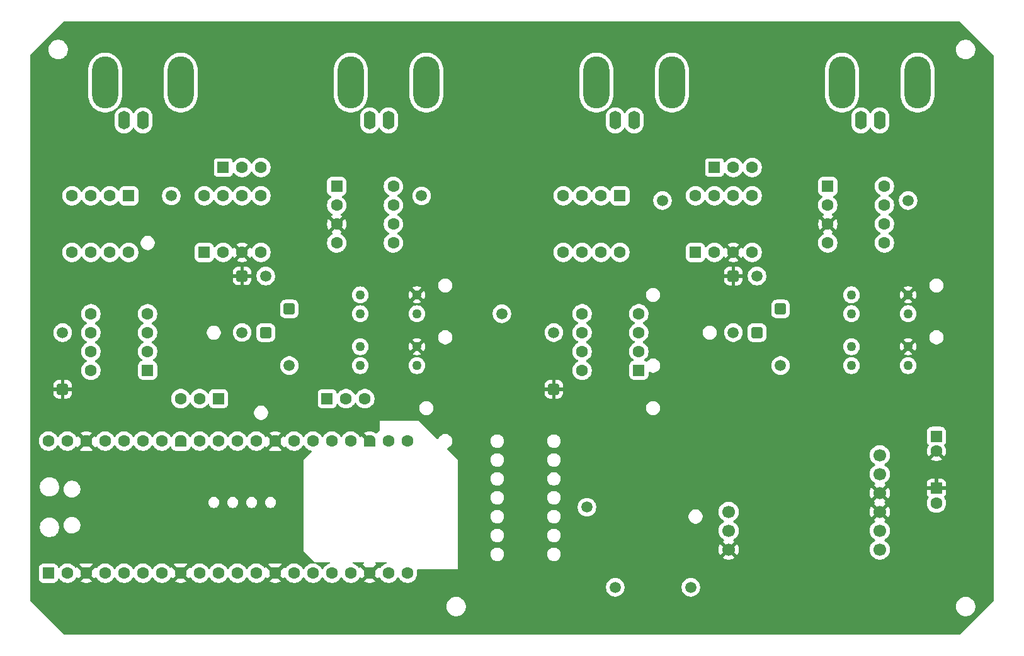
<source format=gbr>
%TF.GenerationSoftware,KiCad,Pcbnew,9.0.1*%
%TF.CreationDate,2025-06-22T18:16:09+09:00*%
%TF.ProjectId,SMU,534d552e-6b69-4636-9164-5f7063625858,rev?*%
%TF.SameCoordinates,Original*%
%TF.FileFunction,Copper,L3,Inr*%
%TF.FilePolarity,Positive*%
%FSLAX46Y46*%
G04 Gerber Fmt 4.6, Leading zero omitted, Abs format (unit mm)*
G04 Created by KiCad (PCBNEW 9.0.1) date 2025-06-22 18:16:09*
%MOMM*%
%LPD*%
G01*
G04 APERTURE LIST*
G04 Aperture macros list*
%AMRoundRect*
0 Rectangle with rounded corners*
0 $1 Rounding radius*
0 $2 $3 $4 $5 $6 $7 $8 $9 X,Y pos of 4 corners*
0 Add a 4 corners polygon primitive as box body*
4,1,4,$2,$3,$4,$5,$6,$7,$8,$9,$2,$3,0*
0 Add four circle primitives for the rounded corners*
1,1,$1+$1,$2,$3*
1,1,$1+$1,$4,$5*
1,1,$1+$1,$6,$7*
1,1,$1+$1,$8,$9*
0 Add four rect primitives between the rounded corners*
20,1,$1+$1,$2,$3,$4,$5,0*
20,1,$1+$1,$4,$5,$6,$7,0*
20,1,$1+$1,$6,$7,$8,$9,0*
20,1,$1+$1,$8,$9,$2,$3,0*%
%AMFreePoly0*
4,1,37,0.603843,0.796157,0.639018,0.796157,0.711114,0.766294,0.766294,0.711114,0.796157,0.639018,0.796157,0.603843,0.800000,0.600000,0.800000,-0.600000,0.796157,-0.603843,0.796157,-0.639018,0.766294,-0.711114,0.711114,-0.766294,0.639018,-0.796157,0.603843,-0.796157,0.600000,-0.800000,0.000000,-0.800000,0.000000,-0.796148,-0.078414,-0.796148,-0.232228,-0.765552,-0.377117,-0.705537,
-0.507515,-0.618408,-0.618408,-0.507515,-0.705537,-0.377117,-0.765552,-0.232228,-0.796148,-0.078414,-0.796148,0.078414,-0.765552,0.232228,-0.705537,0.377117,-0.618408,0.507515,-0.507515,0.618408,-0.377117,0.705537,-0.232228,0.765552,-0.078414,0.796148,0.000000,0.796148,0.000000,0.800000,0.600000,0.800000,0.603843,0.796157,0.603843,0.796157,$1*%
%AMFreePoly1*
4,1,37,0.000000,0.796148,0.078414,0.796148,0.232228,0.765552,0.377117,0.705537,0.507515,0.618408,0.618408,0.507515,0.705537,0.377117,0.765552,0.232228,0.796148,0.078414,0.796148,-0.078414,0.765552,-0.232228,0.705537,-0.377117,0.618408,-0.507515,0.507515,-0.618408,0.377117,-0.705537,0.232228,-0.765552,0.078414,-0.796148,0.000000,-0.796148,0.000000,-0.800000,-0.600000,-0.800000,
-0.603843,-0.796157,-0.639018,-0.796157,-0.711114,-0.766294,-0.766294,-0.711114,-0.796157,-0.639018,-0.796157,-0.603843,-0.800000,-0.600000,-0.800000,0.600000,-0.796157,0.603843,-0.796157,0.639018,-0.766294,0.711114,-0.711114,0.766294,-0.639018,0.796157,-0.603843,0.796157,-0.600000,0.800000,0.000000,0.800000,0.000000,0.796148,0.000000,0.796148,$1*%
G04 Aperture macros list end*
%TA.AperFunction,ComponentPad*%
%ADD10C,1.270000*%
%TD*%
%TA.AperFunction,ComponentPad*%
%ADD11RoundRect,0.250000X0.550000X0.550000X-0.550000X0.550000X-0.550000X-0.550000X0.550000X-0.550000X0*%
%TD*%
%TA.AperFunction,ComponentPad*%
%ADD12C,1.600000*%
%TD*%
%TA.AperFunction,ComponentPad*%
%ADD13RoundRect,0.250001X-0.499999X0.499999X-0.499999X-0.499999X0.499999X-0.499999X0.499999X0.499999X0*%
%TD*%
%TA.AperFunction,ComponentPad*%
%ADD14C,1.500000*%
%TD*%
%TA.AperFunction,ComponentPad*%
%ADD15RoundRect,0.250000X-0.550000X0.550000X-0.550000X-0.550000X0.550000X-0.550000X0.550000X0.550000X0*%
%TD*%
%TA.AperFunction,ComponentPad*%
%ADD16O,1.600000X2.500000*%
%TD*%
%TA.AperFunction,ComponentPad*%
%ADD17O,3.500000X7.000000*%
%TD*%
%TA.AperFunction,ComponentPad*%
%ADD18RoundRect,0.250000X-0.550000X-0.550000X0.550000X-0.550000X0.550000X0.550000X-0.550000X0.550000X0*%
%TD*%
%TA.AperFunction,ComponentPad*%
%ADD19RoundRect,0.250000X0.550000X-0.550000X0.550000X0.550000X-0.550000X0.550000X-0.550000X-0.550000X0*%
%TD*%
%TA.AperFunction,ComponentPad*%
%ADD20RoundRect,0.250001X0.499999X-0.499999X0.499999X0.499999X-0.499999X0.499999X-0.499999X-0.499999X0*%
%TD*%
%TA.AperFunction,ComponentPad*%
%ADD21C,1.700000*%
%TD*%
%TA.AperFunction,ComponentPad*%
%ADD22R,1.500000X1.500000*%
%TD*%
%TA.AperFunction,ComponentPad*%
%ADD23RoundRect,0.200000X0.600000X-0.600000X0.600000X0.600000X-0.600000X0.600000X-0.600000X-0.600000X0*%
%TD*%
%TA.AperFunction,ComponentPad*%
%ADD24FreePoly0,90.000000*%
%TD*%
%TA.AperFunction,ComponentPad*%
%ADD25FreePoly1,90.000000*%
%TD*%
%TA.AperFunction,ViaPad*%
%ADD26C,1.500000*%
%TD*%
%TA.AperFunction,ViaPad*%
%ADD27C,1.400000*%
%TD*%
G04 APERTURE END LIST*
D10*
%TO.N,Net-(R22-Pad2)*%
%TO.C,U16*%
X77470000Y-162565000D03*
%TO.N,GND*%
X77470000Y-160025000D03*
%TO.N,Net-(R19-Pad2)*%
X69850000Y-160025000D03*
%TO.N,/PotentioStatUnit1/Vcrr*%
X69850000Y-162565000D03*
%TD*%
%TO.N,Net-(R11-Pad1)*%
%TO.C,U10*%
X143510000Y-162560000D03*
%TO.N,GND*%
X143510000Y-160020000D03*
%TO.N,Net-(R6-Pad2)*%
X135890000Y-160020000D03*
%TO.N,/PotentioStatUnit/Vcrr*%
X135890000Y-162560000D03*
%TD*%
%TO.N,Net-(R10-Pad2)*%
%TO.C,U9*%
X143510000Y-155575000D03*
%TO.N,GND*%
X143510000Y-153035000D03*
%TO.N,Net-(R5-Pad2)*%
X135890000Y-153035000D03*
%TO.N,/PotentioStatUnit/Vcrr*%
X135890000Y-155575000D03*
%TD*%
%TO.N,Net-(R21-Pad1)*%
%TO.C,U15*%
X77470000Y-155580000D03*
%TO.N,GND*%
X77470000Y-153040000D03*
%TO.N,Net-(R18-Pad2)*%
X69850000Y-153040000D03*
%TO.N,/PotentioStatUnit1/Vcrr*%
X69850000Y-155580000D03*
%TD*%
D11*
%TO.N,unconnected-(U11-VOS-Pad1)*%
%TO.C,U11*%
X107315000Y-163195000D03*
D12*
%TO.N,Net-(U11--)*%
X107315000Y-160655000D03*
%TO.N,Net-(U11-+)*%
X107315000Y-158115000D03*
%TO.N,-12V*%
X107315000Y-155575000D03*
%TO.N,unconnected-(U11-NC-Pad5)*%
X99695000Y-155575000D03*
%TO.N,/\u53CD\u8EE2\u56DE\u8DEF/OUTPUT*%
X99695000Y-158115000D03*
%TO.N,+12V*%
X99695000Y-160655000D03*
%TO.N,unconnected-(U11-VOS-Pad8)*%
X99695000Y-163195000D03*
%TD*%
D13*
%TO.N,Net-(D7-A)*%
%TO.C,D8*%
X60325000Y-154935000D03*
D14*
%TO.N,/PotentioStatUnit1/Vcrr*%
X60325000Y-162555000D03*
%TD*%
D13*
%TO.N,Net-(D3-A)*%
%TO.C,D4*%
X126365000Y-154935000D03*
D14*
%TO.N,/PotentioStatUnit/Vcrr*%
X126365000Y-162555000D03*
%TD*%
D15*
%TO.N,GND*%
%TO.C,C2*%
X147320000Y-179070000D03*
D12*
%TO.N,-12V*%
X147320000Y-181070000D03*
%TD*%
D15*
%TO.N,+12V*%
%TO.C,C1*%
X147320000Y-172085000D03*
D12*
%TO.N,GND*%
X147320000Y-174085000D03*
%TD*%
D16*
%TO.N,Net-(J2-In)*%
%TO.C,J2*%
X73660000Y-129540000D03*
D17*
%TO.N,/PotentioStatUnit1/WE*%
X68580000Y-124460000D03*
D16*
X71120000Y-129540000D03*
D17*
X78740000Y-124460000D03*
%TD*%
D18*
%TO.N,unconnected-(U14-VOS-Pad1)*%
%TO.C,U14*%
X66680000Y-138435000D03*
D12*
%TO.N,/PotentioStatUnit1/WE*%
X66680000Y-140975000D03*
%TO.N,GND*%
X66680000Y-143515000D03*
%TO.N,-12V*%
X66680000Y-146055000D03*
%TO.N,unconnected-(U14-NC-Pad5)*%
X74300000Y-146055000D03*
%TO.N,/PotentioStatUnit1/Vcrr*%
X74300000Y-143515000D03*
%TO.N,+12V*%
X74300000Y-140975000D03*
%TO.N,unconnected-(U14-VOS-Pad8)*%
X74300000Y-138435000D03*
%TD*%
D19*
%TO.N,unconnected-(U6-VOS-Pad1)*%
%TO.C,U6*%
X114935000Y-147320000D03*
D12*
%TO.N,Net-(U6--)*%
X117475000Y-147320000D03*
%TO.N,GND*%
X120015000Y-147320000D03*
%TO.N,-12V*%
X122555000Y-147320000D03*
%TO.N,unconnected-(U6-NC-Pad5)*%
X122555000Y-139700000D03*
%TO.N,/PotentioStatUnit/CE*%
X120015000Y-139700000D03*
%TO.N,+12V*%
X117475000Y-139700000D03*
%TO.N,unconnected-(U6-VOS-Pad8)*%
X114935000Y-139700000D03*
%TD*%
D20*
%TO.N,Net-(D2-A)*%
%TO.C,D3*%
X123190000Y-158120000D03*
D14*
%TO.N,Net-(D3-A)*%
X123190000Y-150500000D03*
%TD*%
D15*
%TO.N,unconnected-(U7-VOS-Pad1)*%
%TO.C,U7*%
X104775000Y-139700000D03*
D12*
%TO.N,/PotentioStatUnit/Vre*%
X102235000Y-139700000D03*
%TO.N,/PotentioStatUnit/RE*%
X99695000Y-139700000D03*
%TO.N,-12V*%
X97155000Y-139700000D03*
%TO.N,unconnected-(U7-NC-Pad5)*%
X97155000Y-147320000D03*
%TO.N,/PotentioStatUnit/Vre*%
X99695000Y-147320000D03*
%TO.N,+12V*%
X102235000Y-147320000D03*
%TO.N,unconnected-(U7-VOS-Pad8)*%
X104775000Y-147320000D03*
%TD*%
D21*
%TO.N,VSYS*%
%TO.C,U1*%
X119380000Y-182245000D03*
X119380000Y-184785000D03*
%TO.N,GND*%
X119380000Y-187325000D03*
%TO.N,+12V*%
X139700000Y-174625000D03*
X139700000Y-177165000D03*
%TO.N,GND*%
X139700000Y-179705000D03*
X139700000Y-182245000D03*
%TO.N,-12V*%
X139700000Y-184785000D03*
X139700000Y-187325000D03*
%TD*%
D22*
%TO.N,/PotentioStatUnit1/RE*%
%TO.C,SW1*%
X51435000Y-135890000D03*
D12*
%TO.N,/PotentioStatUnit1/CE*%
X53975000Y-135890000D03*
%TO.N,Net-(J2-In)*%
X56515000Y-135890000D03*
%TD*%
D19*
%TO.N,unconnected-(U12-VOS-Pad1)*%
%TO.C,U12*%
X48895000Y-147320000D03*
D12*
%TO.N,Net-(U12--)*%
X51435000Y-147320000D03*
%TO.N,GND*%
X53975000Y-147320000D03*
%TO.N,-12V*%
X56515000Y-147320000D03*
%TO.N,unconnected-(U12-NC-Pad5)*%
X56515000Y-139700000D03*
%TO.N,/PotentioStatUnit1/CE*%
X53975000Y-139700000D03*
%TO.N,+12V*%
X51435000Y-139700000D03*
%TO.N,unconnected-(U12-VOS-Pad8)*%
X48895000Y-139700000D03*
%TD*%
D16*
%TO.N,/PotentioStatUnit1/RE*%
%TO.C,J1*%
X40640000Y-129540000D03*
D17*
%TO.N,/PotentioStatUnit1/WE*%
X35560000Y-124460000D03*
D16*
X38100000Y-129540000D03*
D17*
X45720000Y-124460000D03*
%TD*%
D20*
%TO.N,GND*%
%TO.C,D1*%
X95885000Y-165735000D03*
D14*
%TO.N,/\u53CD\u8EE2\u56DE\u8DEF/OUTPUT*%
X95885000Y-158115000D03*
%TD*%
D22*
%TO.N,Net-(A1-GPIO26_ADC0)*%
%TO.C,SW3*%
X50800000Y-167005000D03*
D12*
%TO.N,/\u53CD\u8EE2\u56DE\u8DEF1/OUTPUT*%
X48260000Y-167005000D03*
%TO.N,unconnected-(SW3-C-Pad3)*%
X45720000Y-167005000D03*
%TD*%
D22*
%TO.N,/PotentioStatUnit/RE*%
%TO.C,SW2*%
X117475000Y-135890000D03*
D12*
%TO.N,/PotentioStatUnit/CE*%
X120015000Y-135890000D03*
%TO.N,Net-(J4-In)*%
X122555000Y-135890000D03*
%TD*%
D18*
%TO.N,unconnected-(U8-VOS-Pad1)*%
%TO.C,U8*%
X132715000Y-138430000D03*
D12*
%TO.N,/PotentioStatUnit/WE*%
X132715000Y-140970000D03*
%TO.N,GND*%
X132715000Y-143510000D03*
%TO.N,-12V*%
X132715000Y-146050000D03*
%TO.N,unconnected-(U8-NC-Pad5)*%
X140335000Y-146050000D03*
%TO.N,/PotentioStatUnit/Vcrr*%
X140335000Y-143510000D03*
%TO.N,+12V*%
X140335000Y-140970000D03*
%TO.N,unconnected-(U8-VOS-Pad8)*%
X140335000Y-138430000D03*
%TD*%
D11*
%TO.N,unconnected-(U17-VOS-Pad1)*%
%TO.C,U17*%
X41270000Y-163200000D03*
D12*
%TO.N,Net-(U17--)*%
X41270000Y-160660000D03*
%TO.N,Net-(U17-+)*%
X41270000Y-158120000D03*
%TO.N,-12V*%
X41270000Y-155580000D03*
%TO.N,unconnected-(U17-NC-Pad5)*%
X33650000Y-155580000D03*
%TO.N,/\u53CD\u8EE2\u56DE\u8DEF1/OUTPUT*%
X33650000Y-158120000D03*
%TO.N,+12V*%
X33650000Y-160660000D03*
%TO.N,unconnected-(U17-VOS-Pad8)*%
X33650000Y-163200000D03*
%TD*%
D13*
%TO.N,GND*%
%TO.C,D6*%
X53975000Y-150490000D03*
D14*
%TO.N,Net-(D6-A)*%
X53975000Y-158110000D03*
%TD*%
D16*
%TO.N,/PotentioStatUnit/RE*%
%TO.C,J3*%
X106680000Y-129540000D03*
D17*
%TO.N,/PotentioStatUnit/WE*%
X101600000Y-124460000D03*
D16*
X104140000Y-129540000D03*
D17*
X111760000Y-124460000D03*
%TD*%
D22*
%TO.N,Net-(A1-GPIO27_ADC1)*%
%TO.C,SW4*%
X65405000Y-167005000D03*
D12*
%TO.N,/\u53CD\u8EE2\u56DE\u8DEF/OUTPUT*%
X67945000Y-167005000D03*
%TO.N,unconnected-(SW4-C-Pad3)*%
X70485000Y-167005000D03*
%TD*%
D13*
%TO.N,GND*%
%TO.C,D2*%
X120015000Y-150495000D03*
D14*
%TO.N,Net-(D2-A)*%
X120015000Y-158115000D03*
%TD*%
D20*
%TO.N,Net-(D6-A)*%
%TO.C,D7*%
X57150000Y-158120000D03*
D14*
%TO.N,Net-(D7-A)*%
X57150000Y-150500000D03*
%TD*%
D15*
%TO.N,unconnected-(U13-VOS-Pad1)*%
%TO.C,U13*%
X38735000Y-139705000D03*
D12*
%TO.N,/PotentioStatUnit1/Vre*%
X36195000Y-139705000D03*
%TO.N,/PotentioStatUnit1/RE*%
X33655000Y-139705000D03*
%TO.N,-12V*%
X31115000Y-139705000D03*
%TO.N,unconnected-(U13-NC-Pad5)*%
X31115000Y-147325000D03*
%TO.N,/PotentioStatUnit1/Vre*%
X33655000Y-147325000D03*
%TO.N,+12V*%
X36195000Y-147325000D03*
%TO.N,unconnected-(U13-VOS-Pad8)*%
X38735000Y-147325000D03*
%TD*%
D20*
%TO.N,GND*%
%TO.C,D5*%
X29845000Y-165740000D03*
D14*
%TO.N,/\u53CD\u8EE2\u56DE\u8DEF1/OUTPUT*%
X29845000Y-158120000D03*
%TD*%
D16*
%TO.N,Net-(J4-In)*%
%TO.C,J4*%
X139700000Y-129540000D03*
D17*
%TO.N,/PotentioStatUnit/WE*%
X134620000Y-124460000D03*
D16*
X137160000Y-129540000D03*
D17*
X144780000Y-124460000D03*
%TD*%
D23*
%TO.N,unconnected-(A1-GPIO0-Pad1)*%
%TO.C,A1*%
X27940000Y-190500000D03*
D12*
%TO.N,unconnected-(A1-GPIO1-Pad2)*%
X30480000Y-190500000D03*
D24*
%TO.N,GND*%
X33020000Y-190500000D03*
D12*
%TO.N,unconnected-(A1-GPIO2-Pad4)*%
X35560000Y-190500000D03*
%TO.N,unconnected-(A1-GPIO3-Pad5)*%
X38100000Y-190500000D03*
%TO.N,unconnected-(A1-GPIO4-Pad6)*%
X40640000Y-190500000D03*
%TO.N,unconnected-(A1-GPIO5-Pad7)*%
X43180000Y-190500000D03*
D24*
%TO.N,GND*%
X45720000Y-190500000D03*
D12*
%TO.N,x1k_1*%
X48260000Y-190500000D03*
%TO.N,x10k_1*%
X50800000Y-190500000D03*
%TO.N,x1k_2*%
X53340000Y-190500000D03*
%TO.N,x10k_2*%
X55880000Y-190500000D03*
D24*
%TO.N,GND*%
X58420000Y-190500000D03*
D12*
%TO.N,unconnected-(A1-GPIO10-Pad14)*%
X60960000Y-190500000D03*
%TO.N,unconnected-(A1-GPIO11-Pad15)*%
X63500000Y-190500000D03*
%TO.N,unconnected-(A1-GPIO12-Pad16)*%
X66040000Y-190500000D03*
%TO.N,unconnected-(A1-GPIO13-Pad17)*%
X68580000Y-190500000D03*
D24*
%TO.N,GND*%
X71120000Y-190500000D03*
D12*
%TO.N,unconnected-(A1-GPIO14-Pad19)*%
X73660000Y-190500000D03*
%TO.N,unconnected-(A1-GPIO15-Pad20)*%
X76200000Y-190500000D03*
%TO.N,unconnected-(A1-GPIO16-Pad21)*%
X76200000Y-172720000D03*
%TO.N,Net-(A1-GPIO17)*%
X73660000Y-172720000D03*
D25*
%TO.N,GND*%
X71120000Y-172720000D03*
D12*
%TO.N,Net-(A1-GPIO18)*%
X68580000Y-172720000D03*
%TO.N,Net-(A1-GPIO19)*%
X66040000Y-172720000D03*
%TO.N,Net-(A1-GPIO20)*%
X63500000Y-172720000D03*
%TO.N,unconnected-(A1-GPIO21-Pad27)*%
X60960000Y-172720000D03*
D25*
%TO.N,GND*%
X58420000Y-172720000D03*
D12*
%TO.N,unconnected-(A1-GPIO22-Pad29)*%
X55880000Y-172720000D03*
%TO.N,unconnected-(A1-RUN-Pad30)*%
X53340000Y-172720000D03*
%TO.N,Net-(A1-GPIO26_ADC0)*%
X50800000Y-172720000D03*
%TO.N,Net-(A1-GPIO27_ADC1)*%
X48260000Y-172720000D03*
D25*
%TO.N,unconnected-(A1-AGND-Pad33)*%
X45720000Y-172720000D03*
D12*
%TO.N,unconnected-(A1-GPIO28_ADC2-Pad34)*%
X43180000Y-172720000D03*
%TO.N,Net-(A1-ADC_VREF)*%
X40640000Y-172720000D03*
%TO.N,+3.3V*%
X38100000Y-172720000D03*
%TO.N,unconnected-(A1-3V3_EN-Pad37)*%
X35560000Y-172720000D03*
D25*
%TO.N,GND*%
X33020000Y-172720000D03*
D12*
%TO.N,VSYS*%
X30480000Y-172720000D03*
%TO.N,unconnected-(A1-VBUS-Pad40)*%
X27940000Y-172720000D03*
%TD*%
D26*
%TO.N,GND*%
X57150000Y-160655000D03*
X151000000Y-126000000D03*
X48895000Y-151765000D03*
X107250000Y-197000000D03*
X125250000Y-121000000D03*
X103505000Y-153670000D03*
D27*
X97790000Y-165735000D03*
D26*
X60250000Y-121000000D03*
X77470000Y-158115000D03*
X27750000Y-156000000D03*
X109220000Y-192405000D03*
X27750000Y-176000000D03*
X114935000Y-174625000D03*
X90250000Y-130175000D03*
X77470000Y-151130000D03*
X146500000Y-197000000D03*
X85725000Y-146050000D03*
X116205000Y-152400000D03*
X152750000Y-156000000D03*
%TO.N,/PotentioStatUnit/Vcrr*%
X143510000Y-140335000D03*
%TO.N,/PotentioStatUnit1/Vcrr*%
X78105000Y-139700000D03*
%TO.N,/REF_+2.048V*%
X100330000Y-181610000D03*
%TO.N,/PotentioStatUnit/Vre*%
X110490000Y-140335000D03*
%TO.N,/PotentioStatUnit1/Vre*%
X44450000Y-139700000D03*
%TO.N,-12V*%
X104140000Y-192405000D03*
%TO.N,+12V*%
X114300000Y-192405000D03*
%TO.N,3.0V_REF*%
X88900000Y-155575000D03*
%TD*%
%TA.AperFunction,Conductor*%
%TO.N,GND*%
G36*
X70294188Y-189019685D02*
G01*
X70339943Y-189072489D01*
X70349887Y-189141647D01*
X70320862Y-189205203D01*
X70274600Y-189238562D01*
X70230415Y-189256863D01*
X70990589Y-190017037D01*
X70927007Y-190034075D01*
X70812993Y-190099901D01*
X70719901Y-190192993D01*
X70654075Y-190307007D01*
X70637037Y-190370589D01*
X69876863Y-189610415D01*
X69876862Y-189610415D01*
X69853446Y-189666947D01*
X69853439Y-189666965D01*
X69843330Y-189695623D01*
X69802464Y-189752295D01*
X69737446Y-189777876D01*
X69668918Y-189764246D01*
X69626075Y-189727255D01*
X69571971Y-189652786D01*
X69427213Y-189508028D01*
X69261613Y-189387715D01*
X69261612Y-189387714D01*
X69261610Y-189387713D01*
X69176855Y-189344528D01*
X69079223Y-189294781D01*
X68916567Y-189241931D01*
X68858892Y-189202493D01*
X68831694Y-189138134D01*
X68843609Y-189069288D01*
X68890853Y-189017812D01*
X68954886Y-189000000D01*
X70227149Y-189000000D01*
X70294188Y-189019685D01*
G37*
%TD.AperFunction*%
%TA.AperFunction,Conductor*%
G36*
X73352153Y-189019685D02*
G01*
X73397908Y-189072489D01*
X73407852Y-189141647D01*
X73378827Y-189205203D01*
X73323433Y-189241931D01*
X73160776Y-189294781D01*
X72978386Y-189387715D01*
X72812786Y-189508028D01*
X72668032Y-189652782D01*
X72668026Y-189652789D01*
X72612231Y-189729584D01*
X72556901Y-189772250D01*
X72487288Y-189778228D01*
X72425493Y-189745622D01*
X72391765Y-189687361D01*
X72386559Y-189666965D01*
X72386559Y-189666962D01*
X72363135Y-189610414D01*
X71602962Y-190370588D01*
X71585925Y-190307007D01*
X71520099Y-190192993D01*
X71427007Y-190099901D01*
X71312993Y-190034075D01*
X71249410Y-190017037D01*
X72009584Y-189256862D01*
X71965400Y-189238561D01*
X71910996Y-189194721D01*
X71888931Y-189128427D01*
X71906210Y-189060727D01*
X71957347Y-189013117D01*
X72012852Y-189000000D01*
X73285114Y-189000000D01*
X73352153Y-189019685D01*
G37*
%TD.AperFunction*%
%TA.AperFunction,Conductor*%
G36*
X150466177Y-116220185D02*
G01*
X150486819Y-116236819D01*
X155013181Y-120763181D01*
X155046666Y-120824504D01*
X155049500Y-120850862D01*
X155049500Y-194149138D01*
X155029815Y-194216177D01*
X155013181Y-194236819D01*
X150486819Y-198763181D01*
X150425496Y-198796666D01*
X150399138Y-198799500D01*
X30100862Y-198799500D01*
X30033823Y-198779815D01*
X30013181Y-198763181D01*
X26147648Y-194897648D01*
X81449500Y-194897648D01*
X81449500Y-195102351D01*
X81481522Y-195304534D01*
X81544781Y-195499223D01*
X81637715Y-195681613D01*
X81758028Y-195847213D01*
X81902786Y-195991971D01*
X82057749Y-196104556D01*
X82068390Y-196112287D01*
X82184607Y-196171503D01*
X82250776Y-196205218D01*
X82250778Y-196205218D01*
X82250781Y-196205220D01*
X82355137Y-196239127D01*
X82445465Y-196268477D01*
X82546557Y-196284488D01*
X82647648Y-196300500D01*
X82647649Y-196300500D01*
X82852351Y-196300500D01*
X82852352Y-196300500D01*
X83054534Y-196268477D01*
X83249219Y-196205220D01*
X83431610Y-196112287D01*
X83524590Y-196044732D01*
X83597213Y-195991971D01*
X83597215Y-195991968D01*
X83597219Y-195991966D01*
X83741966Y-195847219D01*
X83741968Y-195847215D01*
X83741971Y-195847213D01*
X83794732Y-195774590D01*
X83862287Y-195681610D01*
X83955220Y-195499219D01*
X84018477Y-195304534D01*
X84050500Y-195102352D01*
X84050500Y-194897648D01*
X149949500Y-194897648D01*
X149949500Y-195102351D01*
X149981522Y-195304534D01*
X150044781Y-195499223D01*
X150137715Y-195681613D01*
X150258028Y-195847213D01*
X150402786Y-195991971D01*
X150557749Y-196104556D01*
X150568390Y-196112287D01*
X150684607Y-196171503D01*
X150750776Y-196205218D01*
X150750778Y-196205218D01*
X150750781Y-196205220D01*
X150855137Y-196239127D01*
X150945465Y-196268477D01*
X151046557Y-196284488D01*
X151147648Y-196300500D01*
X151147649Y-196300500D01*
X151352351Y-196300500D01*
X151352352Y-196300500D01*
X151554534Y-196268477D01*
X151749219Y-196205220D01*
X151931610Y-196112287D01*
X152024590Y-196044732D01*
X152097213Y-195991971D01*
X152097215Y-195991968D01*
X152097219Y-195991966D01*
X152241966Y-195847219D01*
X152241968Y-195847215D01*
X152241971Y-195847213D01*
X152294732Y-195774590D01*
X152362287Y-195681610D01*
X152455220Y-195499219D01*
X152518477Y-195304534D01*
X152550500Y-195102352D01*
X152550500Y-194897648D01*
X152518477Y-194695466D01*
X152455220Y-194500781D01*
X152455218Y-194500778D01*
X152455218Y-194500776D01*
X152421503Y-194434607D01*
X152362287Y-194318390D01*
X152288026Y-194216177D01*
X152241971Y-194152786D01*
X152097213Y-194008028D01*
X151931613Y-193887715D01*
X151931612Y-193887714D01*
X151931610Y-193887713D01*
X151874653Y-193858691D01*
X151749223Y-193794781D01*
X151554534Y-193731522D01*
X151379995Y-193703878D01*
X151352352Y-193699500D01*
X151147648Y-193699500D01*
X151123329Y-193703351D01*
X150945465Y-193731522D01*
X150750776Y-193794781D01*
X150568386Y-193887715D01*
X150402786Y-194008028D01*
X150258028Y-194152786D01*
X150137715Y-194318386D01*
X150044781Y-194500776D01*
X149981522Y-194695465D01*
X149949500Y-194897648D01*
X84050500Y-194897648D01*
X84018477Y-194695466D01*
X83955220Y-194500781D01*
X83955218Y-194500778D01*
X83955218Y-194500776D01*
X83921503Y-194434607D01*
X83862287Y-194318390D01*
X83788026Y-194216177D01*
X83741971Y-194152786D01*
X83597213Y-194008028D01*
X83431613Y-193887715D01*
X83431612Y-193887714D01*
X83431610Y-193887713D01*
X83374653Y-193858691D01*
X83249223Y-193794781D01*
X83054534Y-193731522D01*
X82879995Y-193703878D01*
X82852352Y-193699500D01*
X82647648Y-193699500D01*
X82623329Y-193703351D01*
X82445465Y-193731522D01*
X82250776Y-193794781D01*
X82068386Y-193887715D01*
X81902786Y-194008028D01*
X81758028Y-194152786D01*
X81637715Y-194318386D01*
X81544781Y-194500776D01*
X81481522Y-194695465D01*
X81449500Y-194897648D01*
X26147648Y-194897648D01*
X25486819Y-194236819D01*
X25453334Y-194175496D01*
X25450500Y-194149138D01*
X25450500Y-192306577D01*
X102889500Y-192306577D01*
X102889500Y-192503422D01*
X102920290Y-192697826D01*
X102981117Y-192885029D01*
X103070476Y-193060405D01*
X103186172Y-193219646D01*
X103325354Y-193358828D01*
X103484595Y-193474524D01*
X103567455Y-193516743D01*
X103659970Y-193563882D01*
X103659972Y-193563882D01*
X103659975Y-193563884D01*
X103760317Y-193596487D01*
X103847173Y-193624709D01*
X104041578Y-193655500D01*
X104041583Y-193655500D01*
X104238422Y-193655500D01*
X104432826Y-193624709D01*
X104620025Y-193563884D01*
X104795405Y-193474524D01*
X104954646Y-193358828D01*
X105093828Y-193219646D01*
X105209524Y-193060405D01*
X105298884Y-192885025D01*
X105359709Y-192697826D01*
X105390500Y-192503422D01*
X105390500Y-192306577D01*
X113049500Y-192306577D01*
X113049500Y-192503422D01*
X113080290Y-192697826D01*
X113141117Y-192885029D01*
X113230476Y-193060405D01*
X113346172Y-193219646D01*
X113485354Y-193358828D01*
X113644595Y-193474524D01*
X113727455Y-193516743D01*
X113819970Y-193563882D01*
X113819972Y-193563882D01*
X113819975Y-193563884D01*
X113920317Y-193596487D01*
X114007173Y-193624709D01*
X114201578Y-193655500D01*
X114201583Y-193655500D01*
X114398422Y-193655500D01*
X114592826Y-193624709D01*
X114780025Y-193563884D01*
X114955405Y-193474524D01*
X115114646Y-193358828D01*
X115253828Y-193219646D01*
X115369524Y-193060405D01*
X115458884Y-192885025D01*
X115519709Y-192697826D01*
X115550500Y-192503422D01*
X115550500Y-192306577D01*
X115519709Y-192112173D01*
X115458882Y-191924970D01*
X115395461Y-191800500D01*
X115369524Y-191749595D01*
X115253828Y-191590354D01*
X115114646Y-191451172D01*
X114955405Y-191335476D01*
X114780029Y-191246117D01*
X114592826Y-191185290D01*
X114398422Y-191154500D01*
X114398417Y-191154500D01*
X114201583Y-191154500D01*
X114201578Y-191154500D01*
X114007173Y-191185290D01*
X113819970Y-191246117D01*
X113644594Y-191335476D01*
X113570093Y-191389605D01*
X113485354Y-191451172D01*
X113485352Y-191451174D01*
X113485351Y-191451174D01*
X113346174Y-191590351D01*
X113346174Y-191590352D01*
X113346172Y-191590354D01*
X113318212Y-191628838D01*
X113230476Y-191749594D01*
X113141117Y-191924970D01*
X113080290Y-192112173D01*
X113049500Y-192306577D01*
X105390500Y-192306577D01*
X105359709Y-192112173D01*
X105298882Y-191924970D01*
X105235461Y-191800500D01*
X105209524Y-191749595D01*
X105093828Y-191590354D01*
X104954646Y-191451172D01*
X104795405Y-191335476D01*
X104620029Y-191246117D01*
X104432826Y-191185290D01*
X104238422Y-191154500D01*
X104238417Y-191154500D01*
X104041583Y-191154500D01*
X104041578Y-191154500D01*
X103847173Y-191185290D01*
X103659970Y-191246117D01*
X103484594Y-191335476D01*
X103410093Y-191389605D01*
X103325354Y-191451172D01*
X103325352Y-191451174D01*
X103325351Y-191451174D01*
X103186174Y-191590351D01*
X103186174Y-191590352D01*
X103186172Y-191590354D01*
X103158212Y-191628838D01*
X103070476Y-191749594D01*
X102981117Y-191924970D01*
X102920290Y-192112173D01*
X102889500Y-192306577D01*
X25450500Y-192306577D01*
X25450500Y-184232648D01*
X26769500Y-184232648D01*
X26769500Y-184437351D01*
X26801522Y-184639534D01*
X26864781Y-184834223D01*
X26928691Y-184959653D01*
X26945910Y-184993446D01*
X26957715Y-185016613D01*
X27078028Y-185182213D01*
X27222786Y-185326971D01*
X27377749Y-185439556D01*
X27388390Y-185447287D01*
X27504607Y-185506503D01*
X27570776Y-185540218D01*
X27570778Y-185540218D01*
X27570781Y-185540220D01*
X27675137Y-185574127D01*
X27765465Y-185603477D01*
X27866557Y-185619488D01*
X27967648Y-185635500D01*
X27967649Y-185635500D01*
X28172351Y-185635500D01*
X28172352Y-185635500D01*
X28374534Y-185603477D01*
X28569219Y-185540220D01*
X28751610Y-185447287D01*
X28844590Y-185379732D01*
X28917213Y-185326971D01*
X28917215Y-185326968D01*
X28917219Y-185326966D01*
X29061966Y-185182219D01*
X29061968Y-185182215D01*
X29061971Y-185182213D01*
X29120801Y-185101239D01*
X29182287Y-185016610D01*
X29275220Y-184834219D01*
X29338477Y-184639534D01*
X29370500Y-184437352D01*
X29370500Y-184232648D01*
X29338477Y-184030466D01*
X29338476Y-184030462D01*
X29338476Y-184030461D01*
X29322037Y-183979867D01*
X29311170Y-183946421D01*
X29974500Y-183946421D01*
X29974500Y-184123578D01*
X30002214Y-184298556D01*
X30056956Y-184467039D01*
X30056957Y-184467042D01*
X30135905Y-184621983D01*
X30137386Y-184624890D01*
X30241517Y-184768214D01*
X30366786Y-184893483D01*
X30510110Y-184997614D01*
X30587529Y-185037061D01*
X30667957Y-185078042D01*
X30667960Y-185078043D01*
X30739352Y-185101239D01*
X30836445Y-185132786D01*
X31011421Y-185160500D01*
X31011422Y-185160500D01*
X31188578Y-185160500D01*
X31188579Y-185160500D01*
X31363555Y-185132786D01*
X31532042Y-185078042D01*
X31689890Y-184997614D01*
X31833214Y-184893483D01*
X31958483Y-184768214D01*
X32062614Y-184624890D01*
X32143042Y-184467042D01*
X32197786Y-184298555D01*
X32225500Y-184123579D01*
X32225500Y-183946421D01*
X32197786Y-183771445D01*
X32170414Y-183687201D01*
X32143043Y-183602960D01*
X32143042Y-183602957D01*
X32088828Y-183496557D01*
X32062614Y-183445110D01*
X31958483Y-183301786D01*
X31833214Y-183176517D01*
X31689890Y-183072386D01*
X31678381Y-183066522D01*
X31532042Y-182991957D01*
X31532039Y-182991956D01*
X31363556Y-182937214D01*
X31276067Y-182923357D01*
X31188579Y-182909500D01*
X31011421Y-182909500D01*
X30953095Y-182918738D01*
X30836443Y-182937214D01*
X30667960Y-182991956D01*
X30667957Y-182991957D01*
X30510109Y-183072386D01*
X30437979Y-183124792D01*
X30366786Y-183176517D01*
X30366784Y-183176519D01*
X30366783Y-183176519D01*
X30241519Y-183301783D01*
X30241519Y-183301784D01*
X30241517Y-183301786D01*
X30220846Y-183330237D01*
X30137386Y-183445109D01*
X30056957Y-183602957D01*
X30056956Y-183602960D01*
X30002214Y-183771443D01*
X29974500Y-183946421D01*
X29311170Y-183946421D01*
X29275218Y-183835776D01*
X29217410Y-183722323D01*
X29182287Y-183653390D01*
X29161809Y-183625204D01*
X29061971Y-183487786D01*
X28917213Y-183343028D01*
X28751613Y-183222715D01*
X28751612Y-183222714D01*
X28751610Y-183222713D01*
X28694653Y-183193691D01*
X28569223Y-183129781D01*
X28374534Y-183066522D01*
X28199995Y-183038878D01*
X28172352Y-183034500D01*
X27967648Y-183034500D01*
X27943329Y-183038351D01*
X27765465Y-183066522D01*
X27570776Y-183129781D01*
X27388386Y-183222715D01*
X27222786Y-183343028D01*
X27078028Y-183487786D01*
X26957715Y-183653386D01*
X26864781Y-183835776D01*
X26801522Y-184030465D01*
X26769500Y-184232648D01*
X25450500Y-184232648D01*
X25450500Y-181048920D01*
X49414499Y-181048920D01*
X49443340Y-181193907D01*
X49443343Y-181193917D01*
X49499912Y-181330488D01*
X49499919Y-181330501D01*
X49582048Y-181453415D01*
X49582051Y-181453419D01*
X49686580Y-181557948D01*
X49686584Y-181557951D01*
X49809498Y-181640080D01*
X49809511Y-181640087D01*
X49946082Y-181696656D01*
X49946087Y-181696658D01*
X49946091Y-181696658D01*
X49946092Y-181696659D01*
X50091079Y-181725500D01*
X50091082Y-181725500D01*
X50238920Y-181725500D01*
X50336462Y-181706096D01*
X50383913Y-181696658D01*
X50520495Y-181640084D01*
X50643416Y-181557951D01*
X50747951Y-181453416D01*
X50830084Y-181330495D01*
X50886658Y-181193913D01*
X50897777Y-181138016D01*
X50915500Y-181048920D01*
X51954499Y-181048920D01*
X51983340Y-181193907D01*
X51983343Y-181193917D01*
X52039912Y-181330488D01*
X52039919Y-181330501D01*
X52122048Y-181453415D01*
X52122051Y-181453419D01*
X52226580Y-181557948D01*
X52226584Y-181557951D01*
X52349498Y-181640080D01*
X52349511Y-181640087D01*
X52486082Y-181696656D01*
X52486087Y-181696658D01*
X52486091Y-181696658D01*
X52486092Y-181696659D01*
X52631079Y-181725500D01*
X52631082Y-181725500D01*
X52778920Y-181725500D01*
X52876462Y-181706096D01*
X52923913Y-181696658D01*
X53060495Y-181640084D01*
X53183416Y-181557951D01*
X53287951Y-181453416D01*
X53370084Y-181330495D01*
X53426658Y-181193913D01*
X53437777Y-181138016D01*
X53455500Y-181048920D01*
X54494499Y-181048920D01*
X54523340Y-181193907D01*
X54523343Y-181193917D01*
X54579912Y-181330488D01*
X54579919Y-181330501D01*
X54662048Y-181453415D01*
X54662051Y-181453419D01*
X54766580Y-181557948D01*
X54766584Y-181557951D01*
X54889498Y-181640080D01*
X54889511Y-181640087D01*
X55026082Y-181696656D01*
X55026087Y-181696658D01*
X55026091Y-181696658D01*
X55026092Y-181696659D01*
X55171079Y-181725500D01*
X55171082Y-181725500D01*
X55318920Y-181725500D01*
X55416462Y-181706096D01*
X55463913Y-181696658D01*
X55600495Y-181640084D01*
X55723416Y-181557951D01*
X55827951Y-181453416D01*
X55910084Y-181330495D01*
X55966658Y-181193913D01*
X55977777Y-181138016D01*
X55995500Y-181048920D01*
X57034499Y-181048920D01*
X57063340Y-181193907D01*
X57063343Y-181193917D01*
X57119912Y-181330488D01*
X57119919Y-181330501D01*
X57202048Y-181453415D01*
X57202051Y-181453419D01*
X57306580Y-181557948D01*
X57306584Y-181557951D01*
X57429498Y-181640080D01*
X57429511Y-181640087D01*
X57566082Y-181696656D01*
X57566087Y-181696658D01*
X57566091Y-181696658D01*
X57566092Y-181696659D01*
X57711079Y-181725500D01*
X57711082Y-181725500D01*
X57858920Y-181725500D01*
X57956462Y-181706096D01*
X58003913Y-181696658D01*
X58140495Y-181640084D01*
X58263416Y-181557951D01*
X58367951Y-181453416D01*
X58450084Y-181330495D01*
X58506658Y-181193913D01*
X58517777Y-181138016D01*
X58535500Y-181048920D01*
X58535500Y-180901079D01*
X58506659Y-180756092D01*
X58506658Y-180756091D01*
X58506658Y-180756087D01*
X58465272Y-180656172D01*
X58450087Y-180619511D01*
X58450080Y-180619498D01*
X58367951Y-180496584D01*
X58367948Y-180496580D01*
X58263419Y-180392051D01*
X58263415Y-180392048D01*
X58140501Y-180309919D01*
X58140488Y-180309912D01*
X58003917Y-180253343D01*
X58003907Y-180253340D01*
X57858920Y-180224500D01*
X57858918Y-180224500D01*
X57711082Y-180224500D01*
X57711080Y-180224500D01*
X57566092Y-180253340D01*
X57566082Y-180253343D01*
X57429511Y-180309912D01*
X57429498Y-180309919D01*
X57306584Y-180392048D01*
X57306580Y-180392051D01*
X57202051Y-180496580D01*
X57202048Y-180496584D01*
X57119919Y-180619498D01*
X57119912Y-180619511D01*
X57063343Y-180756082D01*
X57063340Y-180756092D01*
X57034500Y-180901079D01*
X57034500Y-180901082D01*
X57034500Y-181048918D01*
X57034500Y-181048920D01*
X57034499Y-181048920D01*
X55995500Y-181048920D01*
X55995500Y-180901079D01*
X55966659Y-180756092D01*
X55966658Y-180756091D01*
X55966658Y-180756087D01*
X55925272Y-180656172D01*
X55910087Y-180619511D01*
X55910080Y-180619498D01*
X55827951Y-180496584D01*
X55827948Y-180496580D01*
X55723419Y-180392051D01*
X55723415Y-180392048D01*
X55600501Y-180309919D01*
X55600488Y-180309912D01*
X55463917Y-180253343D01*
X55463907Y-180253340D01*
X55318920Y-180224500D01*
X55318918Y-180224500D01*
X55171082Y-180224500D01*
X55171080Y-180224500D01*
X55026092Y-180253340D01*
X55026082Y-180253343D01*
X54889511Y-180309912D01*
X54889498Y-180309919D01*
X54766584Y-180392048D01*
X54766580Y-180392051D01*
X54662051Y-180496580D01*
X54662048Y-180496584D01*
X54579919Y-180619498D01*
X54579912Y-180619511D01*
X54523343Y-180756082D01*
X54523340Y-180756092D01*
X54494500Y-180901079D01*
X54494500Y-180901082D01*
X54494500Y-181048918D01*
X54494500Y-181048920D01*
X54494499Y-181048920D01*
X53455500Y-181048920D01*
X53455500Y-180901079D01*
X53426659Y-180756092D01*
X53426658Y-180756091D01*
X53426658Y-180756087D01*
X53385272Y-180656172D01*
X53370087Y-180619511D01*
X53370080Y-180619498D01*
X53287951Y-180496584D01*
X53287948Y-180496580D01*
X53183419Y-180392051D01*
X53183415Y-180392048D01*
X53060501Y-180309919D01*
X53060488Y-180309912D01*
X52923917Y-180253343D01*
X52923907Y-180253340D01*
X52778920Y-180224500D01*
X52778918Y-180224500D01*
X52631082Y-180224500D01*
X52631080Y-180224500D01*
X52486092Y-180253340D01*
X52486082Y-180253343D01*
X52349511Y-180309912D01*
X52349498Y-180309919D01*
X52226584Y-180392048D01*
X52226580Y-180392051D01*
X52122051Y-180496580D01*
X52122048Y-180496584D01*
X52039919Y-180619498D01*
X52039912Y-180619511D01*
X51983343Y-180756082D01*
X51983340Y-180756092D01*
X51954500Y-180901079D01*
X51954500Y-180901082D01*
X51954500Y-181048918D01*
X51954500Y-181048920D01*
X51954499Y-181048920D01*
X50915500Y-181048920D01*
X50915500Y-180901079D01*
X50886659Y-180756092D01*
X50886658Y-180756091D01*
X50886658Y-180756087D01*
X50845272Y-180656172D01*
X50830087Y-180619511D01*
X50830080Y-180619498D01*
X50747951Y-180496584D01*
X50747948Y-180496580D01*
X50643419Y-180392051D01*
X50643415Y-180392048D01*
X50520501Y-180309919D01*
X50520488Y-180309912D01*
X50383917Y-180253343D01*
X50383907Y-180253340D01*
X50238920Y-180224500D01*
X50238918Y-180224500D01*
X50091082Y-180224500D01*
X50091080Y-180224500D01*
X49946092Y-180253340D01*
X49946082Y-180253343D01*
X49809511Y-180309912D01*
X49809498Y-180309919D01*
X49686584Y-180392048D01*
X49686580Y-180392051D01*
X49582051Y-180496580D01*
X49582048Y-180496584D01*
X49499919Y-180619498D01*
X49499912Y-180619511D01*
X49443343Y-180756082D01*
X49443340Y-180756092D01*
X49414500Y-180901079D01*
X49414500Y-180901082D01*
X49414500Y-181048918D01*
X49414500Y-181048920D01*
X49414499Y-181048920D01*
X25450500Y-181048920D01*
X25450500Y-178782648D01*
X26769500Y-178782648D01*
X26769500Y-178987351D01*
X26801522Y-179189534D01*
X26864781Y-179384223D01*
X26928691Y-179509653D01*
X26945168Y-179541990D01*
X26957715Y-179566613D01*
X27078028Y-179732213D01*
X27222786Y-179876971D01*
X27377749Y-179989556D01*
X27388390Y-179997287D01*
X27479049Y-180043480D01*
X27570776Y-180090218D01*
X27570778Y-180090218D01*
X27570781Y-180090220D01*
X27616574Y-180105099D01*
X27765465Y-180153477D01*
X27866557Y-180169488D01*
X27967648Y-180185500D01*
X27967649Y-180185500D01*
X28172351Y-180185500D01*
X28172352Y-180185500D01*
X28374534Y-180153477D01*
X28569219Y-180090220D01*
X28751610Y-179997287D01*
X28860446Y-179918214D01*
X28917213Y-179876971D01*
X28917215Y-179876968D01*
X28917219Y-179876966D01*
X29061966Y-179732219D01*
X29061968Y-179732215D01*
X29061971Y-179732213D01*
X29114732Y-179659590D01*
X29182287Y-179566610D01*
X29275220Y-179384219D01*
X29338477Y-179189534D01*
X29353225Y-179096421D01*
X29974500Y-179096421D01*
X29974500Y-179273578D01*
X30002214Y-179448556D01*
X30056956Y-179617039D01*
X30056957Y-179617042D01*
X30115641Y-179732213D01*
X30137386Y-179774890D01*
X30241517Y-179918214D01*
X30366786Y-180043483D01*
X30510110Y-180147614D01*
X30581166Y-180183819D01*
X30667957Y-180228042D01*
X30667960Y-180228043D01*
X30752201Y-180255414D01*
X30836445Y-180282786D01*
X31011421Y-180310500D01*
X31011422Y-180310500D01*
X31188578Y-180310500D01*
X31188579Y-180310500D01*
X31363555Y-180282786D01*
X31532042Y-180228042D01*
X31689890Y-180147614D01*
X31833214Y-180043483D01*
X31958483Y-179918214D01*
X32062614Y-179774890D01*
X32143042Y-179617042D01*
X32197786Y-179448555D01*
X32225500Y-179273579D01*
X32225500Y-179096421D01*
X32197786Y-178921445D01*
X32143042Y-178752958D01*
X32143042Y-178752957D01*
X32098435Y-178665413D01*
X32062614Y-178595110D01*
X31958483Y-178451786D01*
X31833214Y-178326517D01*
X31689890Y-178222386D01*
X31532042Y-178141957D01*
X31532039Y-178141956D01*
X31363556Y-178087214D01*
X31208574Y-178062667D01*
X31188579Y-178059500D01*
X31011421Y-178059500D01*
X30991426Y-178062667D01*
X30836443Y-178087214D01*
X30667960Y-178141956D01*
X30667957Y-178141957D01*
X30510109Y-178222386D01*
X30428338Y-178281796D01*
X30366786Y-178326517D01*
X30366784Y-178326519D01*
X30366783Y-178326519D01*
X30241519Y-178451783D01*
X30241519Y-178451784D01*
X30241517Y-178451786D01*
X30219387Y-178482246D01*
X30137386Y-178595109D01*
X30056957Y-178752957D01*
X30056956Y-178752960D01*
X30002214Y-178921443D01*
X29974500Y-179096421D01*
X29353225Y-179096421D01*
X29370500Y-178987352D01*
X29370500Y-178782648D01*
X29365798Y-178752960D01*
X29338477Y-178580465D01*
X29306563Y-178482246D01*
X29275220Y-178385781D01*
X29275218Y-178385778D01*
X29275218Y-178385776D01*
X29241503Y-178319607D01*
X29182287Y-178203390D01*
X29174556Y-178192749D01*
X29061971Y-178037786D01*
X28917213Y-177893028D01*
X28751613Y-177772715D01*
X28751612Y-177772714D01*
X28751610Y-177772713D01*
X28694653Y-177743691D01*
X28569223Y-177679781D01*
X28374534Y-177616522D01*
X28199995Y-177588878D01*
X28172352Y-177584500D01*
X27967648Y-177584500D01*
X27943329Y-177588351D01*
X27765465Y-177616522D01*
X27570776Y-177679781D01*
X27388386Y-177772715D01*
X27222786Y-177893028D01*
X27078028Y-178037786D01*
X26957715Y-178203386D01*
X26864781Y-178385776D01*
X26801522Y-178580465D01*
X26769500Y-178782648D01*
X25450500Y-178782648D01*
X25450500Y-172617648D01*
X26639500Y-172617648D01*
X26639500Y-172822351D01*
X26671522Y-173024534D01*
X26734781Y-173219223D01*
X26827715Y-173401613D01*
X26948028Y-173567213D01*
X27092786Y-173711971D01*
X27235902Y-173815949D01*
X27258390Y-173832287D01*
X27358226Y-173883156D01*
X27440776Y-173925218D01*
X27440778Y-173925218D01*
X27440781Y-173925220D01*
X27537260Y-173956568D01*
X27635465Y-173988477D01*
X27682357Y-173995904D01*
X27837648Y-174020500D01*
X27837649Y-174020500D01*
X28042351Y-174020500D01*
X28042352Y-174020500D01*
X28244534Y-173988477D01*
X28439219Y-173925220D01*
X28621610Y-173832287D01*
X28728502Y-173754626D01*
X28787213Y-173711971D01*
X28787215Y-173711968D01*
X28787219Y-173711966D01*
X28931966Y-173567219D01*
X28931968Y-173567215D01*
X28931971Y-173567213D01*
X29052284Y-173401614D01*
X29052285Y-173401613D01*
X29052287Y-173401610D01*
X29099516Y-173308917D01*
X29147489Y-173258123D01*
X29215310Y-173241328D01*
X29281445Y-173263865D01*
X29320483Y-173308917D01*
X29332981Y-173333444D01*
X29367715Y-173401614D01*
X29488028Y-173567213D01*
X29632786Y-173711971D01*
X29775902Y-173815949D01*
X29798390Y-173832287D01*
X29898226Y-173883156D01*
X29980776Y-173925218D01*
X29980778Y-173925218D01*
X29980781Y-173925220D01*
X30077260Y-173956568D01*
X30175465Y-173988477D01*
X30222357Y-173995904D01*
X30377648Y-174020500D01*
X30377649Y-174020500D01*
X30582351Y-174020500D01*
X30582352Y-174020500D01*
X30784534Y-173988477D01*
X30979219Y-173925220D01*
X31161610Y-173832287D01*
X31184098Y-173815949D01*
X31327213Y-173711971D01*
X31327215Y-173711968D01*
X31327219Y-173711966D01*
X31471966Y-173567219D01*
X31527766Y-173490415D01*
X31583096Y-173447750D01*
X31652710Y-173441771D01*
X31714505Y-173474376D01*
X31748233Y-173532635D01*
X31753438Y-173553030D01*
X31753442Y-173553043D01*
X31776862Y-173609584D01*
X32537037Y-172849410D01*
X32554075Y-172912993D01*
X32619901Y-173027007D01*
X32712993Y-173120099D01*
X32827007Y-173185925D01*
X32890589Y-173202962D01*
X32130414Y-173963135D01*
X32186960Y-173986557D01*
X32186964Y-173986559D01*
X32237946Y-174004544D01*
X32380219Y-174024999D01*
X32380221Y-174025000D01*
X33659786Y-174025000D01*
X33713762Y-174022106D01*
X33713764Y-174022106D01*
X33853039Y-173986558D01*
X33909584Y-173963136D01*
X33909584Y-173963135D01*
X33149410Y-173202962D01*
X33212993Y-173185925D01*
X33327007Y-173120099D01*
X33420099Y-173027007D01*
X33485925Y-172912993D01*
X33502962Y-172849410D01*
X34263135Y-173609584D01*
X34263136Y-173609584D01*
X34286553Y-173553052D01*
X34296668Y-173524379D01*
X34337533Y-173467706D01*
X34402551Y-173442123D01*
X34471078Y-173455752D01*
X34513924Y-173492744D01*
X34568028Y-173567212D01*
X34568032Y-173567217D01*
X34712786Y-173711971D01*
X34855902Y-173815949D01*
X34878390Y-173832287D01*
X34978226Y-173883156D01*
X35060776Y-173925218D01*
X35060778Y-173925218D01*
X35060781Y-173925220D01*
X35157260Y-173956568D01*
X35255465Y-173988477D01*
X35302357Y-173995904D01*
X35457648Y-174020500D01*
X35457649Y-174020500D01*
X35662351Y-174020500D01*
X35662352Y-174020500D01*
X35864534Y-173988477D01*
X36059219Y-173925220D01*
X36241610Y-173832287D01*
X36348502Y-173754626D01*
X36407213Y-173711971D01*
X36407215Y-173711968D01*
X36407219Y-173711966D01*
X36551966Y-173567219D01*
X36551968Y-173567215D01*
X36551971Y-173567213D01*
X36672284Y-173401614D01*
X36672285Y-173401613D01*
X36672287Y-173401610D01*
X36719516Y-173308917D01*
X36767489Y-173258123D01*
X36835310Y-173241328D01*
X36901445Y-173263865D01*
X36940483Y-173308917D01*
X36952981Y-173333444D01*
X36987715Y-173401614D01*
X37108028Y-173567213D01*
X37252786Y-173711971D01*
X37395902Y-173815949D01*
X37418390Y-173832287D01*
X37518226Y-173883156D01*
X37600776Y-173925218D01*
X37600778Y-173925218D01*
X37600781Y-173925220D01*
X37697260Y-173956568D01*
X37795465Y-173988477D01*
X37842357Y-173995904D01*
X37997648Y-174020500D01*
X37997649Y-174020500D01*
X38202351Y-174020500D01*
X38202352Y-174020500D01*
X38404534Y-173988477D01*
X38599219Y-173925220D01*
X38781610Y-173832287D01*
X38888502Y-173754626D01*
X38947213Y-173711971D01*
X38947215Y-173711968D01*
X38947219Y-173711966D01*
X39091966Y-173567219D01*
X39091968Y-173567215D01*
X39091971Y-173567213D01*
X39212284Y-173401614D01*
X39212285Y-173401613D01*
X39212287Y-173401610D01*
X39259516Y-173308917D01*
X39307489Y-173258123D01*
X39375310Y-173241328D01*
X39441445Y-173263865D01*
X39480483Y-173308917D01*
X39492981Y-173333444D01*
X39527715Y-173401614D01*
X39648028Y-173567213D01*
X39792786Y-173711971D01*
X39935902Y-173815949D01*
X39958390Y-173832287D01*
X40058226Y-173883156D01*
X40140776Y-173925218D01*
X40140778Y-173925218D01*
X40140781Y-173925220D01*
X40237260Y-173956568D01*
X40335465Y-173988477D01*
X40382357Y-173995904D01*
X40537648Y-174020500D01*
X40537649Y-174020500D01*
X40742351Y-174020500D01*
X40742352Y-174020500D01*
X40944534Y-173988477D01*
X41139219Y-173925220D01*
X41321610Y-173832287D01*
X41428502Y-173754626D01*
X41487213Y-173711971D01*
X41487215Y-173711968D01*
X41487219Y-173711966D01*
X41631966Y-173567219D01*
X41631968Y-173567215D01*
X41631971Y-173567213D01*
X41752284Y-173401614D01*
X41752285Y-173401613D01*
X41752287Y-173401610D01*
X41799516Y-173308917D01*
X41847489Y-173258123D01*
X41915310Y-173241328D01*
X41981445Y-173263865D01*
X42020483Y-173308917D01*
X42032981Y-173333444D01*
X42067715Y-173401614D01*
X42188028Y-173567213D01*
X42332786Y-173711971D01*
X42475902Y-173815949D01*
X42498390Y-173832287D01*
X42598226Y-173883156D01*
X42680776Y-173925218D01*
X42680778Y-173925218D01*
X42680781Y-173925220D01*
X42777260Y-173956568D01*
X42875465Y-173988477D01*
X42922357Y-173995904D01*
X43077648Y-174020500D01*
X43077649Y-174020500D01*
X43282351Y-174020500D01*
X43282352Y-174020500D01*
X43484534Y-173988477D01*
X43679219Y-173925220D01*
X43861610Y-173832287D01*
X43968502Y-173754626D01*
X44027213Y-173711971D01*
X44027215Y-173711968D01*
X44027219Y-173711966D01*
X44171966Y-173567219D01*
X44227388Y-173490935D01*
X44282718Y-173448270D01*
X44352331Y-173442291D01*
X44414127Y-173474896D01*
X44447855Y-173533155D01*
X44452976Y-173553221D01*
X44452980Y-173553233D01*
X44483419Y-173626719D01*
X44483431Y-173626747D01*
X44506779Y-173675548D01*
X44506782Y-173675553D01*
X44549893Y-173733142D01*
X44593006Y-173790733D01*
X44593010Y-173790737D01*
X44593015Y-173790743D01*
X44649252Y-173846980D01*
X44649261Y-173846988D01*
X44649267Y-173846994D01*
X44689524Y-173883156D01*
X44689532Y-173883162D01*
X44813263Y-173956573D01*
X44813262Y-173956573D01*
X44813279Y-173956580D01*
X44886774Y-173987022D01*
X44937802Y-174005024D01*
X45080218Y-174025500D01*
X45080221Y-174025500D01*
X46359784Y-174025500D01*
X46396221Y-174023547D01*
X46413815Y-174022604D01*
X46553226Y-173987022D01*
X46626735Y-173956574D01*
X46675551Y-173933219D01*
X46790733Y-173846994D01*
X46846994Y-173790733D01*
X46883157Y-173750475D01*
X46956574Y-173626735D01*
X46987022Y-173553226D01*
X46997027Y-173524865D01*
X47037893Y-173468195D01*
X47102911Y-173442614D01*
X47171438Y-173456245D01*
X47214281Y-173493235D01*
X47268028Y-173567213D01*
X47412786Y-173711971D01*
X47555902Y-173815949D01*
X47578390Y-173832287D01*
X47678226Y-173883156D01*
X47760776Y-173925218D01*
X47760778Y-173925218D01*
X47760781Y-173925220D01*
X47857260Y-173956568D01*
X47955465Y-173988477D01*
X48002357Y-173995904D01*
X48157648Y-174020500D01*
X48157649Y-174020500D01*
X48362351Y-174020500D01*
X48362352Y-174020500D01*
X48564534Y-173988477D01*
X48759219Y-173925220D01*
X48941610Y-173832287D01*
X49048502Y-173754626D01*
X49107213Y-173711971D01*
X49107215Y-173711968D01*
X49107219Y-173711966D01*
X49251966Y-173567219D01*
X49251968Y-173567215D01*
X49251971Y-173567213D01*
X49372284Y-173401614D01*
X49372285Y-173401613D01*
X49372287Y-173401610D01*
X49419516Y-173308917D01*
X49467489Y-173258123D01*
X49535310Y-173241328D01*
X49601445Y-173263865D01*
X49640483Y-173308917D01*
X49652981Y-173333444D01*
X49687715Y-173401614D01*
X49808028Y-173567213D01*
X49952786Y-173711971D01*
X50095902Y-173815949D01*
X50118390Y-173832287D01*
X50218226Y-173883156D01*
X50300776Y-173925218D01*
X50300778Y-173925218D01*
X50300781Y-173925220D01*
X50397260Y-173956568D01*
X50495465Y-173988477D01*
X50542357Y-173995904D01*
X50697648Y-174020500D01*
X50697649Y-174020500D01*
X50902351Y-174020500D01*
X50902352Y-174020500D01*
X51104534Y-173988477D01*
X51299219Y-173925220D01*
X51481610Y-173832287D01*
X51588502Y-173754626D01*
X51647213Y-173711971D01*
X51647215Y-173711968D01*
X51647219Y-173711966D01*
X51791966Y-173567219D01*
X51791968Y-173567215D01*
X51791971Y-173567213D01*
X51912284Y-173401614D01*
X51912285Y-173401613D01*
X51912287Y-173401610D01*
X51959516Y-173308917D01*
X52007489Y-173258123D01*
X52075310Y-173241328D01*
X52141445Y-173263865D01*
X52180483Y-173308917D01*
X52192981Y-173333444D01*
X52227715Y-173401614D01*
X52348028Y-173567213D01*
X52492786Y-173711971D01*
X52635902Y-173815949D01*
X52658390Y-173832287D01*
X52758226Y-173883156D01*
X52840776Y-173925218D01*
X52840778Y-173925218D01*
X52840781Y-173925220D01*
X52937260Y-173956568D01*
X53035465Y-173988477D01*
X53082357Y-173995904D01*
X53237648Y-174020500D01*
X53237649Y-174020500D01*
X53442351Y-174020500D01*
X53442352Y-174020500D01*
X53644534Y-173988477D01*
X53839219Y-173925220D01*
X54021610Y-173832287D01*
X54128502Y-173754626D01*
X54187213Y-173711971D01*
X54187215Y-173711968D01*
X54187219Y-173711966D01*
X54331966Y-173567219D01*
X54331968Y-173567215D01*
X54331971Y-173567213D01*
X54452284Y-173401614D01*
X54452285Y-173401613D01*
X54452287Y-173401610D01*
X54499516Y-173308917D01*
X54547489Y-173258123D01*
X54615310Y-173241328D01*
X54681445Y-173263865D01*
X54720483Y-173308917D01*
X54732981Y-173333444D01*
X54767715Y-173401614D01*
X54888028Y-173567213D01*
X55032786Y-173711971D01*
X55175902Y-173815949D01*
X55198390Y-173832287D01*
X55298226Y-173883156D01*
X55380776Y-173925218D01*
X55380778Y-173925218D01*
X55380781Y-173925220D01*
X55477260Y-173956568D01*
X55575465Y-173988477D01*
X55622357Y-173995904D01*
X55777648Y-174020500D01*
X55777649Y-174020500D01*
X55982351Y-174020500D01*
X55982352Y-174020500D01*
X56184534Y-173988477D01*
X56379219Y-173925220D01*
X56561610Y-173832287D01*
X56584098Y-173815949D01*
X56727213Y-173711971D01*
X56727215Y-173711968D01*
X56727219Y-173711966D01*
X56871966Y-173567219D01*
X56927766Y-173490415D01*
X56983096Y-173447750D01*
X57052710Y-173441771D01*
X57114505Y-173474376D01*
X57148233Y-173532635D01*
X57153438Y-173553030D01*
X57153442Y-173553043D01*
X57176862Y-173609584D01*
X57937037Y-172849410D01*
X57954075Y-172912993D01*
X58019901Y-173027007D01*
X58112993Y-173120099D01*
X58227007Y-173185925D01*
X58290589Y-173202962D01*
X57530414Y-173963135D01*
X57586960Y-173986557D01*
X57586964Y-173986559D01*
X57637946Y-174004544D01*
X57780219Y-174024999D01*
X57780221Y-174025000D01*
X59059786Y-174025000D01*
X59113762Y-174022106D01*
X59113764Y-174022106D01*
X59253039Y-173986558D01*
X59309584Y-173963136D01*
X59309584Y-173963135D01*
X58549410Y-173202962D01*
X58612993Y-173185925D01*
X58727007Y-173120099D01*
X58820099Y-173027007D01*
X58885925Y-172912993D01*
X58902962Y-172849410D01*
X59663136Y-173609584D01*
X59686553Y-173553052D01*
X59696668Y-173524379D01*
X59737533Y-173467706D01*
X59802551Y-173442123D01*
X59871078Y-173455752D01*
X59913924Y-173492744D01*
X59968028Y-173567212D01*
X59968032Y-173567217D01*
X60112786Y-173711971D01*
X60255902Y-173815949D01*
X60278390Y-173832287D01*
X60378226Y-173883156D01*
X60460776Y-173925218D01*
X60460778Y-173925218D01*
X60460781Y-173925220D01*
X60557260Y-173956568D01*
X60655465Y-173988477D01*
X60702357Y-173995904D01*
X60857648Y-174020500D01*
X60857649Y-174020500D01*
X61062351Y-174020500D01*
X61062352Y-174020500D01*
X61264534Y-173988477D01*
X61459219Y-173925220D01*
X61641610Y-173832287D01*
X61748502Y-173754626D01*
X61807213Y-173711971D01*
X61807215Y-173711968D01*
X61807219Y-173711966D01*
X61951966Y-173567219D01*
X61951968Y-173567215D01*
X61951971Y-173567213D01*
X62072284Y-173401614D01*
X62072285Y-173401613D01*
X62072287Y-173401610D01*
X62119516Y-173308917D01*
X62167489Y-173258123D01*
X62235310Y-173241328D01*
X62301445Y-173263865D01*
X62340483Y-173308917D01*
X62352981Y-173333444D01*
X62387715Y-173401614D01*
X62508028Y-173567213D01*
X62652786Y-173711971D01*
X62795902Y-173815949D01*
X62818390Y-173832287D01*
X62918226Y-173883156D01*
X63000776Y-173925218D01*
X63000778Y-173925218D01*
X63000781Y-173925220D01*
X63195466Y-173988477D01*
X63227943Y-173993620D01*
X63291075Y-174023547D01*
X63328007Y-174082858D01*
X63327011Y-174152721D01*
X63296225Y-174203774D01*
X62250000Y-175249999D01*
X62250000Y-175250000D01*
X62250000Y-187500000D01*
X63750000Y-189000000D01*
X65665114Y-189000000D01*
X65732153Y-189019685D01*
X65777908Y-189072489D01*
X65787852Y-189141647D01*
X65758827Y-189205203D01*
X65703433Y-189241931D01*
X65540776Y-189294781D01*
X65358386Y-189387715D01*
X65192786Y-189508028D01*
X65048028Y-189652786D01*
X64927715Y-189818386D01*
X64880485Y-189911080D01*
X64832510Y-189961876D01*
X64764689Y-189978671D01*
X64698554Y-189956134D01*
X64659515Y-189911080D01*
X64658883Y-189909840D01*
X64612287Y-189818390D01*
X64581653Y-189776225D01*
X64491971Y-189652786D01*
X64347213Y-189508028D01*
X64181613Y-189387715D01*
X64181612Y-189387714D01*
X64181610Y-189387713D01*
X64096855Y-189344528D01*
X63999223Y-189294781D01*
X63844024Y-189244354D01*
X63844023Y-189244353D01*
X63804534Y-189231523D01*
X63602352Y-189199500D01*
X63397648Y-189199500D01*
X63378751Y-189202493D01*
X63195465Y-189231522D01*
X63000776Y-189294781D01*
X62818386Y-189387715D01*
X62652786Y-189508028D01*
X62508028Y-189652786D01*
X62387715Y-189818386D01*
X62340485Y-189911080D01*
X62292510Y-189961876D01*
X62224689Y-189978671D01*
X62158554Y-189956134D01*
X62119515Y-189911080D01*
X62118883Y-189909840D01*
X62072287Y-189818390D01*
X62041653Y-189776225D01*
X61951971Y-189652786D01*
X61807213Y-189508028D01*
X61641613Y-189387715D01*
X61641612Y-189387714D01*
X61641610Y-189387713D01*
X61556855Y-189344528D01*
X61459223Y-189294781D01*
X61264534Y-189231522D01*
X61089995Y-189203878D01*
X61062352Y-189199500D01*
X60857648Y-189199500D01*
X60838751Y-189202493D01*
X60655465Y-189231522D01*
X60460776Y-189294781D01*
X60278386Y-189387715D01*
X60112786Y-189508028D01*
X59968032Y-189652782D01*
X59968026Y-189652789D01*
X59912231Y-189729584D01*
X59856901Y-189772250D01*
X59787288Y-189778228D01*
X59725493Y-189745622D01*
X59691765Y-189687361D01*
X59686559Y-189666965D01*
X59686559Y-189666962D01*
X59663135Y-189610414D01*
X58902962Y-190370588D01*
X58885925Y-190307007D01*
X58820099Y-190192993D01*
X58727007Y-190099901D01*
X58612993Y-190034075D01*
X58549410Y-190017037D01*
X59309584Y-189256862D01*
X59253059Y-189233449D01*
X59202053Y-189215455D01*
X59059780Y-189195000D01*
X57780214Y-189195000D01*
X57726237Y-189197893D01*
X57726235Y-189197893D01*
X57586976Y-189233436D01*
X57586962Y-189233441D01*
X57530415Y-189256863D01*
X58290589Y-190017037D01*
X58227007Y-190034075D01*
X58112993Y-190099901D01*
X58019901Y-190192993D01*
X57954075Y-190307007D01*
X57937037Y-190370589D01*
X57176863Y-189610415D01*
X57176862Y-189610415D01*
X57153446Y-189666947D01*
X57153439Y-189666965D01*
X57143330Y-189695623D01*
X57102464Y-189752295D01*
X57037446Y-189777876D01*
X56968918Y-189764246D01*
X56926075Y-189727255D01*
X56871971Y-189652786D01*
X56727213Y-189508028D01*
X56575763Y-189397995D01*
X56561613Y-189387715D01*
X56561612Y-189387714D01*
X56561610Y-189387713D01*
X56476855Y-189344528D01*
X56379223Y-189294781D01*
X56184534Y-189231522D01*
X56009995Y-189203878D01*
X55982352Y-189199500D01*
X55777648Y-189199500D01*
X55758751Y-189202493D01*
X55575465Y-189231522D01*
X55380776Y-189294781D01*
X55198386Y-189387715D01*
X55032786Y-189508028D01*
X54888028Y-189652786D01*
X54767715Y-189818386D01*
X54720485Y-189911080D01*
X54672510Y-189961876D01*
X54604689Y-189978671D01*
X54538554Y-189956134D01*
X54499515Y-189911080D01*
X54498883Y-189909840D01*
X54452287Y-189818390D01*
X54421653Y-189776225D01*
X54331971Y-189652786D01*
X54187213Y-189508028D01*
X54021613Y-189387715D01*
X54021612Y-189387714D01*
X54021610Y-189387713D01*
X53936855Y-189344528D01*
X53839223Y-189294781D01*
X53644534Y-189231522D01*
X53469995Y-189203878D01*
X53442352Y-189199500D01*
X53237648Y-189199500D01*
X53218751Y-189202493D01*
X53035465Y-189231522D01*
X52840776Y-189294781D01*
X52658386Y-189387715D01*
X52492786Y-189508028D01*
X52348028Y-189652786D01*
X52227715Y-189818386D01*
X52180485Y-189911080D01*
X52132510Y-189961876D01*
X52064689Y-189978671D01*
X51998554Y-189956134D01*
X51959515Y-189911080D01*
X51958883Y-189909840D01*
X51912287Y-189818390D01*
X51881653Y-189776225D01*
X51791971Y-189652786D01*
X51647213Y-189508028D01*
X51481613Y-189387715D01*
X51481612Y-189387714D01*
X51481610Y-189387713D01*
X51396855Y-189344528D01*
X51299223Y-189294781D01*
X51104534Y-189231522D01*
X50929995Y-189203878D01*
X50902352Y-189199500D01*
X50697648Y-189199500D01*
X50678751Y-189202493D01*
X50495465Y-189231522D01*
X50300776Y-189294781D01*
X50118386Y-189387715D01*
X49952786Y-189508028D01*
X49808028Y-189652786D01*
X49687715Y-189818386D01*
X49640485Y-189911080D01*
X49592510Y-189961876D01*
X49524689Y-189978671D01*
X49458554Y-189956134D01*
X49419515Y-189911080D01*
X49418883Y-189909840D01*
X49372287Y-189818390D01*
X49341653Y-189776225D01*
X49251971Y-189652786D01*
X49107213Y-189508028D01*
X48941613Y-189387715D01*
X48941612Y-189387714D01*
X48941610Y-189387713D01*
X48856855Y-189344528D01*
X48759223Y-189294781D01*
X48564534Y-189231522D01*
X48389995Y-189203878D01*
X48362352Y-189199500D01*
X48157648Y-189199500D01*
X48138751Y-189202493D01*
X47955465Y-189231522D01*
X47760776Y-189294781D01*
X47578386Y-189387715D01*
X47412786Y-189508028D01*
X47268032Y-189652782D01*
X47268026Y-189652789D01*
X47212231Y-189729584D01*
X47156901Y-189772250D01*
X47087288Y-189778228D01*
X47025493Y-189745622D01*
X46991765Y-189687361D01*
X46986559Y-189666965D01*
X46986559Y-189666962D01*
X46963135Y-189610414D01*
X46202962Y-190370588D01*
X46185925Y-190307007D01*
X46120099Y-190192993D01*
X46027007Y-190099901D01*
X45912993Y-190034075D01*
X45849410Y-190017037D01*
X46609584Y-189256862D01*
X46553059Y-189233449D01*
X46502053Y-189215455D01*
X46359780Y-189195000D01*
X45080214Y-189195000D01*
X45026237Y-189197893D01*
X45026235Y-189197893D01*
X44886976Y-189233436D01*
X44886962Y-189233441D01*
X44830415Y-189256863D01*
X45590589Y-190017037D01*
X45527007Y-190034075D01*
X45412993Y-190099901D01*
X45319901Y-190192993D01*
X45254075Y-190307007D01*
X45237037Y-190370589D01*
X44476863Y-189610415D01*
X44476862Y-189610415D01*
X44453446Y-189666947D01*
X44453439Y-189666965D01*
X44443330Y-189695623D01*
X44402464Y-189752295D01*
X44337446Y-189777876D01*
X44268918Y-189764246D01*
X44226075Y-189727255D01*
X44171971Y-189652786D01*
X44027213Y-189508028D01*
X43875763Y-189397995D01*
X43861613Y-189387715D01*
X43861612Y-189387714D01*
X43861610Y-189387713D01*
X43776855Y-189344528D01*
X43679223Y-189294781D01*
X43484534Y-189231522D01*
X43309995Y-189203878D01*
X43282352Y-189199500D01*
X43077648Y-189199500D01*
X43058751Y-189202493D01*
X42875465Y-189231522D01*
X42680776Y-189294781D01*
X42498386Y-189387715D01*
X42332786Y-189508028D01*
X42188028Y-189652786D01*
X42067715Y-189818386D01*
X42020485Y-189911080D01*
X41972510Y-189961876D01*
X41904689Y-189978671D01*
X41838554Y-189956134D01*
X41799515Y-189911080D01*
X41798883Y-189909840D01*
X41752287Y-189818390D01*
X41721653Y-189776225D01*
X41631971Y-189652786D01*
X41487213Y-189508028D01*
X41321613Y-189387715D01*
X41321612Y-189387714D01*
X41321610Y-189387713D01*
X41236855Y-189344528D01*
X41139223Y-189294781D01*
X40944534Y-189231522D01*
X40769995Y-189203878D01*
X40742352Y-189199500D01*
X40537648Y-189199500D01*
X40518751Y-189202493D01*
X40335465Y-189231522D01*
X40140776Y-189294781D01*
X39958386Y-189387715D01*
X39792786Y-189508028D01*
X39648028Y-189652786D01*
X39527715Y-189818386D01*
X39480485Y-189911080D01*
X39432510Y-189961876D01*
X39364689Y-189978671D01*
X39298554Y-189956134D01*
X39259515Y-189911080D01*
X39258883Y-189909840D01*
X39212287Y-189818390D01*
X39181653Y-189776225D01*
X39091971Y-189652786D01*
X38947213Y-189508028D01*
X38781613Y-189387715D01*
X38781612Y-189387714D01*
X38781610Y-189387713D01*
X38696855Y-189344528D01*
X38599223Y-189294781D01*
X38404534Y-189231522D01*
X38229995Y-189203878D01*
X38202352Y-189199500D01*
X37997648Y-189199500D01*
X37978751Y-189202493D01*
X37795465Y-189231522D01*
X37600776Y-189294781D01*
X37418386Y-189387715D01*
X37252786Y-189508028D01*
X37108028Y-189652786D01*
X36987715Y-189818386D01*
X36940485Y-189911080D01*
X36892510Y-189961876D01*
X36824689Y-189978671D01*
X36758554Y-189956134D01*
X36719515Y-189911080D01*
X36718883Y-189909840D01*
X36672287Y-189818390D01*
X36641653Y-189776225D01*
X36551971Y-189652786D01*
X36407213Y-189508028D01*
X36241613Y-189387715D01*
X36241612Y-189387714D01*
X36241610Y-189387713D01*
X36156855Y-189344528D01*
X36059223Y-189294781D01*
X35864534Y-189231522D01*
X35689995Y-189203878D01*
X35662352Y-189199500D01*
X35457648Y-189199500D01*
X35438751Y-189202493D01*
X35255465Y-189231522D01*
X35060776Y-189294781D01*
X34878386Y-189387715D01*
X34712786Y-189508028D01*
X34568032Y-189652782D01*
X34568026Y-189652789D01*
X34512231Y-189729584D01*
X34456901Y-189772250D01*
X34387288Y-189778228D01*
X34325493Y-189745622D01*
X34291765Y-189687361D01*
X34286559Y-189666965D01*
X34286559Y-189666962D01*
X34263135Y-189610414D01*
X33502962Y-190370588D01*
X33485925Y-190307007D01*
X33420099Y-190192993D01*
X33327007Y-190099901D01*
X33212993Y-190034075D01*
X33149410Y-190017037D01*
X33909584Y-189256862D01*
X33853059Y-189233449D01*
X33802053Y-189215455D01*
X33659780Y-189195000D01*
X32380214Y-189195000D01*
X32326237Y-189197893D01*
X32326235Y-189197893D01*
X32186976Y-189233436D01*
X32186962Y-189233441D01*
X32130415Y-189256863D01*
X32890589Y-190017037D01*
X32827007Y-190034075D01*
X32712993Y-190099901D01*
X32619901Y-190192993D01*
X32554075Y-190307007D01*
X32537037Y-190370589D01*
X31776863Y-189610415D01*
X31776862Y-189610415D01*
X31753446Y-189666947D01*
X31753439Y-189666965D01*
X31743330Y-189695623D01*
X31702464Y-189752295D01*
X31637446Y-189777876D01*
X31568918Y-189764246D01*
X31526075Y-189727255D01*
X31471971Y-189652786D01*
X31327213Y-189508028D01*
X31175763Y-189397995D01*
X31161613Y-189387715D01*
X31161612Y-189387714D01*
X31161610Y-189387713D01*
X31076855Y-189344528D01*
X30979223Y-189294781D01*
X30784534Y-189231522D01*
X30609995Y-189203878D01*
X30582352Y-189199500D01*
X30377648Y-189199500D01*
X30358751Y-189202493D01*
X30175465Y-189231522D01*
X29980776Y-189294781D01*
X29798386Y-189387715D01*
X29632786Y-189508028D01*
X29488032Y-189652782D01*
X29429344Y-189733560D01*
X29374014Y-189776225D01*
X29304400Y-189782204D01*
X29242606Y-189749598D01*
X29210641Y-189697566D01*
X29183478Y-189610394D01*
X29095472Y-189464815D01*
X29095470Y-189464813D01*
X29095469Y-189464811D01*
X28975188Y-189344530D01*
X28829606Y-189256522D01*
X28760021Y-189234839D01*
X28667196Y-189205914D01*
X28667194Y-189205913D01*
X28667192Y-189205913D01*
X28617778Y-189201423D01*
X28596616Y-189199500D01*
X27283384Y-189199500D01*
X27264145Y-189201248D01*
X27212807Y-189205913D01*
X27050393Y-189256522D01*
X26904811Y-189344530D01*
X26784530Y-189464811D01*
X26696522Y-189610393D01*
X26645913Y-189772807D01*
X26641772Y-189818386D01*
X26639500Y-189843384D01*
X26639500Y-191156616D01*
X26641423Y-191177778D01*
X26645913Y-191227192D01*
X26696522Y-191389606D01*
X26784530Y-191535188D01*
X26904811Y-191655469D01*
X26904813Y-191655470D01*
X26904815Y-191655472D01*
X27050394Y-191743478D01*
X27212804Y-191794086D01*
X27283384Y-191800500D01*
X27283387Y-191800500D01*
X28596613Y-191800500D01*
X28596616Y-191800500D01*
X28667196Y-191794086D01*
X28829606Y-191743478D01*
X28975185Y-191655472D01*
X29095472Y-191535185D01*
X29183478Y-191389606D01*
X29210641Y-191302433D01*
X29249377Y-191244288D01*
X29313402Y-191216313D01*
X29382388Y-191227394D01*
X29429344Y-191266440D01*
X29488028Y-191347212D01*
X29488032Y-191347217D01*
X29632786Y-191491971D01*
X29787749Y-191604556D01*
X29798390Y-191612287D01*
X29914607Y-191671503D01*
X29980776Y-191705218D01*
X29980778Y-191705218D01*
X29980781Y-191705220D01*
X30074940Y-191735814D01*
X30175465Y-191768477D01*
X30276557Y-191784488D01*
X30377648Y-191800500D01*
X30377649Y-191800500D01*
X30582351Y-191800500D01*
X30582352Y-191800500D01*
X30784534Y-191768477D01*
X30979219Y-191705220D01*
X31161610Y-191612287D01*
X31267733Y-191535185D01*
X31327213Y-191491971D01*
X31327215Y-191491968D01*
X31327219Y-191491966D01*
X31471966Y-191347219D01*
X31471968Y-191347215D01*
X31471971Y-191347213D01*
X31567074Y-191216313D01*
X31592287Y-191181610D01*
X31636058Y-191095703D01*
X31684030Y-191044909D01*
X31751851Y-191028113D01*
X31817986Y-191050650D01*
X31855900Y-191093545D01*
X31891155Y-191159500D01*
X31891161Y-191159511D01*
X31937534Y-191228912D01*
X32537037Y-190629410D01*
X32554075Y-190692993D01*
X32619901Y-190807007D01*
X32712993Y-190900099D01*
X32827007Y-190965925D01*
X32890589Y-190982962D01*
X32291085Y-191582465D01*
X32360488Y-191628838D01*
X32360498Y-191628844D01*
X32447801Y-191675509D01*
X32593387Y-191735814D01*
X32688135Y-191764555D01*
X32842699Y-191795298D01*
X32941210Y-191805000D01*
X33098790Y-191805000D01*
X33197299Y-191795298D01*
X33197302Y-191795298D01*
X33351864Y-191764555D01*
X33446612Y-191735814D01*
X33592198Y-191675509D01*
X33679511Y-191628838D01*
X33679515Y-191628837D01*
X33748913Y-191582465D01*
X33149410Y-190982962D01*
X33212993Y-190965925D01*
X33327007Y-190900099D01*
X33420099Y-190807007D01*
X33485925Y-190692993D01*
X33502962Y-190629410D01*
X34102465Y-191228913D01*
X34148837Y-191159515D01*
X34148843Y-191159503D01*
X34184099Y-191093546D01*
X34233061Y-191043702D01*
X34301199Y-191028241D01*
X34366879Y-191052073D01*
X34403941Y-191095702D01*
X34433900Y-191154500D01*
X34447715Y-191181614D01*
X34568028Y-191347213D01*
X34712786Y-191491971D01*
X34867749Y-191604556D01*
X34878390Y-191612287D01*
X34994607Y-191671503D01*
X35060776Y-191705218D01*
X35060778Y-191705218D01*
X35060781Y-191705220D01*
X35154940Y-191735814D01*
X35255465Y-191768477D01*
X35356557Y-191784488D01*
X35457648Y-191800500D01*
X35457649Y-191800500D01*
X35662351Y-191800500D01*
X35662352Y-191800500D01*
X35864534Y-191768477D01*
X36059219Y-191705220D01*
X36241610Y-191612287D01*
X36347733Y-191535185D01*
X36407213Y-191491971D01*
X36407215Y-191491968D01*
X36407219Y-191491966D01*
X36551966Y-191347219D01*
X36551968Y-191347215D01*
X36551971Y-191347213D01*
X36672284Y-191181614D01*
X36672286Y-191181611D01*
X36672287Y-191181610D01*
X36719516Y-191088917D01*
X36767489Y-191038123D01*
X36835310Y-191021328D01*
X36901445Y-191043865D01*
X36940483Y-191088917D01*
X36973900Y-191154500D01*
X36987715Y-191181614D01*
X37108028Y-191347213D01*
X37252786Y-191491971D01*
X37407749Y-191604556D01*
X37418390Y-191612287D01*
X37534607Y-191671503D01*
X37600776Y-191705218D01*
X37600778Y-191705218D01*
X37600781Y-191705220D01*
X37694940Y-191735814D01*
X37795465Y-191768477D01*
X37896557Y-191784488D01*
X37997648Y-191800500D01*
X37997649Y-191800500D01*
X38202351Y-191800500D01*
X38202352Y-191800500D01*
X38404534Y-191768477D01*
X38599219Y-191705220D01*
X38781610Y-191612287D01*
X38887733Y-191535185D01*
X38947213Y-191491971D01*
X38947215Y-191491968D01*
X38947219Y-191491966D01*
X39091966Y-191347219D01*
X39091968Y-191347215D01*
X39091971Y-191347213D01*
X39212284Y-191181614D01*
X39212286Y-191181611D01*
X39212287Y-191181610D01*
X39259516Y-191088917D01*
X39307489Y-191038123D01*
X39375310Y-191021328D01*
X39441445Y-191043865D01*
X39480483Y-191088917D01*
X39513900Y-191154500D01*
X39527715Y-191181614D01*
X39648028Y-191347213D01*
X39792786Y-191491971D01*
X39947749Y-191604556D01*
X39958390Y-191612287D01*
X40074607Y-191671503D01*
X40140776Y-191705218D01*
X40140778Y-191705218D01*
X40140781Y-191705220D01*
X40234940Y-191735814D01*
X40335465Y-191768477D01*
X40436557Y-191784488D01*
X40537648Y-191800500D01*
X40537649Y-191800500D01*
X40742351Y-191800500D01*
X40742352Y-191800500D01*
X40944534Y-191768477D01*
X41139219Y-191705220D01*
X41321610Y-191612287D01*
X41427733Y-191535185D01*
X41487213Y-191491971D01*
X41487215Y-191491968D01*
X41487219Y-191491966D01*
X41631966Y-191347219D01*
X41631968Y-191347215D01*
X41631971Y-191347213D01*
X41752284Y-191181614D01*
X41752286Y-191181611D01*
X41752287Y-191181610D01*
X41799516Y-191088917D01*
X41847489Y-191038123D01*
X41915310Y-191021328D01*
X41981445Y-191043865D01*
X42020483Y-191088917D01*
X42053900Y-191154500D01*
X42067715Y-191181614D01*
X42188028Y-191347213D01*
X42332786Y-191491971D01*
X42487749Y-191604556D01*
X42498390Y-191612287D01*
X42614607Y-191671503D01*
X42680776Y-191705218D01*
X42680778Y-191705218D01*
X42680781Y-191705220D01*
X42774940Y-191735814D01*
X42875465Y-191768477D01*
X42976557Y-191784488D01*
X43077648Y-191800500D01*
X43077649Y-191800500D01*
X43282351Y-191800500D01*
X43282352Y-191800500D01*
X43484534Y-191768477D01*
X43679219Y-191705220D01*
X43861610Y-191612287D01*
X43967733Y-191535185D01*
X44027213Y-191491971D01*
X44027215Y-191491968D01*
X44027219Y-191491966D01*
X44171966Y-191347219D01*
X44171968Y-191347215D01*
X44171971Y-191347213D01*
X44267074Y-191216313D01*
X44292287Y-191181610D01*
X44336058Y-191095703D01*
X44384030Y-191044909D01*
X44451851Y-191028113D01*
X44517986Y-191050650D01*
X44555900Y-191093545D01*
X44591155Y-191159500D01*
X44591161Y-191159511D01*
X44637534Y-191228912D01*
X45237037Y-190629410D01*
X45254075Y-190692993D01*
X45319901Y-190807007D01*
X45412993Y-190900099D01*
X45527007Y-190965925D01*
X45590589Y-190982962D01*
X44991085Y-191582465D01*
X45060488Y-191628838D01*
X45060498Y-191628844D01*
X45147801Y-191675509D01*
X45293387Y-191735814D01*
X45388135Y-191764555D01*
X45542699Y-191795298D01*
X45641210Y-191805000D01*
X45798790Y-191805000D01*
X45897299Y-191795298D01*
X45897302Y-191795298D01*
X46051864Y-191764555D01*
X46146612Y-191735814D01*
X46292198Y-191675509D01*
X46379511Y-191628838D01*
X46379515Y-191628837D01*
X46448913Y-191582465D01*
X45849410Y-190982962D01*
X45912993Y-190965925D01*
X46027007Y-190900099D01*
X46120099Y-190807007D01*
X46185925Y-190692993D01*
X46202962Y-190629410D01*
X46802465Y-191228913D01*
X46848837Y-191159515D01*
X46848843Y-191159503D01*
X46884099Y-191093546D01*
X46933061Y-191043702D01*
X47001199Y-191028241D01*
X47066879Y-191052073D01*
X47103941Y-191095702D01*
X47133900Y-191154500D01*
X47147715Y-191181614D01*
X47268028Y-191347213D01*
X47412786Y-191491971D01*
X47567749Y-191604556D01*
X47578390Y-191612287D01*
X47694607Y-191671503D01*
X47760776Y-191705218D01*
X47760778Y-191705218D01*
X47760781Y-191705220D01*
X47854940Y-191735814D01*
X47955465Y-191768477D01*
X48056557Y-191784488D01*
X48157648Y-191800500D01*
X48157649Y-191800500D01*
X48362351Y-191800500D01*
X48362352Y-191800500D01*
X48564534Y-191768477D01*
X48759219Y-191705220D01*
X48941610Y-191612287D01*
X49047733Y-191535185D01*
X49107213Y-191491971D01*
X49107215Y-191491968D01*
X49107219Y-191491966D01*
X49251966Y-191347219D01*
X49251968Y-191347215D01*
X49251971Y-191347213D01*
X49372284Y-191181614D01*
X49372286Y-191181611D01*
X49372287Y-191181610D01*
X49419516Y-191088917D01*
X49467489Y-191038123D01*
X49535310Y-191021328D01*
X49601445Y-191043865D01*
X49640483Y-191088917D01*
X49673900Y-191154500D01*
X49687715Y-191181614D01*
X49808028Y-191347213D01*
X49952786Y-191491971D01*
X50107749Y-191604556D01*
X50118390Y-191612287D01*
X50234607Y-191671503D01*
X50300776Y-191705218D01*
X50300778Y-191705218D01*
X50300781Y-191705220D01*
X50394940Y-191735814D01*
X50495465Y-191768477D01*
X50596557Y-191784488D01*
X50697648Y-191800500D01*
X50697649Y-191800500D01*
X50902351Y-191800500D01*
X50902352Y-191800500D01*
X51104534Y-191768477D01*
X51299219Y-191705220D01*
X51481610Y-191612287D01*
X51587733Y-191535185D01*
X51647213Y-191491971D01*
X51647215Y-191491968D01*
X51647219Y-191491966D01*
X51791966Y-191347219D01*
X51791968Y-191347215D01*
X51791971Y-191347213D01*
X51912284Y-191181614D01*
X51912286Y-191181611D01*
X51912287Y-191181610D01*
X51959516Y-191088917D01*
X52007489Y-191038123D01*
X52075310Y-191021328D01*
X52141445Y-191043865D01*
X52180483Y-191088917D01*
X52213900Y-191154500D01*
X52227715Y-191181614D01*
X52348028Y-191347213D01*
X52492786Y-191491971D01*
X52647749Y-191604556D01*
X52658390Y-191612287D01*
X52774607Y-191671503D01*
X52840776Y-191705218D01*
X52840778Y-191705218D01*
X52840781Y-191705220D01*
X52934940Y-191735814D01*
X53035465Y-191768477D01*
X53136557Y-191784488D01*
X53237648Y-191800500D01*
X53237649Y-191800500D01*
X53442351Y-191800500D01*
X53442352Y-191800500D01*
X53644534Y-191768477D01*
X53839219Y-191705220D01*
X54021610Y-191612287D01*
X54127733Y-191535185D01*
X54187213Y-191491971D01*
X54187215Y-191491968D01*
X54187219Y-191491966D01*
X54331966Y-191347219D01*
X54331968Y-191347215D01*
X54331971Y-191347213D01*
X54452284Y-191181614D01*
X54452286Y-191181611D01*
X54452287Y-191181610D01*
X54499516Y-191088917D01*
X54547489Y-191038123D01*
X54615310Y-191021328D01*
X54681445Y-191043865D01*
X54720483Y-191088917D01*
X54753900Y-191154500D01*
X54767715Y-191181614D01*
X54888028Y-191347213D01*
X55032786Y-191491971D01*
X55187749Y-191604556D01*
X55198390Y-191612287D01*
X55314607Y-191671503D01*
X55380776Y-191705218D01*
X55380778Y-191705218D01*
X55380781Y-191705220D01*
X55474940Y-191735814D01*
X55575465Y-191768477D01*
X55676557Y-191784488D01*
X55777648Y-191800500D01*
X55777649Y-191800500D01*
X55982351Y-191800500D01*
X55982352Y-191800500D01*
X56184534Y-191768477D01*
X56379219Y-191705220D01*
X56561610Y-191612287D01*
X56667733Y-191535185D01*
X56727213Y-191491971D01*
X56727215Y-191491968D01*
X56727219Y-191491966D01*
X56871966Y-191347219D01*
X56871968Y-191347215D01*
X56871971Y-191347213D01*
X56967074Y-191216313D01*
X56992287Y-191181610D01*
X57036058Y-191095703D01*
X57084030Y-191044909D01*
X57151851Y-191028113D01*
X57217986Y-191050650D01*
X57255900Y-191093545D01*
X57291155Y-191159500D01*
X57291161Y-191159511D01*
X57337534Y-191228912D01*
X57937037Y-190629410D01*
X57954075Y-190692993D01*
X58019901Y-190807007D01*
X58112993Y-190900099D01*
X58227007Y-190965925D01*
X58290589Y-190982962D01*
X57691085Y-191582465D01*
X57760488Y-191628838D01*
X57760498Y-191628844D01*
X57847801Y-191675509D01*
X57993387Y-191735814D01*
X58088135Y-191764555D01*
X58242699Y-191795298D01*
X58341210Y-191805000D01*
X58498790Y-191805000D01*
X58597299Y-191795298D01*
X58597302Y-191795298D01*
X58751864Y-191764555D01*
X58846612Y-191735814D01*
X58992198Y-191675509D01*
X59079511Y-191628838D01*
X59079515Y-191628837D01*
X59148913Y-191582465D01*
X58549410Y-190982962D01*
X58612993Y-190965925D01*
X58727007Y-190900099D01*
X58820099Y-190807007D01*
X58885925Y-190692993D01*
X58902962Y-190629410D01*
X59502464Y-191228913D01*
X59502465Y-191228913D01*
X59548837Y-191159515D01*
X59548843Y-191159503D01*
X59584099Y-191093546D01*
X59633061Y-191043702D01*
X59701199Y-191028241D01*
X59766879Y-191052073D01*
X59803941Y-191095702D01*
X59833900Y-191154500D01*
X59847715Y-191181614D01*
X59968028Y-191347213D01*
X60112786Y-191491971D01*
X60267749Y-191604556D01*
X60278390Y-191612287D01*
X60394607Y-191671503D01*
X60460776Y-191705218D01*
X60460778Y-191705218D01*
X60460781Y-191705220D01*
X60554940Y-191735814D01*
X60655465Y-191768477D01*
X60756557Y-191784488D01*
X60857648Y-191800500D01*
X60857649Y-191800500D01*
X61062351Y-191800500D01*
X61062352Y-191800500D01*
X61264534Y-191768477D01*
X61459219Y-191705220D01*
X61641610Y-191612287D01*
X61747733Y-191535185D01*
X61807213Y-191491971D01*
X61807215Y-191491968D01*
X61807219Y-191491966D01*
X61951966Y-191347219D01*
X61951968Y-191347215D01*
X61951971Y-191347213D01*
X62072284Y-191181614D01*
X62072286Y-191181611D01*
X62072287Y-191181610D01*
X62119516Y-191088917D01*
X62167489Y-191038123D01*
X62235310Y-191021328D01*
X62301445Y-191043865D01*
X62340483Y-191088917D01*
X62373900Y-191154500D01*
X62387715Y-191181614D01*
X62508028Y-191347213D01*
X62652786Y-191491971D01*
X62807749Y-191604556D01*
X62818390Y-191612287D01*
X62934607Y-191671503D01*
X63000776Y-191705218D01*
X63000778Y-191705218D01*
X63000781Y-191705220D01*
X63094940Y-191735814D01*
X63195465Y-191768477D01*
X63296557Y-191784488D01*
X63397648Y-191800500D01*
X63397649Y-191800500D01*
X63602351Y-191800500D01*
X63602352Y-191800500D01*
X63804534Y-191768477D01*
X63999219Y-191705220D01*
X64181610Y-191612287D01*
X64287733Y-191535185D01*
X64347213Y-191491971D01*
X64347215Y-191491968D01*
X64347219Y-191491966D01*
X64491966Y-191347219D01*
X64491968Y-191347215D01*
X64491971Y-191347213D01*
X64612284Y-191181614D01*
X64612286Y-191181611D01*
X64612287Y-191181610D01*
X64659516Y-191088917D01*
X64707489Y-191038123D01*
X64775310Y-191021328D01*
X64841445Y-191043865D01*
X64880483Y-191088917D01*
X64913900Y-191154500D01*
X64927715Y-191181614D01*
X65048028Y-191347213D01*
X65192786Y-191491971D01*
X65347749Y-191604556D01*
X65358390Y-191612287D01*
X65474607Y-191671503D01*
X65540776Y-191705218D01*
X65540778Y-191705218D01*
X65540781Y-191705220D01*
X65634940Y-191735814D01*
X65735465Y-191768477D01*
X65836557Y-191784488D01*
X65937648Y-191800500D01*
X65937649Y-191800500D01*
X66142351Y-191800500D01*
X66142352Y-191800500D01*
X66344534Y-191768477D01*
X66539219Y-191705220D01*
X66721610Y-191612287D01*
X66827733Y-191535185D01*
X66887213Y-191491971D01*
X66887215Y-191491968D01*
X66887219Y-191491966D01*
X67031966Y-191347219D01*
X67031968Y-191347215D01*
X67031971Y-191347213D01*
X67152284Y-191181614D01*
X67152286Y-191181611D01*
X67152287Y-191181610D01*
X67199516Y-191088917D01*
X67247489Y-191038123D01*
X67315310Y-191021328D01*
X67381445Y-191043865D01*
X67420483Y-191088917D01*
X67453900Y-191154500D01*
X67467715Y-191181614D01*
X67588028Y-191347213D01*
X67732786Y-191491971D01*
X67887749Y-191604556D01*
X67898390Y-191612287D01*
X68014607Y-191671503D01*
X68080776Y-191705218D01*
X68080778Y-191705218D01*
X68080781Y-191705220D01*
X68174940Y-191735814D01*
X68275465Y-191768477D01*
X68376557Y-191784488D01*
X68477648Y-191800500D01*
X68477649Y-191800500D01*
X68682351Y-191800500D01*
X68682352Y-191800500D01*
X68884534Y-191768477D01*
X69079219Y-191705220D01*
X69261610Y-191612287D01*
X69367733Y-191535185D01*
X69427213Y-191491971D01*
X69427215Y-191491968D01*
X69427219Y-191491966D01*
X69571966Y-191347219D01*
X69571968Y-191347215D01*
X69571971Y-191347213D01*
X69667074Y-191216313D01*
X69692287Y-191181610D01*
X69736058Y-191095703D01*
X69784030Y-191044909D01*
X69851851Y-191028113D01*
X69917986Y-191050650D01*
X69955900Y-191093545D01*
X69991155Y-191159500D01*
X69991161Y-191159511D01*
X70037534Y-191228912D01*
X70637037Y-190629410D01*
X70654075Y-190692993D01*
X70719901Y-190807007D01*
X70812993Y-190900099D01*
X70927007Y-190965925D01*
X70990589Y-190982962D01*
X70391085Y-191582465D01*
X70460488Y-191628838D01*
X70460498Y-191628844D01*
X70547801Y-191675509D01*
X70693387Y-191735814D01*
X70788135Y-191764555D01*
X70942699Y-191795298D01*
X71041210Y-191805000D01*
X71198790Y-191805000D01*
X71297299Y-191795298D01*
X71297302Y-191795298D01*
X71451864Y-191764555D01*
X71546612Y-191735814D01*
X71692198Y-191675509D01*
X71779511Y-191628838D01*
X71779515Y-191628837D01*
X71848913Y-191582465D01*
X71249410Y-190982962D01*
X71312993Y-190965925D01*
X71427007Y-190900099D01*
X71520099Y-190807007D01*
X71585925Y-190692993D01*
X71602962Y-190629410D01*
X72202465Y-191228913D01*
X72248837Y-191159515D01*
X72248843Y-191159503D01*
X72284099Y-191093546D01*
X72333061Y-191043702D01*
X72401199Y-191028241D01*
X72466879Y-191052073D01*
X72503941Y-191095702D01*
X72533900Y-191154500D01*
X72547715Y-191181614D01*
X72668028Y-191347213D01*
X72812786Y-191491971D01*
X72967749Y-191604556D01*
X72978390Y-191612287D01*
X73094607Y-191671503D01*
X73160776Y-191705218D01*
X73160778Y-191705218D01*
X73160781Y-191705220D01*
X73254940Y-191735814D01*
X73355465Y-191768477D01*
X73456557Y-191784488D01*
X73557648Y-191800500D01*
X73557649Y-191800500D01*
X73762351Y-191800500D01*
X73762352Y-191800500D01*
X73964534Y-191768477D01*
X74159219Y-191705220D01*
X74341610Y-191612287D01*
X74447733Y-191535185D01*
X74507213Y-191491971D01*
X74507215Y-191491968D01*
X74507219Y-191491966D01*
X74651966Y-191347219D01*
X74651968Y-191347215D01*
X74651971Y-191347213D01*
X74772284Y-191181614D01*
X74772286Y-191181611D01*
X74772287Y-191181610D01*
X74819516Y-191088917D01*
X74867489Y-191038123D01*
X74935310Y-191021328D01*
X75001445Y-191043865D01*
X75040483Y-191088917D01*
X75073900Y-191154500D01*
X75087715Y-191181614D01*
X75208028Y-191347213D01*
X75352786Y-191491971D01*
X75507749Y-191604556D01*
X75518390Y-191612287D01*
X75634607Y-191671503D01*
X75700776Y-191705218D01*
X75700778Y-191705218D01*
X75700781Y-191705220D01*
X75794940Y-191735814D01*
X75895465Y-191768477D01*
X75996557Y-191784488D01*
X76097648Y-191800500D01*
X76097649Y-191800500D01*
X76302351Y-191800500D01*
X76302352Y-191800500D01*
X76504534Y-191768477D01*
X76699219Y-191705220D01*
X76881610Y-191612287D01*
X76987733Y-191535185D01*
X77047213Y-191491971D01*
X77047215Y-191491968D01*
X77047219Y-191491966D01*
X77191966Y-191347219D01*
X77191968Y-191347215D01*
X77191971Y-191347213D01*
X77266749Y-191244288D01*
X77312287Y-191181610D01*
X77405220Y-190999219D01*
X77468477Y-190804534D01*
X77500500Y-190602352D01*
X77500500Y-190397648D01*
X77468477Y-190195466D01*
X77467673Y-190192993D01*
X77457707Y-190162319D01*
X77455712Y-190092478D01*
X77491792Y-190032645D01*
X77554493Y-190001816D01*
X77575638Y-190000000D01*
X83000000Y-190000000D01*
X83000000Y-187871304D01*
X87364500Y-187871304D01*
X87364500Y-188048695D01*
X87399103Y-188222658D01*
X87399106Y-188222667D01*
X87466983Y-188386540D01*
X87466990Y-188386553D01*
X87565535Y-188534034D01*
X87565538Y-188534038D01*
X87690961Y-188659461D01*
X87690965Y-188659464D01*
X87838446Y-188758009D01*
X87838459Y-188758016D01*
X87961363Y-188808923D01*
X88002334Y-188825894D01*
X88002336Y-188825894D01*
X88002341Y-188825896D01*
X88176304Y-188860499D01*
X88176307Y-188860500D01*
X88176309Y-188860500D01*
X88353693Y-188860500D01*
X88353694Y-188860499D01*
X88411682Y-188848964D01*
X88527658Y-188825896D01*
X88527661Y-188825894D01*
X88527666Y-188825894D01*
X88691547Y-188758013D01*
X88839035Y-188659464D01*
X88964464Y-188534035D01*
X89063013Y-188386547D01*
X89130894Y-188222666D01*
X89134450Y-188204792D01*
X89165499Y-188048695D01*
X89165500Y-188048693D01*
X89165500Y-187871306D01*
X89165499Y-187871304D01*
X94984500Y-187871304D01*
X94984500Y-188048695D01*
X95019103Y-188222658D01*
X95019106Y-188222667D01*
X95086983Y-188386540D01*
X95086990Y-188386553D01*
X95185535Y-188534034D01*
X95185538Y-188534038D01*
X95310961Y-188659461D01*
X95310965Y-188659464D01*
X95458446Y-188758009D01*
X95458459Y-188758016D01*
X95581363Y-188808923D01*
X95622334Y-188825894D01*
X95622336Y-188825894D01*
X95622341Y-188825896D01*
X95796304Y-188860499D01*
X95796307Y-188860500D01*
X95796309Y-188860500D01*
X95973693Y-188860500D01*
X95973694Y-188860499D01*
X96031682Y-188848964D01*
X96147658Y-188825896D01*
X96147661Y-188825894D01*
X96147666Y-188825894D01*
X96311547Y-188758013D01*
X96459035Y-188659464D01*
X96584464Y-188534035D01*
X96683013Y-188386547D01*
X96750894Y-188222666D01*
X96754450Y-188204792D01*
X96785499Y-188048695D01*
X96785500Y-188048693D01*
X96785500Y-187871306D01*
X96785499Y-187871304D01*
X96750896Y-187697341D01*
X96750893Y-187697332D01*
X96683016Y-187533459D01*
X96683009Y-187533446D01*
X96584464Y-187385965D01*
X96584461Y-187385961D01*
X96459038Y-187260538D01*
X96459034Y-187260535D01*
X96311553Y-187161990D01*
X96311540Y-187161983D01*
X96147667Y-187094106D01*
X96147658Y-187094103D01*
X95973694Y-187059500D01*
X95973691Y-187059500D01*
X95796309Y-187059500D01*
X95796306Y-187059500D01*
X95622341Y-187094103D01*
X95622332Y-187094106D01*
X95458459Y-187161983D01*
X95458446Y-187161990D01*
X95310965Y-187260535D01*
X95310961Y-187260538D01*
X95185538Y-187385961D01*
X95185535Y-187385965D01*
X95086990Y-187533446D01*
X95086983Y-187533459D01*
X95019106Y-187697332D01*
X95019103Y-187697341D01*
X94984500Y-187871304D01*
X89165499Y-187871304D01*
X89130896Y-187697341D01*
X89130893Y-187697332D01*
X89063016Y-187533459D01*
X89063009Y-187533446D01*
X88964464Y-187385965D01*
X88964461Y-187385961D01*
X88839038Y-187260538D01*
X88839034Y-187260535D01*
X88691553Y-187161990D01*
X88691540Y-187161983D01*
X88527667Y-187094106D01*
X88527658Y-187094103D01*
X88353694Y-187059500D01*
X88353691Y-187059500D01*
X88176309Y-187059500D01*
X88176306Y-187059500D01*
X88002341Y-187094103D01*
X88002332Y-187094106D01*
X87838459Y-187161983D01*
X87838446Y-187161990D01*
X87690965Y-187260535D01*
X87690961Y-187260538D01*
X87565538Y-187385961D01*
X87565535Y-187385965D01*
X87466990Y-187533446D01*
X87466983Y-187533459D01*
X87399106Y-187697332D01*
X87399103Y-187697341D01*
X87364500Y-187871304D01*
X83000000Y-187871304D01*
X83000000Y-185331304D01*
X87364500Y-185331304D01*
X87364500Y-185508695D01*
X87399103Y-185682658D01*
X87399106Y-185682667D01*
X87466983Y-185846540D01*
X87466990Y-185846553D01*
X87565535Y-185994034D01*
X87565538Y-185994038D01*
X87690961Y-186119461D01*
X87690965Y-186119464D01*
X87838446Y-186218009D01*
X87838459Y-186218016D01*
X87961363Y-186268923D01*
X88002334Y-186285894D01*
X88002336Y-186285894D01*
X88002341Y-186285896D01*
X88176304Y-186320499D01*
X88176307Y-186320500D01*
X88176309Y-186320500D01*
X88353693Y-186320500D01*
X88353694Y-186320499D01*
X88411682Y-186308964D01*
X88527658Y-186285896D01*
X88527661Y-186285894D01*
X88527666Y-186285894D01*
X88691547Y-186218013D01*
X88839035Y-186119464D01*
X88964464Y-185994035D01*
X89063013Y-185846547D01*
X89130894Y-185682666D01*
X89134450Y-185664792D01*
X89165499Y-185508695D01*
X89165500Y-185508693D01*
X89165500Y-185331306D01*
X89165499Y-185331304D01*
X94984500Y-185331304D01*
X94984500Y-185508695D01*
X95019103Y-185682658D01*
X95019106Y-185682667D01*
X95086983Y-185846540D01*
X95086990Y-185846553D01*
X95185535Y-185994034D01*
X95185538Y-185994038D01*
X95310961Y-186119461D01*
X95310965Y-186119464D01*
X95458446Y-186218009D01*
X95458459Y-186218016D01*
X95581363Y-186268923D01*
X95622334Y-186285894D01*
X95622336Y-186285894D01*
X95622341Y-186285896D01*
X95796304Y-186320499D01*
X95796307Y-186320500D01*
X95796309Y-186320500D01*
X95973693Y-186320500D01*
X95973694Y-186320499D01*
X96031682Y-186308964D01*
X96147658Y-186285896D01*
X96147661Y-186285894D01*
X96147666Y-186285894D01*
X96311547Y-186218013D01*
X96459035Y-186119464D01*
X96584464Y-185994035D01*
X96683013Y-185846547D01*
X96750894Y-185682666D01*
X96754450Y-185664792D01*
X96785499Y-185508695D01*
X96785500Y-185508693D01*
X96785500Y-185331306D01*
X96785499Y-185331304D01*
X96750896Y-185157341D01*
X96750893Y-185157332D01*
X96683016Y-184993459D01*
X96683009Y-184993446D01*
X96584464Y-184845965D01*
X96584461Y-184845961D01*
X96459038Y-184720538D01*
X96459034Y-184720535D01*
X96311553Y-184621990D01*
X96311540Y-184621983D01*
X96147667Y-184554106D01*
X96147658Y-184554103D01*
X95973694Y-184519500D01*
X95973691Y-184519500D01*
X95796309Y-184519500D01*
X95796306Y-184519500D01*
X95622341Y-184554103D01*
X95622332Y-184554106D01*
X95458459Y-184621983D01*
X95458446Y-184621990D01*
X95310965Y-184720535D01*
X95310961Y-184720538D01*
X95185538Y-184845961D01*
X95185535Y-184845965D01*
X95086990Y-184993446D01*
X95086983Y-184993459D01*
X95019106Y-185157332D01*
X95019103Y-185157341D01*
X94984500Y-185331304D01*
X89165499Y-185331304D01*
X89130896Y-185157341D01*
X89130893Y-185157332D01*
X89063016Y-184993459D01*
X89063009Y-184993446D01*
X88964464Y-184845965D01*
X88964461Y-184845961D01*
X88839038Y-184720538D01*
X88839034Y-184720535D01*
X88691553Y-184621990D01*
X88691540Y-184621983D01*
X88527667Y-184554106D01*
X88527658Y-184554103D01*
X88353694Y-184519500D01*
X88353691Y-184519500D01*
X88176309Y-184519500D01*
X88176306Y-184519500D01*
X88002341Y-184554103D01*
X88002332Y-184554106D01*
X87838459Y-184621983D01*
X87838446Y-184621990D01*
X87690965Y-184720535D01*
X87690961Y-184720538D01*
X87565538Y-184845961D01*
X87565535Y-184845965D01*
X87466990Y-184993446D01*
X87466983Y-184993459D01*
X87399106Y-185157332D01*
X87399103Y-185157341D01*
X87364500Y-185331304D01*
X83000000Y-185331304D01*
X83000000Y-182791304D01*
X87364500Y-182791304D01*
X87364500Y-182968695D01*
X87399103Y-183142658D01*
X87399106Y-183142667D01*
X87466983Y-183306540D01*
X87466990Y-183306553D01*
X87565535Y-183454034D01*
X87565538Y-183454038D01*
X87690961Y-183579461D01*
X87690965Y-183579464D01*
X87838446Y-183678009D01*
X87838459Y-183678016D01*
X87945428Y-183722323D01*
X88002334Y-183745894D01*
X88002336Y-183745894D01*
X88002341Y-183745896D01*
X88176304Y-183780499D01*
X88176307Y-183780500D01*
X88176309Y-183780500D01*
X88353693Y-183780500D01*
X88353694Y-183780499D01*
X88411682Y-183768964D01*
X88527658Y-183745896D01*
X88527661Y-183745894D01*
X88527666Y-183745894D01*
X88691547Y-183678013D01*
X88839035Y-183579464D01*
X88964464Y-183454035D01*
X89063013Y-183306547D01*
X89130894Y-183142666D01*
X89133458Y-183129780D01*
X89160872Y-182991956D01*
X89165500Y-182968691D01*
X89165500Y-182791309D01*
X89165500Y-182791306D01*
X89165499Y-182791304D01*
X94984500Y-182791304D01*
X94984500Y-182968695D01*
X95019103Y-183142658D01*
X95019106Y-183142667D01*
X95086983Y-183306540D01*
X95086990Y-183306553D01*
X95185535Y-183454034D01*
X95185538Y-183454038D01*
X95310961Y-183579461D01*
X95310965Y-183579464D01*
X95458446Y-183678009D01*
X95458459Y-183678016D01*
X95565428Y-183722323D01*
X95622334Y-183745894D01*
X95622336Y-183745894D01*
X95622341Y-183745896D01*
X95796304Y-183780499D01*
X95796307Y-183780500D01*
X95796309Y-183780500D01*
X95973693Y-183780500D01*
X95973694Y-183780499D01*
X96031682Y-183768964D01*
X96147658Y-183745896D01*
X96147661Y-183745894D01*
X96147666Y-183745894D01*
X96311547Y-183678013D01*
X96459035Y-183579464D01*
X96584464Y-183454035D01*
X96683013Y-183306547D01*
X96750894Y-183142666D01*
X96753458Y-183129780D01*
X96780872Y-182991956D01*
X96785500Y-182968691D01*
X96785500Y-182791309D01*
X96785500Y-182791306D01*
X96785499Y-182791304D01*
X96750896Y-182617341D01*
X96750893Y-182617332D01*
X96683016Y-182453459D01*
X96683009Y-182453446D01*
X96584464Y-182305965D01*
X96584461Y-182305961D01*
X96459038Y-182180538D01*
X96459034Y-182180535D01*
X96311553Y-182081990D01*
X96311540Y-182081983D01*
X96147667Y-182014106D01*
X96147658Y-182014103D01*
X95973694Y-181979500D01*
X95973691Y-181979500D01*
X95796309Y-181979500D01*
X95796306Y-181979500D01*
X95622341Y-182014103D01*
X95622332Y-182014106D01*
X95458459Y-182081983D01*
X95458446Y-182081990D01*
X95310965Y-182180535D01*
X95310961Y-182180538D01*
X95185538Y-182305961D01*
X95185535Y-182305965D01*
X95086990Y-182453446D01*
X95086983Y-182453459D01*
X95019106Y-182617332D01*
X95019103Y-182617341D01*
X94984500Y-182791304D01*
X89165499Y-182791304D01*
X89130896Y-182617341D01*
X89130893Y-182617332D01*
X89063016Y-182453459D01*
X89063009Y-182453446D01*
X88964464Y-182305965D01*
X88964461Y-182305961D01*
X88839038Y-182180538D01*
X88839034Y-182180535D01*
X88691553Y-182081990D01*
X88691540Y-182081983D01*
X88527667Y-182014106D01*
X88527658Y-182014103D01*
X88353694Y-181979500D01*
X88353691Y-181979500D01*
X88176309Y-181979500D01*
X88176306Y-181979500D01*
X88002341Y-182014103D01*
X88002332Y-182014106D01*
X87838459Y-182081983D01*
X87838446Y-182081990D01*
X87690965Y-182180535D01*
X87690961Y-182180538D01*
X87565538Y-182305961D01*
X87565535Y-182305965D01*
X87466990Y-182453446D01*
X87466983Y-182453459D01*
X87399106Y-182617332D01*
X87399103Y-182617341D01*
X87364500Y-182791304D01*
X83000000Y-182791304D01*
X83000000Y-181511577D01*
X99079500Y-181511577D01*
X99079500Y-181708422D01*
X99110290Y-181902826D01*
X99171117Y-182090029D01*
X99250079Y-182244999D01*
X99260476Y-182265405D01*
X99376172Y-182424646D01*
X99515354Y-182563828D01*
X99674595Y-182679524D01*
X99757455Y-182721743D01*
X99849970Y-182768882D01*
X99849972Y-182768882D01*
X99849975Y-182768884D01*
X99918992Y-182791309D01*
X100037173Y-182829709D01*
X100231578Y-182860500D01*
X100231583Y-182860500D01*
X100428422Y-182860500D01*
X100622826Y-182829709D01*
X100756181Y-182786379D01*
X113984500Y-182786379D01*
X113984500Y-182973620D01*
X114021025Y-183157243D01*
X114021027Y-183157251D01*
X114092676Y-183330228D01*
X114092681Y-183330237D01*
X114196697Y-183485907D01*
X114196700Y-183485911D01*
X114329088Y-183618299D01*
X114329092Y-183618302D01*
X114484762Y-183722318D01*
X114484768Y-183722321D01*
X114484769Y-183722322D01*
X114657749Y-183793973D01*
X114841379Y-183830499D01*
X114841383Y-183830500D01*
X114841384Y-183830500D01*
X115028617Y-183830500D01*
X115028618Y-183830499D01*
X115212251Y-183793973D01*
X115385231Y-183722322D01*
X115540908Y-183618302D01*
X115673302Y-183485908D01*
X115777322Y-183330231D01*
X115848973Y-183157251D01*
X115885500Y-182973616D01*
X115885500Y-182786384D01*
X115848973Y-182602749D01*
X115777322Y-182429769D01*
X115777321Y-182429768D01*
X115777318Y-182429762D01*
X115673302Y-182274092D01*
X115673299Y-182274088D01*
X115540911Y-182141700D01*
X115540907Y-182141697D01*
X115536441Y-182138713D01*
X118029500Y-182138713D01*
X118029500Y-182351286D01*
X118062735Y-182561127D01*
X118062754Y-182561243D01*
X118101185Y-182679522D01*
X118128444Y-182763414D01*
X118224951Y-182952820D01*
X118349890Y-183124786D01*
X118500213Y-183275109D01*
X118672182Y-183400050D01*
X118680946Y-183404516D01*
X118731742Y-183452491D01*
X118748536Y-183520312D01*
X118725998Y-183586447D01*
X118680946Y-183625484D01*
X118672182Y-183629949D01*
X118500213Y-183754890D01*
X118349890Y-183905213D01*
X118224951Y-184077179D01*
X118128444Y-184266585D01*
X118062753Y-184468760D01*
X118029500Y-184678713D01*
X118029500Y-184891286D01*
X118046340Y-184997613D01*
X118062754Y-185101243D01*
X118080981Y-185157341D01*
X118128444Y-185303414D01*
X118224951Y-185492820D01*
X118349890Y-185664786D01*
X118500213Y-185815109D01*
X118672179Y-185940048D01*
X118672181Y-185940049D01*
X118672184Y-185940051D01*
X118681493Y-185944794D01*
X118732290Y-185992766D01*
X118749087Y-186060587D01*
X118726552Y-186126722D01*
X118681505Y-186165760D01*
X118672446Y-186170376D01*
X118672440Y-186170380D01*
X118618282Y-186209727D01*
X118618282Y-186209728D01*
X119250591Y-186842037D01*
X119187007Y-186859075D01*
X119072993Y-186924901D01*
X118979901Y-187017993D01*
X118914075Y-187132007D01*
X118897037Y-187195591D01*
X118264728Y-186563282D01*
X118264727Y-186563282D01*
X118225380Y-186617439D01*
X118128904Y-186806782D01*
X118063242Y-187008869D01*
X118063242Y-187008872D01*
X118030000Y-187218753D01*
X118030000Y-187431246D01*
X118063242Y-187641127D01*
X118063242Y-187641130D01*
X118128904Y-187843217D01*
X118225375Y-188032550D01*
X118264728Y-188086716D01*
X118897037Y-187454408D01*
X118914075Y-187517993D01*
X118979901Y-187632007D01*
X119072993Y-187725099D01*
X119187007Y-187790925D01*
X119250590Y-187807962D01*
X118618282Y-188440269D01*
X118618282Y-188440270D01*
X118672449Y-188479624D01*
X118861782Y-188576095D01*
X119063870Y-188641757D01*
X119273754Y-188675000D01*
X119486246Y-188675000D01*
X119696127Y-188641757D01*
X119696130Y-188641757D01*
X119898217Y-188576095D01*
X120087554Y-188479622D01*
X120141716Y-188440270D01*
X120141717Y-188440270D01*
X119509408Y-187807962D01*
X119572993Y-187790925D01*
X119687007Y-187725099D01*
X119780099Y-187632007D01*
X119845925Y-187517993D01*
X119862962Y-187454409D01*
X120495270Y-188086717D01*
X120495270Y-188086716D01*
X120534622Y-188032554D01*
X120631095Y-187843217D01*
X120696757Y-187641130D01*
X120696757Y-187641127D01*
X120730000Y-187431246D01*
X120730000Y-187218753D01*
X120696757Y-187008872D01*
X120696757Y-187008869D01*
X120631095Y-186806782D01*
X120534624Y-186617449D01*
X120495270Y-186563282D01*
X120495269Y-186563282D01*
X119862962Y-187195590D01*
X119845925Y-187132007D01*
X119780099Y-187017993D01*
X119687007Y-186924901D01*
X119572993Y-186859075D01*
X119509409Y-186842037D01*
X120141716Y-186209728D01*
X120087547Y-186170373D01*
X120087547Y-186170372D01*
X120078500Y-186165763D01*
X120027706Y-186117788D01*
X120010912Y-186049966D01*
X120033451Y-185983832D01*
X120078508Y-185944793D01*
X120087816Y-185940051D01*
X120216506Y-185846553D01*
X120259786Y-185815109D01*
X120259788Y-185815106D01*
X120259792Y-185815104D01*
X120410104Y-185664792D01*
X120410106Y-185664788D01*
X120410109Y-185664786D01*
X120535048Y-185492820D01*
X120535047Y-185492820D01*
X120535051Y-185492816D01*
X120631557Y-185303412D01*
X120697246Y-185101243D01*
X120730500Y-184891287D01*
X120730500Y-184678713D01*
X120697246Y-184468757D01*
X120631557Y-184266588D01*
X120535051Y-184077184D01*
X120535049Y-184077181D01*
X120535048Y-184077179D01*
X120410109Y-183905213D01*
X120259786Y-183754890D01*
X120087820Y-183629951D01*
X120087115Y-183629591D01*
X120079054Y-183625485D01*
X120028259Y-183577512D01*
X120011463Y-183509692D01*
X120033999Y-183443556D01*
X120079054Y-183404515D01*
X120087816Y-183400051D01*
X120166302Y-183343028D01*
X120259786Y-183275109D01*
X120259788Y-183275106D01*
X120259792Y-183275104D01*
X120410104Y-183124792D01*
X120410106Y-183124788D01*
X120410109Y-183124786D01*
X120535048Y-182952820D01*
X120535047Y-182952820D01*
X120535051Y-182952816D01*
X120631557Y-182763412D01*
X120697246Y-182561243D01*
X120730500Y-182351287D01*
X120730500Y-182138713D01*
X120697246Y-181928757D01*
X120631557Y-181726588D01*
X120535051Y-181537184D01*
X120535049Y-181537181D01*
X120535048Y-181537179D01*
X120410109Y-181365213D01*
X120259786Y-181214890D01*
X120087820Y-181089951D01*
X119898414Y-180993444D01*
X119898413Y-180993443D01*
X119898412Y-180993443D01*
X119696243Y-180927754D01*
X119696241Y-180927753D01*
X119696239Y-180927753D01*
X119527825Y-180901079D01*
X119486287Y-180894500D01*
X119273713Y-180894500D01*
X119232175Y-180901079D01*
X119063760Y-180927753D01*
X118861585Y-180993444D01*
X118672179Y-181089951D01*
X118500213Y-181214890D01*
X118349890Y-181365213D01*
X118224951Y-181537179D01*
X118128444Y-181726585D01*
X118062753Y-181928760D01*
X118029500Y-182138713D01*
X115536441Y-182138713D01*
X115385237Y-182037681D01*
X115385228Y-182037676D01*
X115212251Y-181966027D01*
X115212243Y-181966025D01*
X115028620Y-181929500D01*
X115028616Y-181929500D01*
X114841384Y-181929500D01*
X114841379Y-181929500D01*
X114657756Y-181966025D01*
X114657748Y-181966027D01*
X114484771Y-182037676D01*
X114484762Y-182037681D01*
X114329092Y-182141697D01*
X114329088Y-182141700D01*
X114196700Y-182274088D01*
X114196697Y-182274092D01*
X114092681Y-182429762D01*
X114092676Y-182429771D01*
X114021027Y-182602748D01*
X114021025Y-182602756D01*
X113984500Y-182786379D01*
X100756181Y-182786379D01*
X100810025Y-182768884D01*
X100985405Y-182679524D01*
X101144646Y-182563828D01*
X101283828Y-182424646D01*
X101399524Y-182265405D01*
X101488884Y-182090025D01*
X101549709Y-181902826D01*
X101551511Y-181891446D01*
X101580500Y-181708422D01*
X101580500Y-181511577D01*
X101549709Y-181317173D01*
X101502653Y-181172351D01*
X101488884Y-181129975D01*
X101488882Y-181129972D01*
X101488882Y-181129970D01*
X101432107Y-181018543D01*
X101399524Y-180954595D01*
X101283828Y-180795354D01*
X101144646Y-180656172D01*
X100985405Y-180540476D01*
X100810029Y-180451117D01*
X100622826Y-180390290D01*
X100428422Y-180359500D01*
X100428417Y-180359500D01*
X100231583Y-180359500D01*
X100231578Y-180359500D01*
X100037173Y-180390290D01*
X99849970Y-180451117D01*
X99674594Y-180540476D01*
X99589009Y-180602658D01*
X99515354Y-180656172D01*
X99515352Y-180656174D01*
X99515351Y-180656174D01*
X99376174Y-180795351D01*
X99376174Y-180795352D01*
X99376172Y-180795354D01*
X99330777Y-180857834D01*
X99260476Y-180954594D01*
X99171117Y-181129970D01*
X99110290Y-181317173D01*
X99079500Y-181511577D01*
X83000000Y-181511577D01*
X83000000Y-180251304D01*
X87364500Y-180251304D01*
X87364500Y-180428695D01*
X87399103Y-180602658D01*
X87399106Y-180602667D01*
X87466983Y-180766540D01*
X87466990Y-180766553D01*
X87565535Y-180914034D01*
X87565538Y-180914038D01*
X87690961Y-181039461D01*
X87690965Y-181039464D01*
X87838446Y-181138009D01*
X87838459Y-181138016D01*
X87961363Y-181188923D01*
X88002334Y-181205894D01*
X88002336Y-181205894D01*
X88002341Y-181205896D01*
X88176304Y-181240499D01*
X88176307Y-181240500D01*
X88176309Y-181240500D01*
X88353693Y-181240500D01*
X88353694Y-181240499D01*
X88411682Y-181228964D01*
X88527658Y-181205896D01*
X88527661Y-181205894D01*
X88527666Y-181205894D01*
X88691547Y-181138013D01*
X88839035Y-181039464D01*
X88964464Y-180914035D01*
X89063013Y-180766547D01*
X89130894Y-180602666D01*
X89137237Y-180570781D01*
X89165499Y-180428695D01*
X89165500Y-180428693D01*
X89165500Y-180251306D01*
X89165499Y-180251304D01*
X94984500Y-180251304D01*
X94984500Y-180428695D01*
X95019103Y-180602658D01*
X95019106Y-180602667D01*
X95086983Y-180766540D01*
X95086990Y-180766553D01*
X95185535Y-180914034D01*
X95185538Y-180914038D01*
X95310961Y-181039461D01*
X95310965Y-181039464D01*
X95458446Y-181138009D01*
X95458459Y-181138016D01*
X95581363Y-181188923D01*
X95622334Y-181205894D01*
X95622336Y-181205894D01*
X95622341Y-181205896D01*
X95796304Y-181240499D01*
X95796307Y-181240500D01*
X95796309Y-181240500D01*
X95973693Y-181240500D01*
X95973694Y-181240499D01*
X96031682Y-181228964D01*
X96147658Y-181205896D01*
X96147661Y-181205894D01*
X96147666Y-181205894D01*
X96311547Y-181138013D01*
X96459035Y-181039464D01*
X96584464Y-180914035D01*
X96683013Y-180766547D01*
X96750894Y-180602666D01*
X96757237Y-180570781D01*
X96785499Y-180428695D01*
X96785500Y-180428693D01*
X96785500Y-180251306D01*
X96785499Y-180251304D01*
X96750896Y-180077341D01*
X96750893Y-180077332D01*
X96683016Y-179913459D01*
X96683009Y-179913446D01*
X96584464Y-179765965D01*
X96584461Y-179765961D01*
X96459038Y-179640538D01*
X96459034Y-179640535D01*
X96311553Y-179541990D01*
X96311540Y-179541983D01*
X96147667Y-179474106D01*
X96147658Y-179474103D01*
X95973694Y-179439500D01*
X95973691Y-179439500D01*
X95796309Y-179439500D01*
X95796306Y-179439500D01*
X95622341Y-179474103D01*
X95622332Y-179474106D01*
X95458459Y-179541983D01*
X95458446Y-179541990D01*
X95310965Y-179640535D01*
X95310961Y-179640538D01*
X95185538Y-179765961D01*
X95185535Y-179765965D01*
X95086990Y-179913446D01*
X95086983Y-179913459D01*
X95019106Y-180077332D01*
X95019103Y-180077341D01*
X94984500Y-180251304D01*
X89165499Y-180251304D01*
X89130896Y-180077341D01*
X89130893Y-180077332D01*
X89063016Y-179913459D01*
X89063009Y-179913446D01*
X88964464Y-179765965D01*
X88964461Y-179765961D01*
X88839038Y-179640538D01*
X88839034Y-179640535D01*
X88691553Y-179541990D01*
X88691540Y-179541983D01*
X88527667Y-179474106D01*
X88527658Y-179474103D01*
X88353694Y-179439500D01*
X88353691Y-179439500D01*
X88176309Y-179439500D01*
X88176306Y-179439500D01*
X88002341Y-179474103D01*
X88002332Y-179474106D01*
X87838459Y-179541983D01*
X87838446Y-179541990D01*
X87690965Y-179640535D01*
X87690961Y-179640538D01*
X87565538Y-179765961D01*
X87565535Y-179765965D01*
X87466990Y-179913446D01*
X87466983Y-179913459D01*
X87399106Y-180077332D01*
X87399103Y-180077341D01*
X87364500Y-180251304D01*
X83000000Y-180251304D01*
X83000000Y-177711304D01*
X87364500Y-177711304D01*
X87364500Y-177888695D01*
X87399103Y-178062658D01*
X87399106Y-178062667D01*
X87466983Y-178226540D01*
X87466990Y-178226553D01*
X87565535Y-178374034D01*
X87565538Y-178374038D01*
X87690961Y-178499461D01*
X87690965Y-178499464D01*
X87838446Y-178598009D01*
X87838459Y-178598016D01*
X87961363Y-178648923D01*
X88002334Y-178665894D01*
X88002336Y-178665894D01*
X88002341Y-178665896D01*
X88176304Y-178700499D01*
X88176307Y-178700500D01*
X88176309Y-178700500D01*
X88353693Y-178700500D01*
X88353694Y-178700499D01*
X88411682Y-178688964D01*
X88527658Y-178665896D01*
X88527661Y-178665894D01*
X88527666Y-178665894D01*
X88691547Y-178598013D01*
X88692209Y-178597571D01*
X88717809Y-178580465D01*
X88839035Y-178499464D01*
X88964464Y-178374035D01*
X89063013Y-178226547D01*
X89063113Y-178226307D01*
X89072958Y-178202535D01*
X89130894Y-178062666D01*
X89133085Y-178051654D01*
X89165499Y-177888695D01*
X89165500Y-177888693D01*
X89165500Y-177711353D01*
X94985000Y-177711353D01*
X94985000Y-177888646D01*
X95019584Y-178062512D01*
X95019586Y-178062520D01*
X95087428Y-178226307D01*
X95087433Y-178226316D01*
X95185923Y-178373716D01*
X95185926Y-178373720D01*
X95311279Y-178499073D01*
X95311283Y-178499076D01*
X95458683Y-178597566D01*
X95458692Y-178597571D01*
X95622479Y-178665413D01*
X95622487Y-178665415D01*
X95796353Y-178699999D01*
X95796357Y-178700000D01*
X95973643Y-178700000D01*
X95973646Y-178699999D01*
X96147512Y-178665415D01*
X96147520Y-178665413D01*
X96311307Y-178597571D01*
X96311316Y-178597566D01*
X96458716Y-178499076D01*
X96458720Y-178499073D01*
X96584073Y-178373720D01*
X96584076Y-178373716D01*
X96682566Y-178226316D01*
X96682571Y-178226307D01*
X96750413Y-178062520D01*
X96750415Y-178062512D01*
X96784999Y-177888646D01*
X96785000Y-177888643D01*
X96785000Y-177711357D01*
X96784999Y-177711353D01*
X96750415Y-177537487D01*
X96750413Y-177537479D01*
X96682571Y-177373692D01*
X96682566Y-177373683D01*
X96584076Y-177226283D01*
X96584073Y-177226279D01*
X96458720Y-177100926D01*
X96458716Y-177100923D01*
X96311316Y-177002433D01*
X96311307Y-177002428D01*
X96147520Y-176934586D01*
X96147512Y-176934584D01*
X95973646Y-176900000D01*
X95796353Y-176900000D01*
X95622487Y-176934584D01*
X95622479Y-176934586D01*
X95458692Y-177002428D01*
X95458683Y-177002433D01*
X95311283Y-177100923D01*
X95311279Y-177100926D01*
X95185926Y-177226279D01*
X95185923Y-177226283D01*
X95087433Y-177373683D01*
X95087428Y-177373692D01*
X95019586Y-177537479D01*
X95019584Y-177537487D01*
X94985000Y-177711353D01*
X89165500Y-177711353D01*
X89165500Y-177711306D01*
X89165499Y-177711304D01*
X89130896Y-177537341D01*
X89130893Y-177537332D01*
X89063016Y-177373459D01*
X89063009Y-177373446D01*
X88964464Y-177225965D01*
X88964461Y-177225961D01*
X88839038Y-177100538D01*
X88839034Y-177100535D01*
X88691553Y-177001990D01*
X88691540Y-177001983D01*
X88527667Y-176934106D01*
X88527658Y-176934103D01*
X88353694Y-176899500D01*
X88353691Y-176899500D01*
X88176309Y-176899500D01*
X88176306Y-176899500D01*
X88002341Y-176934103D01*
X88002332Y-176934106D01*
X87838459Y-177001983D01*
X87838446Y-177001990D01*
X87690965Y-177100535D01*
X87690961Y-177100538D01*
X87565538Y-177225961D01*
X87565535Y-177225965D01*
X87466990Y-177373446D01*
X87466983Y-177373459D01*
X87399106Y-177537332D01*
X87399103Y-177537341D01*
X87364500Y-177711304D01*
X83000000Y-177711304D01*
X83000000Y-175250000D01*
X82921304Y-175171304D01*
X87364500Y-175171304D01*
X87364500Y-175348695D01*
X87399103Y-175522658D01*
X87399106Y-175522667D01*
X87466983Y-175686540D01*
X87466990Y-175686553D01*
X87565535Y-175834034D01*
X87565538Y-175834038D01*
X87690961Y-175959461D01*
X87690965Y-175959464D01*
X87838446Y-176058009D01*
X87838459Y-176058016D01*
X87961363Y-176108923D01*
X88002334Y-176125894D01*
X88002336Y-176125894D01*
X88002341Y-176125896D01*
X88176304Y-176160499D01*
X88176307Y-176160500D01*
X88176309Y-176160500D01*
X88353693Y-176160500D01*
X88353694Y-176160499D01*
X88411682Y-176148964D01*
X88527658Y-176125896D01*
X88527661Y-176125894D01*
X88527666Y-176125894D01*
X88691547Y-176058013D01*
X88839035Y-175959464D01*
X88964464Y-175834035D01*
X89063013Y-175686547D01*
X89130894Y-175522666D01*
X89134450Y-175504792D01*
X89165499Y-175348695D01*
X89165500Y-175348693D01*
X89165500Y-175171306D01*
X89165499Y-175171304D01*
X94984500Y-175171304D01*
X94984500Y-175348695D01*
X95019103Y-175522658D01*
X95019106Y-175522667D01*
X95086983Y-175686540D01*
X95086990Y-175686553D01*
X95185535Y-175834034D01*
X95185538Y-175834038D01*
X95310961Y-175959461D01*
X95310965Y-175959464D01*
X95458446Y-176058009D01*
X95458459Y-176058016D01*
X95581363Y-176108923D01*
X95622334Y-176125894D01*
X95622336Y-176125894D01*
X95622341Y-176125896D01*
X95796304Y-176160499D01*
X95796307Y-176160500D01*
X95796309Y-176160500D01*
X95973693Y-176160500D01*
X95973694Y-176160499D01*
X96031682Y-176148964D01*
X96147658Y-176125896D01*
X96147661Y-176125894D01*
X96147666Y-176125894D01*
X96311547Y-176058013D01*
X96459035Y-175959464D01*
X96584464Y-175834035D01*
X96683013Y-175686547D01*
X96750894Y-175522666D01*
X96754450Y-175504792D01*
X96785499Y-175348695D01*
X96785500Y-175348693D01*
X96785500Y-175171306D01*
X96785499Y-175171304D01*
X96750896Y-174997341D01*
X96750893Y-174997332D01*
X96683016Y-174833459D01*
X96683009Y-174833446D01*
X96584464Y-174685965D01*
X96584461Y-174685961D01*
X96459038Y-174560538D01*
X96459034Y-174560535D01*
X96396444Y-174518713D01*
X138349500Y-174518713D01*
X138349500Y-174731287D01*
X138355055Y-174766359D01*
X138365682Y-174833459D01*
X138382754Y-174941243D01*
X138400981Y-174997341D01*
X138448444Y-175143414D01*
X138544951Y-175332820D01*
X138669890Y-175504786D01*
X138820213Y-175655109D01*
X138992182Y-175780050D01*
X139000946Y-175784516D01*
X139051742Y-175832491D01*
X139068536Y-175900312D01*
X139045998Y-175966447D01*
X139000946Y-176005484D01*
X138992182Y-176009949D01*
X138820213Y-176134890D01*
X138669890Y-176285213D01*
X138544951Y-176457179D01*
X138448444Y-176646585D01*
X138382753Y-176848760D01*
X138349500Y-177058713D01*
X138349500Y-177271286D01*
X138365682Y-177373459D01*
X138382754Y-177481243D01*
X138447263Y-177679781D01*
X138448444Y-177683414D01*
X138544951Y-177872820D01*
X138669890Y-178044786D01*
X138820213Y-178195109D01*
X138992179Y-178320048D01*
X138992181Y-178320049D01*
X138992184Y-178320051D01*
X139001493Y-178324794D01*
X139052290Y-178372766D01*
X139069087Y-178440587D01*
X139046552Y-178506722D01*
X139001505Y-178545760D01*
X138992446Y-178550376D01*
X138992440Y-178550380D01*
X138938282Y-178589727D01*
X138938282Y-178589728D01*
X139570591Y-179222037D01*
X139507007Y-179239075D01*
X139392993Y-179304901D01*
X139299901Y-179397993D01*
X139234075Y-179512007D01*
X139217037Y-179575591D01*
X138584728Y-178943282D01*
X138584727Y-178943282D01*
X138545380Y-178997439D01*
X138448904Y-179186782D01*
X138383242Y-179388869D01*
X138383242Y-179388872D01*
X138350000Y-179598753D01*
X138350000Y-179811246D01*
X138383242Y-180021127D01*
X138383242Y-180021130D01*
X138448904Y-180223217D01*
X138545375Y-180412550D01*
X138584728Y-180466716D01*
X139217037Y-179834408D01*
X139234075Y-179897993D01*
X139299901Y-180012007D01*
X139392993Y-180105099D01*
X139507007Y-180170925D01*
X139570591Y-180187962D01*
X138969971Y-180788581D01*
X139048711Y-180905895D01*
X139049920Y-180909729D01*
X139052844Y-180912491D01*
X139060343Y-180942778D01*
X139069727Y-180972529D01*
X139068671Y-180976408D01*
X139069638Y-180980312D01*
X139059573Y-181009844D01*
X139051383Y-181039947D01*
X139048397Y-181042640D01*
X139047100Y-181046447D01*
X139002051Y-181085483D01*
X138992440Y-181090380D01*
X138938282Y-181129727D01*
X138938282Y-181129728D01*
X139570591Y-181762037D01*
X139507007Y-181779075D01*
X139392993Y-181844901D01*
X139299901Y-181937993D01*
X139234075Y-182052007D01*
X139217037Y-182115591D01*
X138584728Y-181483282D01*
X138584727Y-181483282D01*
X138545380Y-181537439D01*
X138448904Y-181726782D01*
X138383242Y-181928869D01*
X138383242Y-181928872D01*
X138350000Y-182138753D01*
X138350000Y-182351246D01*
X138383242Y-182561127D01*
X138383242Y-182561130D01*
X138448904Y-182763217D01*
X138545375Y-182952550D01*
X138584728Y-183006716D01*
X139217037Y-182374408D01*
X139234075Y-182437993D01*
X139299901Y-182552007D01*
X139392993Y-182645099D01*
X139507007Y-182710925D01*
X139570590Y-182727962D01*
X138938282Y-183360269D01*
X138938282Y-183360270D01*
X138992452Y-183399626D01*
X138992451Y-183399626D01*
X139001495Y-183404234D01*
X139052292Y-183452208D01*
X139069087Y-183520029D01*
X139046550Y-183586164D01*
X139001499Y-183625202D01*
X138992182Y-183629949D01*
X138820213Y-183754890D01*
X138669890Y-183905213D01*
X138544951Y-184077179D01*
X138448444Y-184266585D01*
X138382753Y-184468760D01*
X138349500Y-184678713D01*
X138349500Y-184891286D01*
X138366340Y-184997613D01*
X138382754Y-185101243D01*
X138400981Y-185157341D01*
X138448444Y-185303414D01*
X138544951Y-185492820D01*
X138669890Y-185664786D01*
X138820213Y-185815109D01*
X138992182Y-185940050D01*
X139000946Y-185944516D01*
X139051742Y-185992491D01*
X139068536Y-186060312D01*
X139045998Y-186126447D01*
X139000946Y-186165484D01*
X138992182Y-186169949D01*
X138820213Y-186294890D01*
X138669890Y-186445213D01*
X138544951Y-186617179D01*
X138448444Y-186806585D01*
X138382753Y-187008760D01*
X138349500Y-187218713D01*
X138349500Y-187431286D01*
X138382735Y-187641127D01*
X138382754Y-187641243D01*
X138400981Y-187697341D01*
X138448444Y-187843414D01*
X138544951Y-188032820D01*
X138669890Y-188204786D01*
X138820213Y-188355109D01*
X138992179Y-188480048D01*
X138992181Y-188480049D01*
X138992184Y-188480051D01*
X139181588Y-188576557D01*
X139383757Y-188642246D01*
X139593713Y-188675500D01*
X139593714Y-188675500D01*
X139806286Y-188675500D01*
X139806287Y-188675500D01*
X140016243Y-188642246D01*
X140218412Y-188576557D01*
X140407816Y-188480051D01*
X140536506Y-188386553D01*
X140579786Y-188355109D01*
X140579788Y-188355106D01*
X140579792Y-188355104D01*
X140730104Y-188204792D01*
X140730106Y-188204788D01*
X140730109Y-188204786D01*
X140855048Y-188032820D01*
X140855047Y-188032820D01*
X140855051Y-188032816D01*
X140951557Y-187843412D01*
X141017246Y-187641243D01*
X141050500Y-187431287D01*
X141050500Y-187218713D01*
X141017246Y-187008757D01*
X140951557Y-186806588D01*
X140855051Y-186617184D01*
X140855049Y-186617181D01*
X140855048Y-186617179D01*
X140730109Y-186445213D01*
X140579786Y-186294890D01*
X140407820Y-186169951D01*
X140399600Y-186165763D01*
X140399054Y-186165485D01*
X140348259Y-186117512D01*
X140331463Y-186049692D01*
X140353999Y-185983556D01*
X140399054Y-185944515D01*
X140407816Y-185940051D01*
X140536506Y-185846553D01*
X140579786Y-185815109D01*
X140579788Y-185815106D01*
X140579792Y-185815104D01*
X140730104Y-185664792D01*
X140730106Y-185664788D01*
X140730109Y-185664786D01*
X140855048Y-185492820D01*
X140855047Y-185492820D01*
X140855051Y-185492816D01*
X140951557Y-185303412D01*
X141017246Y-185101243D01*
X141050500Y-184891287D01*
X141050500Y-184678713D01*
X141017246Y-184468757D01*
X140951557Y-184266588D01*
X140855051Y-184077184D01*
X140855049Y-184077181D01*
X140855048Y-184077179D01*
X140730109Y-183905213D01*
X140579786Y-183754890D01*
X140407817Y-183629949D01*
X140398504Y-183625204D01*
X140347707Y-183577230D01*
X140330912Y-183509409D01*
X140353449Y-183443274D01*
X140398507Y-183404232D01*
X140407555Y-183399622D01*
X140461716Y-183360270D01*
X140461717Y-183360270D01*
X139829408Y-182727962D01*
X139892993Y-182710925D01*
X140007007Y-182645099D01*
X140100099Y-182552007D01*
X140165925Y-182437993D01*
X140182962Y-182374409D01*
X140815270Y-183006717D01*
X140815270Y-183006716D01*
X140854622Y-182952554D01*
X140951095Y-182763217D01*
X141016757Y-182561130D01*
X141016757Y-182561127D01*
X141050000Y-182351246D01*
X141050000Y-182138753D01*
X141016757Y-181928872D01*
X141016757Y-181928869D01*
X140951095Y-181726782D01*
X140854624Y-181537449D01*
X140815270Y-181483282D01*
X140815269Y-181483282D01*
X140182962Y-182115590D01*
X140165925Y-182052007D01*
X140100099Y-181937993D01*
X140007007Y-181844901D01*
X139892993Y-181779075D01*
X139829409Y-181762037D01*
X140461716Y-181129728D01*
X140407550Y-181090375D01*
X140397954Y-181085486D01*
X140390162Y-181078127D01*
X140380116Y-181074401D01*
X140365205Y-181054557D01*
X140347157Y-181037512D01*
X140344580Y-181027109D01*
X140338144Y-181018543D01*
X140336328Y-180993786D01*
X140330361Y-180969692D01*
X140331057Y-180967648D01*
X146019500Y-180967648D01*
X146019500Y-181172351D01*
X146051522Y-181374534D01*
X146114781Y-181569223D01*
X146150889Y-181640087D01*
X146195062Y-181726782D01*
X146207715Y-181751613D01*
X146328028Y-181917213D01*
X146472786Y-182061971D01*
X146582526Y-182141700D01*
X146638390Y-182182287D01*
X146754607Y-182241503D01*
X146820776Y-182275218D01*
X146820778Y-182275218D01*
X146820781Y-182275220D01*
X146915392Y-182305961D01*
X147015465Y-182338477D01*
X147096344Y-182351287D01*
X147217648Y-182370500D01*
X147217649Y-182370500D01*
X147422351Y-182370500D01*
X147422352Y-182370500D01*
X147624534Y-182338477D01*
X147819219Y-182275220D01*
X148001610Y-182182287D01*
X148094590Y-182114732D01*
X148167213Y-182061971D01*
X148167215Y-182061968D01*
X148167219Y-182061966D01*
X148311966Y-181917219D01*
X148311968Y-181917215D01*
X148311971Y-181917213D01*
X148364732Y-181844590D01*
X148432287Y-181751610D01*
X148525220Y-181569219D01*
X148588477Y-181374534D01*
X148620500Y-181172352D01*
X148620500Y-180967648D01*
X148593211Y-180795352D01*
X148588477Y-180765465D01*
X148525218Y-180570776D01*
X148464248Y-180451117D01*
X148432287Y-180388390D01*
X148380911Y-180317676D01*
X148357432Y-180251872D01*
X148373257Y-180183819D01*
X148393549Y-180157112D01*
X148462315Y-180088345D01*
X148554356Y-179939124D01*
X148554358Y-179939119D01*
X148609505Y-179772697D01*
X148609506Y-179772690D01*
X148619999Y-179669986D01*
X148620000Y-179669973D01*
X148620000Y-179320000D01*
X147635686Y-179320000D01*
X147640080Y-179315606D01*
X147692741Y-179224394D01*
X147720000Y-179122661D01*
X147720000Y-179017339D01*
X147692741Y-178915606D01*
X147640080Y-178824394D01*
X147635686Y-178820000D01*
X148619999Y-178820000D01*
X148619999Y-178470028D01*
X148619998Y-178470013D01*
X148609505Y-178367302D01*
X148554358Y-178200880D01*
X148554356Y-178200875D01*
X148462315Y-178051654D01*
X148338345Y-177927684D01*
X148189124Y-177835643D01*
X148189119Y-177835641D01*
X148022697Y-177780494D01*
X148022690Y-177780493D01*
X147919986Y-177770000D01*
X147570000Y-177770000D01*
X147570000Y-178754314D01*
X147565606Y-178749920D01*
X147474394Y-178697259D01*
X147372661Y-178670000D01*
X147267339Y-178670000D01*
X147165606Y-178697259D01*
X147074394Y-178749920D01*
X147070000Y-178754314D01*
X147070000Y-177770000D01*
X146720028Y-177770000D01*
X146720012Y-177770001D01*
X146617302Y-177780494D01*
X146450880Y-177835641D01*
X146450875Y-177835643D01*
X146301654Y-177927684D01*
X146177684Y-178051654D01*
X146085643Y-178200875D01*
X146085641Y-178200880D01*
X146030494Y-178367302D01*
X146030493Y-178367309D01*
X146020000Y-178470013D01*
X146020000Y-178820000D01*
X147004314Y-178820000D01*
X146999920Y-178824394D01*
X146947259Y-178915606D01*
X146920000Y-179017339D01*
X146920000Y-179122661D01*
X146947259Y-179224394D01*
X146999920Y-179315606D01*
X147004314Y-179320000D01*
X146020001Y-179320000D01*
X146020001Y-179669986D01*
X146030494Y-179772697D01*
X146085641Y-179939119D01*
X146085643Y-179939124D01*
X146177684Y-180088345D01*
X146246450Y-180157111D01*
X146279935Y-180218434D01*
X146274951Y-180288126D01*
X146259088Y-180317676D01*
X146207713Y-180388389D01*
X146207712Y-180388391D01*
X146114781Y-180570776D01*
X146051522Y-180765465D01*
X146019500Y-180967648D01*
X140331057Y-180967648D01*
X140333817Y-180959549D01*
X140333033Y-180948860D01*
X140344891Y-180927050D01*
X140352897Y-180903556D01*
X140362170Y-180895270D01*
X140366408Y-180887477D01*
X140390618Y-180869853D01*
X140394624Y-180866275D01*
X140410015Y-180857834D01*
X140461716Y-180820270D01*
X140461717Y-180820270D01*
X139829408Y-180187962D01*
X139892993Y-180170925D01*
X140007007Y-180105099D01*
X140100099Y-180012007D01*
X140165925Y-179897993D01*
X140182962Y-179834409D01*
X140815270Y-180466717D01*
X140815270Y-180466716D01*
X140854622Y-180412554D01*
X140951095Y-180223217D01*
X141016757Y-180021130D01*
X141016757Y-180021127D01*
X141050000Y-179811246D01*
X141050000Y-179598753D01*
X141016757Y-179388872D01*
X141016757Y-179388869D01*
X140951095Y-179186782D01*
X140854624Y-178997449D01*
X140815270Y-178943282D01*
X140815269Y-178943282D01*
X140182962Y-179575590D01*
X140165925Y-179512007D01*
X140100099Y-179397993D01*
X140007007Y-179304901D01*
X139892993Y-179239075D01*
X139829409Y-179222037D01*
X140461716Y-178589728D01*
X140433377Y-178569139D01*
X140387395Y-178539361D01*
X140368625Y-178517546D01*
X140347706Y-178497788D01*
X140346122Y-178491392D01*
X140341825Y-178486398D01*
X140337828Y-178457897D01*
X140330912Y-178429966D01*
X140333037Y-178423730D01*
X140332122Y-178417205D01*
X140344168Y-178391069D01*
X140353451Y-178363832D01*
X140358897Y-178359112D01*
X140361369Y-178353751D01*
X140375453Y-178344768D01*
X140398508Y-178324793D01*
X140407816Y-178320051D01*
X140536506Y-178226553D01*
X140579786Y-178195109D01*
X140579788Y-178195106D01*
X140579792Y-178195104D01*
X140730104Y-178044792D01*
X140730106Y-178044788D01*
X140730109Y-178044786D01*
X140855048Y-177872820D01*
X140855047Y-177872820D01*
X140855051Y-177872816D01*
X140951557Y-177683412D01*
X141017246Y-177481243D01*
X141050500Y-177271287D01*
X141050500Y-177058713D01*
X141017246Y-176848757D01*
X140951557Y-176646588D01*
X140855051Y-176457184D01*
X140855049Y-176457181D01*
X140855048Y-176457179D01*
X140730109Y-176285213D01*
X140579786Y-176134890D01*
X140407820Y-176009951D01*
X140407115Y-176009591D01*
X140399054Y-176005485D01*
X140348259Y-175957512D01*
X140331463Y-175889692D01*
X140353999Y-175823556D01*
X140399054Y-175784515D01*
X140407816Y-175780051D01*
X140536506Y-175686553D01*
X140579786Y-175655109D01*
X140579788Y-175655106D01*
X140579792Y-175655104D01*
X140730104Y-175504792D01*
X140730106Y-175504788D01*
X140730109Y-175504786D01*
X140855048Y-175332820D01*
X140855047Y-175332820D01*
X140855051Y-175332816D01*
X140951557Y-175143412D01*
X141017246Y-174941243D01*
X141050500Y-174731287D01*
X141050500Y-174518713D01*
X141017246Y-174308757D01*
X140951557Y-174106588D01*
X140855051Y-173917184D01*
X140855049Y-173917181D01*
X140855048Y-173917179D01*
X140730109Y-173745213D01*
X140579786Y-173594890D01*
X140407820Y-173469951D01*
X140218414Y-173373444D01*
X140218413Y-173373443D01*
X140218412Y-173373443D01*
X140016243Y-173307754D01*
X140016241Y-173307753D01*
X140016240Y-173307753D01*
X139854957Y-173282208D01*
X139806287Y-173274500D01*
X139593713Y-173274500D01*
X139545042Y-173282208D01*
X139383760Y-173307753D01*
X139181585Y-173373444D01*
X138992179Y-173469951D01*
X138820213Y-173594890D01*
X138669890Y-173745213D01*
X138544951Y-173917179D01*
X138448444Y-174106585D01*
X138382753Y-174308760D01*
X138358484Y-174461990D01*
X138349500Y-174518713D01*
X96396444Y-174518713D01*
X96311553Y-174461990D01*
X96311540Y-174461983D01*
X96147667Y-174394106D01*
X96147658Y-174394103D01*
X95973694Y-174359500D01*
X95973691Y-174359500D01*
X95796309Y-174359500D01*
X95796306Y-174359500D01*
X95622341Y-174394103D01*
X95622332Y-174394106D01*
X95458459Y-174461983D01*
X95458446Y-174461990D01*
X95310965Y-174560535D01*
X95310961Y-174560538D01*
X95185538Y-174685961D01*
X95185535Y-174685965D01*
X95086990Y-174833446D01*
X95086983Y-174833459D01*
X95019106Y-174997332D01*
X95019103Y-174997341D01*
X94984500Y-175171304D01*
X89165499Y-175171304D01*
X89130896Y-174997341D01*
X89130893Y-174997332D01*
X89063016Y-174833459D01*
X89063009Y-174833446D01*
X88964464Y-174685965D01*
X88964461Y-174685961D01*
X88839038Y-174560538D01*
X88839034Y-174560535D01*
X88691553Y-174461990D01*
X88691540Y-174461983D01*
X88527667Y-174394106D01*
X88527658Y-174394103D01*
X88353694Y-174359500D01*
X88353691Y-174359500D01*
X88176309Y-174359500D01*
X88176306Y-174359500D01*
X88002341Y-174394103D01*
X88002332Y-174394106D01*
X87838459Y-174461983D01*
X87838446Y-174461990D01*
X87690965Y-174560535D01*
X87690961Y-174560538D01*
X87565538Y-174685961D01*
X87565535Y-174685965D01*
X87466990Y-174833446D01*
X87466983Y-174833459D01*
X87399106Y-174997332D01*
X87399103Y-174997341D01*
X87364500Y-175171304D01*
X82921304Y-175171304D01*
X81565949Y-173815949D01*
X81532464Y-173754626D01*
X81537448Y-173684934D01*
X81579320Y-173629001D01*
X81606177Y-173613707D01*
X81616131Y-173609584D01*
X81730231Y-173562322D01*
X81885908Y-173458302D01*
X82018302Y-173325908D01*
X82122322Y-173170231D01*
X82193973Y-172997251D01*
X82230500Y-172813616D01*
X82230500Y-172631304D01*
X87364500Y-172631304D01*
X87364500Y-172808695D01*
X87399103Y-172982658D01*
X87399106Y-172982667D01*
X87466983Y-173146540D01*
X87466990Y-173146553D01*
X87565535Y-173294034D01*
X87565538Y-173294038D01*
X87690961Y-173419461D01*
X87690965Y-173419464D01*
X87838446Y-173518009D01*
X87838459Y-173518016D01*
X87945428Y-173562323D01*
X88002334Y-173585894D01*
X88002336Y-173585894D01*
X88002341Y-173585896D01*
X88176304Y-173620499D01*
X88176307Y-173620500D01*
X88176309Y-173620500D01*
X88353693Y-173620500D01*
X88353694Y-173620499D01*
X88411682Y-173608964D01*
X88527658Y-173585896D01*
X88527661Y-173585894D01*
X88527666Y-173585894D01*
X88691547Y-173518013D01*
X88839035Y-173419464D01*
X88964464Y-173294035D01*
X89063013Y-173146547D01*
X89130894Y-172982666D01*
X89136530Y-172954336D01*
X89153964Y-172866682D01*
X89165500Y-172808691D01*
X89165500Y-172631309D01*
X89165500Y-172631306D01*
X89165499Y-172631304D01*
X94984500Y-172631304D01*
X94984500Y-172808695D01*
X95019103Y-172982658D01*
X95019106Y-172982667D01*
X95086983Y-173146540D01*
X95086990Y-173146553D01*
X95185535Y-173294034D01*
X95185538Y-173294038D01*
X95310961Y-173419461D01*
X95310965Y-173419464D01*
X95458446Y-173518009D01*
X95458459Y-173518016D01*
X95565428Y-173562323D01*
X95622334Y-173585894D01*
X95622336Y-173585894D01*
X95622341Y-173585896D01*
X95796304Y-173620499D01*
X95796307Y-173620500D01*
X95796309Y-173620500D01*
X95973693Y-173620500D01*
X95973694Y-173620499D01*
X96031682Y-173608964D01*
X96147658Y-173585896D01*
X96147661Y-173585894D01*
X96147666Y-173585894D01*
X96311547Y-173518013D01*
X96459035Y-173419464D01*
X96584464Y-173294035D01*
X96683013Y-173146547D01*
X96750894Y-172982666D01*
X96756530Y-172954336D01*
X96773964Y-172866682D01*
X96785500Y-172808691D01*
X96785500Y-172631309D01*
X96785500Y-172631306D01*
X96785499Y-172631304D01*
X96750896Y-172457341D01*
X96750893Y-172457332D01*
X96741249Y-172434050D01*
X96724587Y-172393823D01*
X96683016Y-172293459D01*
X96683009Y-172293446D01*
X96584464Y-172145965D01*
X96584461Y-172145961D01*
X96459038Y-172020538D01*
X96459034Y-172020535D01*
X96311553Y-171921990D01*
X96311540Y-171921983D01*
X96147667Y-171854106D01*
X96147658Y-171854103D01*
X95973694Y-171819500D01*
X95973691Y-171819500D01*
X95796309Y-171819500D01*
X95796306Y-171819500D01*
X95622341Y-171854103D01*
X95622332Y-171854106D01*
X95458459Y-171921983D01*
X95458446Y-171921990D01*
X95310965Y-172020535D01*
X95310961Y-172020538D01*
X95185538Y-172145961D01*
X95185535Y-172145965D01*
X95086990Y-172293446D01*
X95086983Y-172293459D01*
X95019106Y-172457332D01*
X95019103Y-172457341D01*
X94984500Y-172631304D01*
X89165499Y-172631304D01*
X89130896Y-172457341D01*
X89130893Y-172457332D01*
X89121249Y-172434050D01*
X89104587Y-172393823D01*
X89063016Y-172293459D01*
X89063009Y-172293446D01*
X88964464Y-172145965D01*
X88964461Y-172145961D01*
X88839038Y-172020538D01*
X88839034Y-172020535D01*
X88691553Y-171921990D01*
X88691540Y-171921983D01*
X88527667Y-171854106D01*
X88527658Y-171854103D01*
X88353694Y-171819500D01*
X88353691Y-171819500D01*
X88176309Y-171819500D01*
X88176306Y-171819500D01*
X88002341Y-171854103D01*
X88002332Y-171854106D01*
X87838459Y-171921983D01*
X87838446Y-171921990D01*
X87690965Y-172020535D01*
X87690961Y-172020538D01*
X87565538Y-172145961D01*
X87565535Y-172145965D01*
X87466990Y-172293446D01*
X87466983Y-172293459D01*
X87399106Y-172457332D01*
X87399103Y-172457341D01*
X87364500Y-172631304D01*
X82230500Y-172631304D01*
X82230500Y-172626384D01*
X82193973Y-172442749D01*
X82122322Y-172269769D01*
X82122321Y-172269768D01*
X82122318Y-172269762D01*
X82018302Y-172114092D01*
X82018299Y-172114088D01*
X81885911Y-171981700D01*
X81885907Y-171981697D01*
X81730237Y-171877681D01*
X81730228Y-171877676D01*
X81557251Y-171806027D01*
X81557243Y-171806025D01*
X81373620Y-171769500D01*
X81373616Y-171769500D01*
X81186384Y-171769500D01*
X81186379Y-171769500D01*
X81002756Y-171806025D01*
X81002748Y-171806027D01*
X80829771Y-171877676D01*
X80829762Y-171877681D01*
X80674092Y-171981697D01*
X80674088Y-171981700D01*
X80541700Y-172114088D01*
X80541697Y-172114092D01*
X80437681Y-172269762D01*
X80437678Y-172269769D01*
X80386292Y-172393823D01*
X80342450Y-172448226D01*
X80276156Y-172470290D01*
X80208457Y-172453010D01*
X80184050Y-172434050D01*
X79234983Y-171484983D01*
X146019500Y-171484983D01*
X146019500Y-172685001D01*
X146019501Y-172685018D01*
X146030000Y-172787796D01*
X146030001Y-172787799D01*
X146041451Y-172822351D01*
X146085186Y-172954334D01*
X146128485Y-173024534D01*
X146177289Y-173103657D01*
X146246510Y-173172878D01*
X146279995Y-173234201D01*
X146275011Y-173303893D01*
X146259148Y-173333444D01*
X146208139Y-173403651D01*
X146115244Y-173585968D01*
X146052009Y-173780582D01*
X146020000Y-173982682D01*
X146020000Y-174187317D01*
X146052009Y-174389417D01*
X146115244Y-174584031D01*
X146208141Y-174766350D01*
X146208147Y-174766359D01*
X146240523Y-174810921D01*
X146240524Y-174810922D01*
X146920000Y-174131446D01*
X146920000Y-174137661D01*
X146947259Y-174239394D01*
X146999920Y-174330606D01*
X147074394Y-174405080D01*
X147165606Y-174457741D01*
X147267339Y-174485000D01*
X147273553Y-174485000D01*
X146594076Y-175164474D01*
X146638650Y-175196859D01*
X146820968Y-175289755D01*
X147015582Y-175352990D01*
X147217683Y-175385000D01*
X147422317Y-175385000D01*
X147624417Y-175352990D01*
X147819031Y-175289755D01*
X148001349Y-175196859D01*
X148045921Y-175164474D01*
X147366447Y-174485000D01*
X147372661Y-174485000D01*
X147474394Y-174457741D01*
X147565606Y-174405080D01*
X147640080Y-174330606D01*
X147692741Y-174239394D01*
X147720000Y-174137661D01*
X147720000Y-174131447D01*
X148399474Y-174810921D01*
X148431859Y-174766349D01*
X148524755Y-174584031D01*
X148587990Y-174389417D01*
X148620000Y-174187317D01*
X148620000Y-173982682D01*
X148587990Y-173780582D01*
X148524755Y-173585968D01*
X148431857Y-173403646D01*
X148380853Y-173333446D01*
X148357372Y-173267640D01*
X148373197Y-173199586D01*
X148393489Y-173172879D01*
X148419828Y-173146540D01*
X148462712Y-173103656D01*
X148554814Y-172954334D01*
X148609999Y-172787797D01*
X148620500Y-172685009D01*
X148620499Y-171484992D01*
X148609999Y-171382203D01*
X148554814Y-171215666D01*
X148462712Y-171066344D01*
X148338656Y-170942288D01*
X148189334Y-170850186D01*
X148022797Y-170795001D01*
X148022795Y-170795000D01*
X147920010Y-170784500D01*
X146719998Y-170784500D01*
X146719981Y-170784501D01*
X146617203Y-170795000D01*
X146617200Y-170795001D01*
X146450668Y-170850185D01*
X146450663Y-170850187D01*
X146301342Y-170942289D01*
X146177289Y-171066342D01*
X146085187Y-171215663D01*
X146085186Y-171215666D01*
X146030001Y-171382203D01*
X146030001Y-171382204D01*
X146030000Y-171382204D01*
X146019500Y-171484983D01*
X79234983Y-171484983D01*
X77750000Y-170000000D01*
X72500000Y-170000000D01*
X72500000Y-171198637D01*
X72480315Y-171265676D01*
X72463681Y-171286318D01*
X72078299Y-171671699D01*
X72016976Y-171705184D01*
X71947284Y-171700200D01*
X71913017Y-171680485D01*
X71912987Y-171680526D01*
X71912637Y-171680266D01*
X71911960Y-171679877D01*
X71910536Y-171678708D01*
X71910530Y-171678704D01*
X71779521Y-171591167D01*
X71779501Y-171591155D01*
X71692198Y-171544490D01*
X71546612Y-171484185D01*
X71451864Y-171455444D01*
X71297300Y-171424701D01*
X71198790Y-171415000D01*
X71041210Y-171415000D01*
X70942700Y-171424701D01*
X70942697Y-171424701D01*
X70788135Y-171455444D01*
X70693387Y-171484185D01*
X70547801Y-171544490D01*
X70460493Y-171591158D01*
X70391086Y-171637534D01*
X70391085Y-171637534D01*
X70990588Y-172237037D01*
X70927007Y-172254075D01*
X70812993Y-172319901D01*
X70719901Y-172412993D01*
X70654075Y-172527007D01*
X70637037Y-172590588D01*
X70037534Y-171991085D01*
X70037534Y-171991086D01*
X69991155Y-172060497D01*
X69955899Y-172126455D01*
X69906936Y-172176299D01*
X69838798Y-172191758D01*
X69773119Y-172167925D01*
X69736057Y-172124294D01*
X69735782Y-172123755D01*
X69692287Y-172038390D01*
X69692286Y-172038388D01*
X69571971Y-171872786D01*
X69427213Y-171728028D01*
X69261613Y-171607715D01*
X69261612Y-171607714D01*
X69261610Y-171607713D01*
X69204653Y-171578691D01*
X69079223Y-171514781D01*
X68884534Y-171451522D01*
X68709995Y-171423878D01*
X68682352Y-171419500D01*
X68477648Y-171419500D01*
X68453329Y-171423351D01*
X68275465Y-171451522D01*
X68080776Y-171514781D01*
X67898386Y-171607715D01*
X67732786Y-171728028D01*
X67588028Y-171872786D01*
X67467715Y-172038386D01*
X67420485Y-172131080D01*
X67372510Y-172181876D01*
X67304689Y-172198671D01*
X67238554Y-172176134D01*
X67199515Y-172131080D01*
X67190857Y-172114088D01*
X67152287Y-172038390D01*
X67117919Y-171991086D01*
X67031971Y-171872786D01*
X66887213Y-171728028D01*
X66721613Y-171607715D01*
X66721612Y-171607714D01*
X66721610Y-171607713D01*
X66664653Y-171578691D01*
X66539223Y-171514781D01*
X66344534Y-171451522D01*
X66169995Y-171423878D01*
X66142352Y-171419500D01*
X65937648Y-171419500D01*
X65913329Y-171423351D01*
X65735465Y-171451522D01*
X65540776Y-171514781D01*
X65358386Y-171607715D01*
X65192786Y-171728028D01*
X65048028Y-171872786D01*
X64927715Y-172038386D01*
X64880485Y-172131080D01*
X64832510Y-172181876D01*
X64764689Y-172198671D01*
X64698554Y-172176134D01*
X64659515Y-172131080D01*
X64650857Y-172114088D01*
X64612287Y-172038390D01*
X64577919Y-171991086D01*
X64491971Y-171872786D01*
X64347213Y-171728028D01*
X64181613Y-171607715D01*
X64181612Y-171607714D01*
X64181610Y-171607713D01*
X64124653Y-171578691D01*
X63999223Y-171514781D01*
X63804534Y-171451522D01*
X63629995Y-171423878D01*
X63602352Y-171419500D01*
X63397648Y-171419500D01*
X63373329Y-171423351D01*
X63195465Y-171451522D01*
X63000776Y-171514781D01*
X62818386Y-171607715D01*
X62652786Y-171728028D01*
X62508028Y-171872786D01*
X62387715Y-172038386D01*
X62340485Y-172131080D01*
X62292510Y-172181876D01*
X62224689Y-172198671D01*
X62158554Y-172176134D01*
X62119515Y-172131080D01*
X62110857Y-172114088D01*
X62072287Y-172038390D01*
X62037919Y-171991086D01*
X61951971Y-171872786D01*
X61807213Y-171728028D01*
X61641613Y-171607715D01*
X61641612Y-171607714D01*
X61641610Y-171607713D01*
X61584653Y-171578691D01*
X61459223Y-171514781D01*
X61264534Y-171451522D01*
X61089995Y-171423878D01*
X61062352Y-171419500D01*
X60857648Y-171419500D01*
X60833329Y-171423351D01*
X60655465Y-171451522D01*
X60460776Y-171514781D01*
X60278386Y-171607715D01*
X60112786Y-171728028D01*
X59968028Y-171872786D01*
X59847715Y-172038386D01*
X59803942Y-172124295D01*
X59755967Y-172175091D01*
X59688146Y-172191886D01*
X59622011Y-172169348D01*
X59584099Y-172126454D01*
X59548844Y-172060498D01*
X59548838Y-172060488D01*
X59502465Y-171991085D01*
X58902962Y-172590588D01*
X58885925Y-172527007D01*
X58820099Y-172412993D01*
X58727007Y-172319901D01*
X58612993Y-172254075D01*
X58549410Y-172237037D01*
X59148912Y-171637534D01*
X59079511Y-171591161D01*
X59079501Y-171591155D01*
X58992198Y-171544490D01*
X58846612Y-171484185D01*
X58751864Y-171455444D01*
X58597300Y-171424701D01*
X58498790Y-171415000D01*
X58341210Y-171415000D01*
X58242700Y-171424701D01*
X58242697Y-171424701D01*
X58088135Y-171455444D01*
X57993387Y-171484185D01*
X57847801Y-171544490D01*
X57760493Y-171591158D01*
X57691086Y-171637534D01*
X57691085Y-171637534D01*
X58290589Y-172237037D01*
X58227007Y-172254075D01*
X58112993Y-172319901D01*
X58019901Y-172412993D01*
X57954075Y-172527007D01*
X57937037Y-172590588D01*
X57337534Y-171991085D01*
X57337534Y-171991086D01*
X57291155Y-172060497D01*
X57255899Y-172126455D01*
X57206936Y-172176299D01*
X57138798Y-172191758D01*
X57073119Y-172167925D01*
X57036057Y-172124294D01*
X57035782Y-172123755D01*
X56992287Y-172038390D01*
X56992286Y-172038388D01*
X56871971Y-171872786D01*
X56727213Y-171728028D01*
X56561613Y-171607715D01*
X56561612Y-171607714D01*
X56561610Y-171607713D01*
X56504653Y-171578691D01*
X56379223Y-171514781D01*
X56184534Y-171451522D01*
X56009995Y-171423878D01*
X55982352Y-171419500D01*
X55777648Y-171419500D01*
X55753329Y-171423351D01*
X55575465Y-171451522D01*
X55380776Y-171514781D01*
X55198386Y-171607715D01*
X55032786Y-171728028D01*
X54888028Y-171872786D01*
X54767715Y-172038386D01*
X54720485Y-172131080D01*
X54672510Y-172181876D01*
X54604689Y-172198671D01*
X54538554Y-172176134D01*
X54499515Y-172131080D01*
X54490857Y-172114088D01*
X54452287Y-172038390D01*
X54417919Y-171991086D01*
X54331971Y-171872786D01*
X54187213Y-171728028D01*
X54021613Y-171607715D01*
X54021612Y-171607714D01*
X54021610Y-171607713D01*
X53964653Y-171578691D01*
X53839223Y-171514781D01*
X53644534Y-171451522D01*
X53469995Y-171423878D01*
X53442352Y-171419500D01*
X53237648Y-171419500D01*
X53213329Y-171423351D01*
X53035465Y-171451522D01*
X52840776Y-171514781D01*
X52658386Y-171607715D01*
X52492786Y-171728028D01*
X52348028Y-171872786D01*
X52227715Y-172038386D01*
X52180485Y-172131080D01*
X52132510Y-172181876D01*
X52064689Y-172198671D01*
X51998554Y-172176134D01*
X51959515Y-172131080D01*
X51950857Y-172114088D01*
X51912287Y-172038390D01*
X51877919Y-171991086D01*
X51791971Y-171872786D01*
X51647213Y-171728028D01*
X51481613Y-171607715D01*
X51481612Y-171607714D01*
X51481610Y-171607713D01*
X51424653Y-171578691D01*
X51299223Y-171514781D01*
X51104534Y-171451522D01*
X50929995Y-171423878D01*
X50902352Y-171419500D01*
X50697648Y-171419500D01*
X50673329Y-171423351D01*
X50495465Y-171451522D01*
X50300776Y-171514781D01*
X50118386Y-171607715D01*
X49952786Y-171728028D01*
X49808028Y-171872786D01*
X49687715Y-172038386D01*
X49640485Y-172131080D01*
X49592510Y-172181876D01*
X49524689Y-172198671D01*
X49458554Y-172176134D01*
X49419515Y-172131080D01*
X49410857Y-172114088D01*
X49372287Y-172038390D01*
X49337919Y-171991086D01*
X49251971Y-171872786D01*
X49107213Y-171728028D01*
X48941613Y-171607715D01*
X48941612Y-171607714D01*
X48941610Y-171607713D01*
X48884653Y-171578691D01*
X48759223Y-171514781D01*
X48564534Y-171451522D01*
X48389995Y-171423878D01*
X48362352Y-171419500D01*
X48157648Y-171419500D01*
X48133329Y-171423351D01*
X47955465Y-171451522D01*
X47760776Y-171514781D01*
X47578386Y-171607715D01*
X47412786Y-171728028D01*
X47268028Y-171872786D01*
X47147713Y-172038388D01*
X47104216Y-172123755D01*
X47056241Y-172174550D01*
X46988420Y-172191345D01*
X46922286Y-172168807D01*
X46884374Y-172125912D01*
X46849265Y-172060228D01*
X46849263Y-172060226D01*
X46849259Y-172060217D01*
X46834675Y-172038390D01*
X46761721Y-171929206D01*
X46761712Y-171929194D01*
X46761709Y-171929189D01*
X46698843Y-171852588D01*
X46587412Y-171741157D01*
X46510811Y-171678291D01*
X46510804Y-171678286D01*
X46510793Y-171678278D01*
X46379799Y-171590751D01*
X46379771Y-171590734D01*
X46292396Y-171544031D01*
X46292391Y-171544029D01*
X46146799Y-171483722D01*
X46121190Y-171475954D01*
X46051968Y-171454956D01*
X45897410Y-171424213D01*
X45897406Y-171424212D01*
X45897398Y-171424211D01*
X45817926Y-171416384D01*
X45798793Y-171414500D01*
X45641207Y-171414500D01*
X45622073Y-171416384D01*
X45542602Y-171424211D01*
X45542599Y-171424211D01*
X45405296Y-171451522D01*
X45388032Y-171454956D01*
X45344416Y-171468186D01*
X45293200Y-171483722D01*
X45147608Y-171544029D01*
X45147603Y-171544031D01*
X45060228Y-171590734D01*
X45060200Y-171590751D01*
X44929206Y-171678278D01*
X44929194Y-171678287D01*
X44929189Y-171678290D01*
X44929189Y-171678291D01*
X44852588Y-171741157D01*
X44852585Y-171741160D01*
X44852582Y-171741162D01*
X44741162Y-171852582D01*
X44741160Y-171852585D01*
X44741157Y-171852588D01*
X44684205Y-171921983D01*
X44678287Y-171929194D01*
X44678278Y-171929206D01*
X44590751Y-172060200D01*
X44590734Y-172060228D01*
X44555624Y-172125914D01*
X44506661Y-172175757D01*
X44438524Y-172191217D01*
X44372844Y-172167384D01*
X44335782Y-172123754D01*
X44330857Y-172114088D01*
X44292287Y-172038390D01*
X44292285Y-172038387D01*
X44292284Y-172038385D01*
X44171971Y-171872786D01*
X44027213Y-171728028D01*
X43861613Y-171607715D01*
X43861612Y-171607714D01*
X43861610Y-171607713D01*
X43804653Y-171578691D01*
X43679223Y-171514781D01*
X43484534Y-171451522D01*
X43309995Y-171423878D01*
X43282352Y-171419500D01*
X43077648Y-171419500D01*
X43053329Y-171423351D01*
X42875465Y-171451522D01*
X42680776Y-171514781D01*
X42498386Y-171607715D01*
X42332786Y-171728028D01*
X42188028Y-171872786D01*
X42067715Y-172038386D01*
X42020485Y-172131080D01*
X41972510Y-172181876D01*
X41904689Y-172198671D01*
X41838554Y-172176134D01*
X41799515Y-172131080D01*
X41790857Y-172114088D01*
X41752287Y-172038390D01*
X41717919Y-171991086D01*
X41631971Y-171872786D01*
X41487213Y-171728028D01*
X41321613Y-171607715D01*
X41321612Y-171607714D01*
X41321610Y-171607713D01*
X41264653Y-171578691D01*
X41139223Y-171514781D01*
X40944534Y-171451522D01*
X40769995Y-171423878D01*
X40742352Y-171419500D01*
X40537648Y-171419500D01*
X40513329Y-171423351D01*
X40335465Y-171451522D01*
X40140776Y-171514781D01*
X39958386Y-171607715D01*
X39792786Y-171728028D01*
X39648028Y-171872786D01*
X39527715Y-172038386D01*
X39480485Y-172131080D01*
X39432510Y-172181876D01*
X39364689Y-172198671D01*
X39298554Y-172176134D01*
X39259515Y-172131080D01*
X39250857Y-172114088D01*
X39212287Y-172038390D01*
X39177919Y-171991086D01*
X39091971Y-171872786D01*
X38947213Y-171728028D01*
X38781613Y-171607715D01*
X38781612Y-171607714D01*
X38781610Y-171607713D01*
X38724653Y-171578691D01*
X38599223Y-171514781D01*
X38404534Y-171451522D01*
X38229995Y-171423878D01*
X38202352Y-171419500D01*
X37997648Y-171419500D01*
X37973329Y-171423351D01*
X37795465Y-171451522D01*
X37600776Y-171514781D01*
X37418386Y-171607715D01*
X37252786Y-171728028D01*
X37108028Y-171872786D01*
X36987715Y-172038386D01*
X36940485Y-172131080D01*
X36892510Y-172181876D01*
X36824689Y-172198671D01*
X36758554Y-172176134D01*
X36719515Y-172131080D01*
X36710857Y-172114088D01*
X36672287Y-172038390D01*
X36637919Y-171991086D01*
X36551971Y-171872786D01*
X36407213Y-171728028D01*
X36241613Y-171607715D01*
X36241612Y-171607714D01*
X36241610Y-171607713D01*
X36184653Y-171578691D01*
X36059223Y-171514781D01*
X35864534Y-171451522D01*
X35689995Y-171423878D01*
X35662352Y-171419500D01*
X35457648Y-171419500D01*
X35433329Y-171423351D01*
X35255465Y-171451522D01*
X35060776Y-171514781D01*
X34878386Y-171607715D01*
X34712786Y-171728028D01*
X34568028Y-171872786D01*
X34447715Y-172038386D01*
X34403942Y-172124295D01*
X34355967Y-172175091D01*
X34288146Y-172191886D01*
X34222011Y-172169348D01*
X34184099Y-172126454D01*
X34148844Y-172060498D01*
X34148838Y-172060488D01*
X34102465Y-171991085D01*
X33502962Y-172590588D01*
X33485925Y-172527007D01*
X33420099Y-172412993D01*
X33327007Y-172319901D01*
X33212993Y-172254075D01*
X33149410Y-172237037D01*
X33748912Y-171637534D01*
X33679511Y-171591161D01*
X33679501Y-171591155D01*
X33592198Y-171544490D01*
X33446612Y-171484185D01*
X33351864Y-171455444D01*
X33197300Y-171424701D01*
X33098790Y-171415000D01*
X32941210Y-171415000D01*
X32842700Y-171424701D01*
X32842697Y-171424701D01*
X32688135Y-171455444D01*
X32593387Y-171484185D01*
X32447801Y-171544490D01*
X32360493Y-171591158D01*
X32291086Y-171637534D01*
X32291085Y-171637534D01*
X32890589Y-172237037D01*
X32827007Y-172254075D01*
X32712993Y-172319901D01*
X32619901Y-172412993D01*
X32554075Y-172527007D01*
X32537037Y-172590588D01*
X31937534Y-171991085D01*
X31937534Y-171991086D01*
X31891155Y-172060497D01*
X31855899Y-172126455D01*
X31806936Y-172176299D01*
X31738798Y-172191758D01*
X31673119Y-172167925D01*
X31636057Y-172124294D01*
X31635782Y-172123755D01*
X31592287Y-172038390D01*
X31592286Y-172038388D01*
X31471971Y-171872786D01*
X31327213Y-171728028D01*
X31161613Y-171607715D01*
X31161612Y-171607714D01*
X31161610Y-171607713D01*
X31104653Y-171578691D01*
X30979223Y-171514781D01*
X30784534Y-171451522D01*
X30609995Y-171423878D01*
X30582352Y-171419500D01*
X30377648Y-171419500D01*
X30353329Y-171423351D01*
X30175465Y-171451522D01*
X29980776Y-171514781D01*
X29798386Y-171607715D01*
X29632786Y-171728028D01*
X29488028Y-171872786D01*
X29367715Y-172038386D01*
X29320485Y-172131080D01*
X29272510Y-172181876D01*
X29204689Y-172198671D01*
X29138554Y-172176134D01*
X29099515Y-172131080D01*
X29090857Y-172114088D01*
X29052287Y-172038390D01*
X29017919Y-171991086D01*
X28931971Y-171872786D01*
X28787213Y-171728028D01*
X28621613Y-171607715D01*
X28621612Y-171607714D01*
X28621610Y-171607713D01*
X28564653Y-171578691D01*
X28439223Y-171514781D01*
X28244534Y-171451522D01*
X28069995Y-171423878D01*
X28042352Y-171419500D01*
X27837648Y-171419500D01*
X27813329Y-171423351D01*
X27635465Y-171451522D01*
X27440776Y-171514781D01*
X27258386Y-171607715D01*
X27092786Y-171728028D01*
X26948028Y-171872786D01*
X26827715Y-172038386D01*
X26734781Y-172220776D01*
X26671522Y-172415465D01*
X26639500Y-172617648D01*
X25450500Y-172617648D01*
X25450500Y-168816379D01*
X55564500Y-168816379D01*
X55564500Y-169003620D01*
X55601025Y-169187243D01*
X55601027Y-169187251D01*
X55672676Y-169360228D01*
X55672681Y-169360237D01*
X55776697Y-169515907D01*
X55776700Y-169515911D01*
X55909088Y-169648299D01*
X55909092Y-169648302D01*
X56064762Y-169752318D01*
X56064768Y-169752321D01*
X56064769Y-169752322D01*
X56237749Y-169823973D01*
X56421379Y-169860499D01*
X56421383Y-169860500D01*
X56421384Y-169860500D01*
X56608617Y-169860500D01*
X56608618Y-169860499D01*
X56792251Y-169823973D01*
X56965231Y-169752322D01*
X57120908Y-169648302D01*
X57253302Y-169515908D01*
X57357322Y-169360231D01*
X57428973Y-169187251D01*
X57465500Y-169003616D01*
X57465500Y-168816384D01*
X57428973Y-168632749D01*
X57357322Y-168459769D01*
X57357321Y-168459768D01*
X57357318Y-168459762D01*
X57253302Y-168304092D01*
X57253299Y-168304088D01*
X57120911Y-168171700D01*
X57120907Y-168171697D01*
X56965237Y-168067681D01*
X56965228Y-168067676D01*
X56792251Y-167996027D01*
X56792243Y-167996025D01*
X56608620Y-167959500D01*
X56608616Y-167959500D01*
X56421384Y-167959500D01*
X56421379Y-167959500D01*
X56237756Y-167996025D01*
X56237748Y-167996027D01*
X56064771Y-168067676D01*
X56064762Y-168067681D01*
X55909092Y-168171697D01*
X55909088Y-168171700D01*
X55776700Y-168304088D01*
X55776697Y-168304092D01*
X55672681Y-168459762D01*
X55672676Y-168459771D01*
X55601027Y-168632748D01*
X55601025Y-168632756D01*
X55564500Y-168816379D01*
X25450500Y-168816379D01*
X25450500Y-165190014D01*
X28595000Y-165190014D01*
X28595000Y-165490000D01*
X29564670Y-165490000D01*
X29544925Y-165509745D01*
X29495556Y-165595255D01*
X29470000Y-165690630D01*
X29470000Y-165789370D01*
X29495556Y-165884745D01*
X29544925Y-165970255D01*
X29564670Y-165990000D01*
X28595000Y-165990000D01*
X28595000Y-166289985D01*
X28605493Y-166392689D01*
X28605494Y-166392696D01*
X28660641Y-166559118D01*
X28660643Y-166559123D01*
X28752684Y-166708344D01*
X28876655Y-166832315D01*
X29025876Y-166924356D01*
X29025881Y-166924358D01*
X29192303Y-166979505D01*
X29192310Y-166979506D01*
X29295014Y-166989999D01*
X29295027Y-166990000D01*
X29595000Y-166990000D01*
X29595000Y-166020330D01*
X29614745Y-166040075D01*
X29700255Y-166089444D01*
X29795630Y-166115000D01*
X29894370Y-166115000D01*
X29989745Y-166089444D01*
X30075255Y-166040075D01*
X30095000Y-166020330D01*
X30095000Y-166990000D01*
X30394973Y-166990000D01*
X30394985Y-166989999D01*
X30497689Y-166979506D01*
X30497696Y-166979505D01*
X30664118Y-166924358D01*
X30664123Y-166924356D01*
X30699317Y-166902648D01*
X44419500Y-166902648D01*
X44419500Y-167107351D01*
X44451522Y-167309534D01*
X44514781Y-167504223D01*
X44607715Y-167686613D01*
X44728028Y-167852213D01*
X44872786Y-167996971D01*
X45027749Y-168109556D01*
X45038390Y-168117287D01*
X45154607Y-168176503D01*
X45220776Y-168210218D01*
X45220778Y-168210218D01*
X45220781Y-168210220D01*
X45325137Y-168244127D01*
X45415465Y-168273477D01*
X45516557Y-168289488D01*
X45617648Y-168305500D01*
X45617649Y-168305500D01*
X45822351Y-168305500D01*
X45822352Y-168305500D01*
X46024534Y-168273477D01*
X46219219Y-168210220D01*
X46401610Y-168117287D01*
X46494590Y-168049732D01*
X46567213Y-167996971D01*
X46567215Y-167996968D01*
X46567219Y-167996966D01*
X46711966Y-167852219D01*
X46711968Y-167852215D01*
X46711971Y-167852213D01*
X46832284Y-167686614D01*
X46832285Y-167686613D01*
X46832287Y-167686610D01*
X46879516Y-167593917D01*
X46927489Y-167543123D01*
X46995310Y-167526328D01*
X47061445Y-167548865D01*
X47100485Y-167593919D01*
X47147715Y-167686614D01*
X47268028Y-167852213D01*
X47412786Y-167996971D01*
X47567749Y-168109556D01*
X47578390Y-168117287D01*
X47694607Y-168176503D01*
X47760776Y-168210218D01*
X47760778Y-168210218D01*
X47760781Y-168210220D01*
X47865137Y-168244127D01*
X47955465Y-168273477D01*
X48056557Y-168289488D01*
X48157648Y-168305500D01*
X48157649Y-168305500D01*
X48362351Y-168305500D01*
X48362352Y-168305500D01*
X48564534Y-168273477D01*
X48759219Y-168210220D01*
X48941610Y-168117287D01*
X49034590Y-168049732D01*
X49107213Y-167996971D01*
X49107215Y-167996968D01*
X49107219Y-167996966D01*
X49251966Y-167852219D01*
X49326568Y-167749536D01*
X49381898Y-167706870D01*
X49451511Y-167700891D01*
X49513306Y-167733496D01*
X49547664Y-167794334D01*
X49550177Y-167809166D01*
X49555909Y-167862483D01*
X49606202Y-167997328D01*
X49606206Y-167997335D01*
X49692452Y-168112544D01*
X49692455Y-168112547D01*
X49807664Y-168198793D01*
X49807671Y-168198797D01*
X49942517Y-168249091D01*
X49942516Y-168249091D01*
X49949444Y-168249835D01*
X50002127Y-168255500D01*
X51597872Y-168255499D01*
X51657483Y-168249091D01*
X51792331Y-168198796D01*
X51907546Y-168112546D01*
X51993796Y-167997331D01*
X52044091Y-167862483D01*
X52050500Y-167802873D01*
X52050499Y-166207135D01*
X64154500Y-166207135D01*
X64154500Y-167802870D01*
X64154501Y-167802876D01*
X64160908Y-167862483D01*
X64211202Y-167997328D01*
X64211206Y-167997335D01*
X64297452Y-168112544D01*
X64297455Y-168112547D01*
X64412664Y-168198793D01*
X64412671Y-168198797D01*
X64547517Y-168249091D01*
X64547516Y-168249091D01*
X64554444Y-168249835D01*
X64607127Y-168255500D01*
X66202872Y-168255499D01*
X66262483Y-168249091D01*
X66397331Y-168198796D01*
X66512546Y-168112546D01*
X66598796Y-167997331D01*
X66649091Y-167862483D01*
X66654823Y-167809162D01*
X66681560Y-167744615D01*
X66738952Y-167704767D01*
X66808777Y-167702273D01*
X66868866Y-167737925D01*
X66878430Y-167749536D01*
X66953028Y-167852212D01*
X66953032Y-167852217D01*
X67097786Y-167996971D01*
X67252749Y-168109556D01*
X67263390Y-168117287D01*
X67379607Y-168176503D01*
X67445776Y-168210218D01*
X67445778Y-168210218D01*
X67445781Y-168210220D01*
X67550137Y-168244127D01*
X67640465Y-168273477D01*
X67741557Y-168289488D01*
X67842648Y-168305500D01*
X67842649Y-168305500D01*
X68047351Y-168305500D01*
X68047352Y-168305500D01*
X68249534Y-168273477D01*
X68444219Y-168210220D01*
X68626610Y-168117287D01*
X68719590Y-168049732D01*
X68792213Y-167996971D01*
X68792215Y-167996968D01*
X68792219Y-167996966D01*
X68936966Y-167852219D01*
X68936968Y-167852215D01*
X68936971Y-167852213D01*
X69057284Y-167686614D01*
X69057285Y-167686613D01*
X69057287Y-167686610D01*
X69104516Y-167593917D01*
X69152489Y-167543123D01*
X69220310Y-167526328D01*
X69286445Y-167548865D01*
X69325485Y-167593919D01*
X69372715Y-167686614D01*
X69493028Y-167852213D01*
X69637786Y-167996971D01*
X69792749Y-168109556D01*
X69803390Y-168117287D01*
X69919607Y-168176503D01*
X69985776Y-168210218D01*
X69985778Y-168210218D01*
X69985781Y-168210220D01*
X70090137Y-168244127D01*
X70180465Y-168273477D01*
X70281557Y-168289488D01*
X70382648Y-168305500D01*
X70382649Y-168305500D01*
X70587351Y-168305500D01*
X70587352Y-168305500D01*
X70789534Y-168273477D01*
X70984219Y-168210220D01*
X71040823Y-168181379D01*
X77789500Y-168181379D01*
X77789500Y-168368620D01*
X77826025Y-168552243D01*
X77826027Y-168552251D01*
X77897676Y-168725228D01*
X77897681Y-168725237D01*
X78001697Y-168880907D01*
X78001700Y-168880911D01*
X78134088Y-169013299D01*
X78134092Y-169013302D01*
X78289762Y-169117318D01*
X78289768Y-169117321D01*
X78289769Y-169117322D01*
X78462749Y-169188973D01*
X78646379Y-169225499D01*
X78646383Y-169225500D01*
X78646384Y-169225500D01*
X78833617Y-169225500D01*
X78833618Y-169225499D01*
X79017251Y-169188973D01*
X79190231Y-169117322D01*
X79345908Y-169013302D01*
X79478302Y-168880908D01*
X79582322Y-168725231D01*
X79653973Y-168552251D01*
X79690500Y-168368616D01*
X79690500Y-168181384D01*
X79690499Y-168181379D01*
X108269500Y-168181379D01*
X108269500Y-168368620D01*
X108306025Y-168552243D01*
X108306027Y-168552251D01*
X108377676Y-168725228D01*
X108377681Y-168725237D01*
X108481697Y-168880907D01*
X108481700Y-168880911D01*
X108614088Y-169013299D01*
X108614092Y-169013302D01*
X108769762Y-169117318D01*
X108769768Y-169117321D01*
X108769769Y-169117322D01*
X108942749Y-169188973D01*
X109126379Y-169225499D01*
X109126383Y-169225500D01*
X109126384Y-169225500D01*
X109313617Y-169225500D01*
X109313618Y-169225499D01*
X109497251Y-169188973D01*
X109670231Y-169117322D01*
X109825908Y-169013302D01*
X109958302Y-168880908D01*
X110062322Y-168725231D01*
X110133973Y-168552251D01*
X110170500Y-168368616D01*
X110170500Y-168181384D01*
X110133973Y-167997749D01*
X110062322Y-167824769D01*
X110062321Y-167824768D01*
X110062318Y-167824762D01*
X109958302Y-167669092D01*
X109958299Y-167669088D01*
X109825911Y-167536700D01*
X109825907Y-167536697D01*
X109670237Y-167432681D01*
X109670228Y-167432676D01*
X109497251Y-167361027D01*
X109497243Y-167361025D01*
X109313620Y-167324500D01*
X109313616Y-167324500D01*
X109126384Y-167324500D01*
X109126379Y-167324500D01*
X108942756Y-167361025D01*
X108942748Y-167361027D01*
X108769771Y-167432676D01*
X108769762Y-167432681D01*
X108614092Y-167536697D01*
X108614088Y-167536700D01*
X108481700Y-167669088D01*
X108481697Y-167669092D01*
X108377681Y-167824762D01*
X108377676Y-167824771D01*
X108306027Y-167997748D01*
X108306025Y-167997756D01*
X108269500Y-168181379D01*
X79690499Y-168181379D01*
X79653973Y-167997749D01*
X79582322Y-167824769D01*
X79582321Y-167824768D01*
X79582318Y-167824762D01*
X79478302Y-167669092D01*
X79478299Y-167669088D01*
X79345911Y-167536700D01*
X79345907Y-167536697D01*
X79190237Y-167432681D01*
X79190228Y-167432676D01*
X79017251Y-167361027D01*
X79017243Y-167361025D01*
X78833620Y-167324500D01*
X78833616Y-167324500D01*
X78646384Y-167324500D01*
X78646379Y-167324500D01*
X78462756Y-167361025D01*
X78462748Y-167361027D01*
X78289771Y-167432676D01*
X78289762Y-167432681D01*
X78134092Y-167536697D01*
X78134088Y-167536700D01*
X78001700Y-167669088D01*
X78001697Y-167669092D01*
X77897681Y-167824762D01*
X77897676Y-167824771D01*
X77826027Y-167997748D01*
X77826025Y-167997756D01*
X77789500Y-168181379D01*
X71040823Y-168181379D01*
X71166610Y-168117287D01*
X71332219Y-167996966D01*
X71476966Y-167852219D01*
X71476968Y-167852215D01*
X71476971Y-167852213D01*
X71555144Y-167744615D01*
X71597287Y-167686610D01*
X71690220Y-167504219D01*
X71753477Y-167309534D01*
X71785500Y-167107352D01*
X71785500Y-166902648D01*
X71753477Y-166700465D01*
X71705927Y-166554123D01*
X71690220Y-166505781D01*
X71690218Y-166505778D01*
X71690218Y-166505776D01*
X71632600Y-166392696D01*
X71597287Y-166323390D01*
X71573008Y-166289972D01*
X71476971Y-166157786D01*
X71332213Y-166013028D01*
X71166613Y-165892715D01*
X71166612Y-165892714D01*
X71166610Y-165892713D01*
X71109653Y-165863691D01*
X70984223Y-165799781D01*
X70789534Y-165736522D01*
X70614995Y-165708878D01*
X70587352Y-165704500D01*
X70382648Y-165704500D01*
X70358329Y-165708351D01*
X70180465Y-165736522D01*
X69985776Y-165799781D01*
X69803386Y-165892715D01*
X69637786Y-166013028D01*
X69493028Y-166157786D01*
X69372715Y-166323386D01*
X69325485Y-166416080D01*
X69277510Y-166466876D01*
X69209689Y-166483671D01*
X69143554Y-166461134D01*
X69104515Y-166416080D01*
X69092600Y-166392696D01*
X69057287Y-166323390D01*
X69033008Y-166289972D01*
X68936971Y-166157786D01*
X68792213Y-166013028D01*
X68626613Y-165892715D01*
X68626612Y-165892714D01*
X68626610Y-165892713D01*
X68569653Y-165863691D01*
X68444223Y-165799781D01*
X68249534Y-165736522D01*
X68074995Y-165708878D01*
X68047352Y-165704500D01*
X67842648Y-165704500D01*
X67818329Y-165708351D01*
X67640465Y-165736522D01*
X67445776Y-165799781D01*
X67263386Y-165892715D01*
X67097786Y-166013028D01*
X66953032Y-166157782D01*
X66953028Y-166157787D01*
X66878430Y-166260463D01*
X66823100Y-166303129D01*
X66753487Y-166309108D01*
X66691692Y-166276502D01*
X66657334Y-166215664D01*
X66654822Y-166200831D01*
X66649091Y-166147516D01*
X66598797Y-166012671D01*
X66598793Y-166012664D01*
X66512547Y-165897455D01*
X66512544Y-165897452D01*
X66397335Y-165811206D01*
X66397328Y-165811202D01*
X66262482Y-165760908D01*
X66262483Y-165760908D01*
X66202883Y-165754501D01*
X66202881Y-165754500D01*
X66202873Y-165754500D01*
X66202864Y-165754500D01*
X64607129Y-165754500D01*
X64607123Y-165754501D01*
X64547516Y-165760908D01*
X64412671Y-165811202D01*
X64412664Y-165811206D01*
X64297455Y-165897452D01*
X64297452Y-165897455D01*
X64211206Y-166012664D01*
X64211202Y-166012671D01*
X64160908Y-166147517D01*
X64154501Y-166207116D01*
X64154500Y-166207135D01*
X52050499Y-166207135D01*
X52050499Y-166207128D01*
X52044091Y-166147517D01*
X52022431Y-166089444D01*
X51993797Y-166012671D01*
X51993793Y-166012664D01*
X51907547Y-165897455D01*
X51907544Y-165897452D01*
X51792335Y-165811206D01*
X51792328Y-165811202D01*
X51657482Y-165760908D01*
X51657483Y-165760908D01*
X51597883Y-165754501D01*
X51597881Y-165754500D01*
X51597873Y-165754500D01*
X51597864Y-165754500D01*
X50002129Y-165754500D01*
X50002123Y-165754501D01*
X49942516Y-165760908D01*
X49807671Y-165811202D01*
X49807664Y-165811206D01*
X49692455Y-165897452D01*
X49692452Y-165897455D01*
X49606206Y-166012664D01*
X49606202Y-166012671D01*
X49555908Y-166147516D01*
X49550176Y-166200834D01*
X49523438Y-166265385D01*
X49466045Y-166305233D01*
X49396220Y-166307726D01*
X49336131Y-166272073D01*
X49326569Y-166260463D01*
X49251971Y-166157786D01*
X49107213Y-166013028D01*
X48941613Y-165892715D01*
X48941612Y-165892714D01*
X48941610Y-165892713D01*
X48884653Y-165863691D01*
X48759223Y-165799781D01*
X48564534Y-165736522D01*
X48389995Y-165708878D01*
X48362352Y-165704500D01*
X48157648Y-165704500D01*
X48133329Y-165708351D01*
X47955465Y-165736522D01*
X47760776Y-165799781D01*
X47578386Y-165892715D01*
X47412786Y-166013028D01*
X47268028Y-166157786D01*
X47147715Y-166323386D01*
X47100485Y-166416080D01*
X47052510Y-166466876D01*
X46984689Y-166483671D01*
X46918554Y-166461134D01*
X46879515Y-166416080D01*
X46867600Y-166392696D01*
X46832287Y-166323390D01*
X46808008Y-166289972D01*
X46711971Y-166157786D01*
X46567213Y-166013028D01*
X46401613Y-165892715D01*
X46401612Y-165892714D01*
X46401610Y-165892713D01*
X46344653Y-165863691D01*
X46219223Y-165799781D01*
X46024534Y-165736522D01*
X45849995Y-165708878D01*
X45822352Y-165704500D01*
X45617648Y-165704500D01*
X45593329Y-165708351D01*
X45415465Y-165736522D01*
X45220776Y-165799781D01*
X45038386Y-165892715D01*
X44872786Y-166013028D01*
X44728028Y-166157786D01*
X44607715Y-166323386D01*
X44514781Y-166505776D01*
X44451522Y-166700465D01*
X44419500Y-166902648D01*
X30699317Y-166902648D01*
X30813344Y-166832315D01*
X30835565Y-166810095D01*
X30937315Y-166708344D01*
X31029356Y-166559123D01*
X31029358Y-166559118D01*
X31084505Y-166392696D01*
X31084506Y-166392689D01*
X31094999Y-166289985D01*
X31095000Y-166289972D01*
X31095000Y-165990000D01*
X30125330Y-165990000D01*
X30145075Y-165970255D01*
X30194444Y-165884745D01*
X30220000Y-165789370D01*
X30220000Y-165690630D01*
X30194444Y-165595255D01*
X30145075Y-165509745D01*
X30125330Y-165490000D01*
X31095000Y-165490000D01*
X31095000Y-165190024D01*
X31094999Y-165190017D01*
X31094488Y-165185014D01*
X94635000Y-165185014D01*
X94635000Y-165485000D01*
X95604670Y-165485000D01*
X95584925Y-165504745D01*
X95535556Y-165590255D01*
X95510000Y-165685630D01*
X95510000Y-165784370D01*
X95535556Y-165879745D01*
X95584925Y-165965255D01*
X95604670Y-165985000D01*
X94635000Y-165985000D01*
X94635000Y-166284985D01*
X94645493Y-166387689D01*
X94645494Y-166387696D01*
X94700641Y-166554118D01*
X94700643Y-166554123D01*
X94792684Y-166703344D01*
X94916655Y-166827315D01*
X95065876Y-166919356D01*
X95065881Y-166919358D01*
X95232303Y-166974505D01*
X95232310Y-166974506D01*
X95335014Y-166984999D01*
X95335027Y-166985000D01*
X95635000Y-166985000D01*
X95635000Y-166015330D01*
X95654745Y-166035075D01*
X95740255Y-166084444D01*
X95835630Y-166110000D01*
X95934370Y-166110000D01*
X96029745Y-166084444D01*
X96115255Y-166035075D01*
X96135000Y-166015330D01*
X96135000Y-166985000D01*
X96434973Y-166985000D01*
X96434985Y-166984999D01*
X96537689Y-166974506D01*
X96537696Y-166974505D01*
X96704118Y-166919358D01*
X96704123Y-166919356D01*
X96853344Y-166827315D01*
X96977315Y-166703344D01*
X97069356Y-166554123D01*
X97069358Y-166554118D01*
X97124505Y-166387696D01*
X97124506Y-166387689D01*
X97134999Y-166284985D01*
X97135000Y-166284972D01*
X97135000Y-165985000D01*
X96165330Y-165985000D01*
X96185075Y-165965255D01*
X96234444Y-165879745D01*
X96260000Y-165784370D01*
X96260000Y-165685630D01*
X96234444Y-165590255D01*
X96185075Y-165504745D01*
X96165330Y-165485000D01*
X97135000Y-165485000D01*
X97135000Y-165185027D01*
X97134999Y-165185014D01*
X97124506Y-165082310D01*
X97124505Y-165082303D01*
X97069358Y-164915881D01*
X97069356Y-164915876D01*
X96977315Y-164766655D01*
X96853344Y-164642684D01*
X96704123Y-164550643D01*
X96704118Y-164550641D01*
X96537696Y-164495494D01*
X96537689Y-164495493D01*
X96434985Y-164485000D01*
X96135000Y-164485000D01*
X96135000Y-165454670D01*
X96115255Y-165434925D01*
X96029745Y-165385556D01*
X95934370Y-165360000D01*
X95835630Y-165360000D01*
X95740255Y-165385556D01*
X95654745Y-165434925D01*
X95635000Y-165454670D01*
X95635000Y-164485000D01*
X95335014Y-164485000D01*
X95232310Y-164495493D01*
X95232303Y-164495494D01*
X95065881Y-164550641D01*
X95065876Y-164550643D01*
X94916655Y-164642684D01*
X94792684Y-164766655D01*
X94700643Y-164915876D01*
X94700641Y-164915881D01*
X94645494Y-165082303D01*
X94645493Y-165082310D01*
X94635000Y-165185014D01*
X31094488Y-165185014D01*
X31084506Y-165087310D01*
X31084505Y-165087303D01*
X31029358Y-164920881D01*
X31029356Y-164920876D01*
X30937315Y-164771655D01*
X30813344Y-164647684D01*
X30664123Y-164555643D01*
X30664118Y-164555641D01*
X30497696Y-164500494D01*
X30497689Y-164500493D01*
X30394985Y-164490000D01*
X30095000Y-164490000D01*
X30095000Y-165459670D01*
X30075255Y-165439925D01*
X29989745Y-165390556D01*
X29894370Y-165365000D01*
X29795630Y-165365000D01*
X29700255Y-165390556D01*
X29614745Y-165439925D01*
X29595000Y-165459670D01*
X29595000Y-164490000D01*
X29295014Y-164490000D01*
X29192310Y-164500493D01*
X29192303Y-164500494D01*
X29025881Y-164555641D01*
X29025876Y-164555643D01*
X28876655Y-164647684D01*
X28752684Y-164771655D01*
X28660643Y-164920876D01*
X28660641Y-164920881D01*
X28605494Y-165087303D01*
X28605493Y-165087310D01*
X28595000Y-165190014D01*
X25450500Y-165190014D01*
X25450500Y-158021577D01*
X28594500Y-158021577D01*
X28594500Y-158218422D01*
X28625290Y-158412826D01*
X28686117Y-158600029D01*
X28747710Y-158720911D01*
X28775476Y-158775405D01*
X28891172Y-158934646D01*
X29030354Y-159073828D01*
X29189595Y-159189524D01*
X29263704Y-159227284D01*
X29364970Y-159278882D01*
X29364972Y-159278882D01*
X29364975Y-159278884D01*
X29444773Y-159304812D01*
X29552173Y-159339709D01*
X29746578Y-159370500D01*
X29746583Y-159370500D01*
X29943422Y-159370500D01*
X30137826Y-159339709D01*
X30153214Y-159334709D01*
X30325025Y-159278884D01*
X30500405Y-159189524D01*
X30659646Y-159073828D01*
X30798828Y-158934646D01*
X30914524Y-158775405D01*
X31003884Y-158600025D01*
X31064709Y-158412826D01*
X31082615Y-158299771D01*
X31095500Y-158218422D01*
X31095500Y-158021577D01*
X31064709Y-157827173D01*
X31036487Y-157740317D01*
X31003884Y-157639975D01*
X31003882Y-157639972D01*
X31003882Y-157639970D01*
X30915853Y-157467204D01*
X30914524Y-157464595D01*
X30798828Y-157305354D01*
X30659646Y-157166172D01*
X30500405Y-157050476D01*
X30454892Y-157027286D01*
X30325029Y-156961117D01*
X30137826Y-156900290D01*
X29943422Y-156869500D01*
X29943417Y-156869500D01*
X29746583Y-156869500D01*
X29746578Y-156869500D01*
X29552173Y-156900290D01*
X29364970Y-156961117D01*
X29189594Y-157050476D01*
X29098741Y-157116485D01*
X29030354Y-157166172D01*
X29030352Y-157166174D01*
X29030351Y-157166174D01*
X28891174Y-157305351D01*
X28891174Y-157305352D01*
X28891172Y-157305354D01*
X28841485Y-157373741D01*
X28775476Y-157464594D01*
X28686117Y-157639970D01*
X28625290Y-157827173D01*
X28594500Y-158021577D01*
X25450500Y-158021577D01*
X25450500Y-155477648D01*
X32349500Y-155477648D01*
X32349500Y-155682351D01*
X32381522Y-155884534D01*
X32444781Y-156079223D01*
X32493582Y-156174998D01*
X32535165Y-156256610D01*
X32537715Y-156261613D01*
X32658028Y-156427213D01*
X32802786Y-156571971D01*
X32902649Y-156644524D01*
X32968390Y-156692287D01*
X33050025Y-156733882D01*
X33061080Y-156739515D01*
X33111876Y-156787490D01*
X33128671Y-156855311D01*
X33106134Y-156921446D01*
X33061080Y-156960485D01*
X32968386Y-157007715D01*
X32802786Y-157128028D01*
X32658028Y-157272786D01*
X32537715Y-157438386D01*
X32444781Y-157620776D01*
X32381522Y-157815465D01*
X32349500Y-158017648D01*
X32349500Y-158222351D01*
X32381522Y-158424534D01*
X32444781Y-158619223D01*
X32496593Y-158720907D01*
X32535165Y-158796610D01*
X32537715Y-158801613D01*
X32658028Y-158967213D01*
X32802786Y-159111971D01*
X32941444Y-159212710D01*
X32968390Y-159232287D01*
X33040212Y-159268882D01*
X33061080Y-159279515D01*
X33111876Y-159327490D01*
X33128671Y-159395311D01*
X33106134Y-159461446D01*
X33061080Y-159500485D01*
X32968386Y-159547715D01*
X32802786Y-159668028D01*
X32658028Y-159812786D01*
X32537715Y-159978386D01*
X32444781Y-160160776D01*
X32381522Y-160355465D01*
X32350292Y-160552648D01*
X32349500Y-160557648D01*
X32349500Y-160762352D01*
X32349877Y-160764730D01*
X32381522Y-160964534D01*
X32444781Y-161159223D01*
X32508691Y-161284653D01*
X32535165Y-161336610D01*
X32537715Y-161341613D01*
X32658028Y-161507213D01*
X32802786Y-161651971D01*
X32931596Y-161745555D01*
X32968390Y-161772287D01*
X33051267Y-161814515D01*
X33061080Y-161819515D01*
X33111876Y-161867490D01*
X33128671Y-161935311D01*
X33106134Y-162001446D01*
X33061080Y-162040485D01*
X32968386Y-162087715D01*
X32802786Y-162208028D01*
X32658028Y-162352786D01*
X32537715Y-162518386D01*
X32444781Y-162700776D01*
X32381522Y-162895465D01*
X32359418Y-163035029D01*
X32349500Y-163097648D01*
X32349500Y-163302352D01*
X32353878Y-163329995D01*
X32381522Y-163504534D01*
X32444781Y-163699223D01*
X32496135Y-163800009D01*
X32535165Y-163876610D01*
X32537715Y-163881613D01*
X32658028Y-164047213D01*
X32802786Y-164191971D01*
X32957749Y-164304556D01*
X32968390Y-164312287D01*
X33084607Y-164371503D01*
X33150776Y-164405218D01*
X33150778Y-164405218D01*
X33150781Y-164405220D01*
X33226474Y-164429814D01*
X33345465Y-164468477D01*
X33446557Y-164484488D01*
X33547648Y-164500500D01*
X33547649Y-164500500D01*
X33752351Y-164500500D01*
X33752352Y-164500500D01*
X33954534Y-164468477D01*
X34149219Y-164405220D01*
X34331610Y-164312287D01*
X34460482Y-164218657D01*
X34497213Y-164191971D01*
X34497215Y-164191968D01*
X34497219Y-164191966D01*
X34641966Y-164047219D01*
X34641968Y-164047215D01*
X34641971Y-164047213D01*
X34746892Y-163902799D01*
X34762287Y-163881610D01*
X34855220Y-163699219D01*
X34918477Y-163504534D01*
X34950500Y-163302352D01*
X34950500Y-163097648D01*
X34935173Y-163000878D01*
X34918477Y-162895465D01*
X34855218Y-162700776D01*
X34803865Y-162599991D01*
X34762287Y-162518390D01*
X34746894Y-162497203D01*
X34641971Y-162352786D01*
X34497213Y-162208028D01*
X34331614Y-162087715D01*
X34306600Y-162074970D01*
X34238917Y-162040483D01*
X34188123Y-161992511D01*
X34171328Y-161924690D01*
X34193865Y-161858555D01*
X34238917Y-161819516D01*
X34331610Y-161772287D01*
X34368404Y-161745555D01*
X34497213Y-161651971D01*
X34497215Y-161651968D01*
X34497219Y-161651966D01*
X34641966Y-161507219D01*
X34641968Y-161507215D01*
X34641971Y-161507213D01*
X34702064Y-161424500D01*
X34762287Y-161341610D01*
X34855220Y-161159219D01*
X34918477Y-160964534D01*
X34950500Y-160762352D01*
X34950500Y-160557648D01*
X34935144Y-160460693D01*
X34918477Y-160355465D01*
X34855218Y-160160776D01*
X34809046Y-160070160D01*
X34762287Y-159978390D01*
X34731223Y-159935634D01*
X34641971Y-159812786D01*
X34497213Y-159668028D01*
X34331614Y-159547715D01*
X34321797Y-159542713D01*
X34238917Y-159500483D01*
X34188123Y-159452511D01*
X34171328Y-159384690D01*
X34193865Y-159318555D01*
X34238917Y-159279516D01*
X34331610Y-159232287D01*
X34358556Y-159212710D01*
X34497213Y-159111971D01*
X34497215Y-159111968D01*
X34497219Y-159111966D01*
X34641966Y-158967219D01*
X34641968Y-158967215D01*
X34641971Y-158967213D01*
X34731768Y-158843616D01*
X34762287Y-158801610D01*
X34855220Y-158619219D01*
X34918477Y-158424534D01*
X34950500Y-158222352D01*
X34950500Y-158017648D01*
X34933082Y-157907676D01*
X34918477Y-157815465D01*
X34869513Y-157664771D01*
X34855220Y-157620781D01*
X34855218Y-157620778D01*
X34855218Y-157620776D01*
X34821503Y-157554607D01*
X34762287Y-157438390D01*
X34717465Y-157376697D01*
X34641971Y-157272786D01*
X34497213Y-157128028D01*
X34331614Y-157007715D01*
X34321797Y-157002713D01*
X34238917Y-156960483D01*
X34188123Y-156912511D01*
X34171328Y-156844690D01*
X34193865Y-156778555D01*
X34238917Y-156739516D01*
X34331610Y-156692287D01*
X34414162Y-156632310D01*
X34497213Y-156571971D01*
X34497215Y-156571968D01*
X34497219Y-156571966D01*
X34641966Y-156427219D01*
X34641968Y-156427215D01*
X34641971Y-156427213D01*
X34723694Y-156314729D01*
X34762287Y-156261610D01*
X34855220Y-156079219D01*
X34918477Y-155884534D01*
X34950500Y-155682352D01*
X34950500Y-155477648D01*
X39969500Y-155477648D01*
X39969500Y-155682351D01*
X40001522Y-155884534D01*
X40064781Y-156079223D01*
X40113582Y-156174998D01*
X40155165Y-156256610D01*
X40157715Y-156261613D01*
X40278028Y-156427213D01*
X40422786Y-156571971D01*
X40522649Y-156644524D01*
X40588390Y-156692287D01*
X40670025Y-156733882D01*
X40681080Y-156739515D01*
X40731876Y-156787490D01*
X40748671Y-156855311D01*
X40726134Y-156921446D01*
X40681080Y-156960485D01*
X40588386Y-157007715D01*
X40422786Y-157128028D01*
X40278028Y-157272786D01*
X40157715Y-157438386D01*
X40064781Y-157620776D01*
X40001522Y-157815465D01*
X39969500Y-158017648D01*
X39969500Y-158222351D01*
X40001522Y-158424534D01*
X40064781Y-158619223D01*
X40116593Y-158720907D01*
X40155165Y-158796610D01*
X40157715Y-158801613D01*
X40278028Y-158967213D01*
X40422786Y-159111971D01*
X40561444Y-159212710D01*
X40588390Y-159232287D01*
X40660212Y-159268882D01*
X40681080Y-159279515D01*
X40731876Y-159327490D01*
X40748671Y-159395311D01*
X40726134Y-159461446D01*
X40681080Y-159500485D01*
X40588386Y-159547715D01*
X40422786Y-159668028D01*
X40278028Y-159812786D01*
X40157715Y-159978386D01*
X40064781Y-160160776D01*
X40001522Y-160355465D01*
X39970292Y-160552648D01*
X39969500Y-160557648D01*
X39969500Y-160762352D01*
X39969877Y-160764730D01*
X40001522Y-160964534D01*
X40064781Y-161159223D01*
X40128691Y-161284653D01*
X40155165Y-161336610D01*
X40157715Y-161341613D01*
X40278028Y-161507213D01*
X40278034Y-161507219D01*
X40422781Y-161651966D01*
X40516452Y-161720021D01*
X40559117Y-161775350D01*
X40565096Y-161844963D01*
X40532491Y-161906759D01*
X40482571Y-161938045D01*
X40400666Y-161965186D01*
X40400663Y-161965187D01*
X40251342Y-162057289D01*
X40127289Y-162181342D01*
X40035187Y-162330663D01*
X40035185Y-162330668D01*
X40029513Y-162347786D01*
X39980001Y-162497203D01*
X39980001Y-162497204D01*
X39980000Y-162497204D01*
X39969500Y-162599983D01*
X39969500Y-163800001D01*
X39969501Y-163800018D01*
X39980000Y-163902796D01*
X39980001Y-163902799D01*
X40026199Y-164042213D01*
X40035186Y-164069334D01*
X40127288Y-164218656D01*
X40251344Y-164342712D01*
X40400666Y-164434814D01*
X40567203Y-164489999D01*
X40669991Y-164500500D01*
X41870008Y-164500499D01*
X41972797Y-164489999D01*
X42139334Y-164434814D01*
X42288656Y-164342712D01*
X42412712Y-164218656D01*
X42504814Y-164069334D01*
X42559999Y-163902797D01*
X42570500Y-163800009D01*
X42570499Y-162599992D01*
X42559999Y-162497203D01*
X42546537Y-162456577D01*
X59074500Y-162456577D01*
X59074500Y-162653422D01*
X59105290Y-162847826D01*
X59166117Y-163035029D01*
X59232803Y-163165907D01*
X59255476Y-163210405D01*
X59371172Y-163369646D01*
X59510354Y-163508828D01*
X59669595Y-163624524D01*
X59752455Y-163666743D01*
X59844970Y-163713882D01*
X59844972Y-163713882D01*
X59844975Y-163713884D01*
X59945317Y-163746487D01*
X60032173Y-163774709D01*
X60226578Y-163805500D01*
X60226583Y-163805500D01*
X60423422Y-163805500D01*
X60617826Y-163774709D01*
X60805025Y-163713884D01*
X60980405Y-163624524D01*
X61139646Y-163508828D01*
X61278828Y-163369646D01*
X61394524Y-163210405D01*
X61483884Y-163035025D01*
X61544709Y-162847826D01*
X61548182Y-162825897D01*
X61575500Y-162653422D01*
X61575500Y-162475634D01*
X68714500Y-162475634D01*
X68714500Y-162654366D01*
X68728480Y-162742631D01*
X68742460Y-162830898D01*
X68742460Y-162830901D01*
X68797689Y-163000878D01*
X68797691Y-163000881D01*
X68878833Y-163160132D01*
X68983889Y-163304728D01*
X69110272Y-163431111D01*
X69254868Y-163536167D01*
X69414119Y-163617309D01*
X69414121Y-163617310D01*
X69568711Y-163667539D01*
X69584103Y-163672540D01*
X69760634Y-163700500D01*
X69760635Y-163700500D01*
X69939365Y-163700500D01*
X69939366Y-163700500D01*
X70115897Y-163672540D01*
X70115900Y-163672539D01*
X70115901Y-163672539D01*
X70285878Y-163617310D01*
X70285878Y-163617309D01*
X70285881Y-163617309D01*
X70445132Y-163536167D01*
X70589728Y-163431111D01*
X70716111Y-163304728D01*
X70821167Y-163160132D01*
X70902309Y-163000881D01*
X70903935Y-162995878D01*
X70957539Y-162830901D01*
X70957539Y-162830900D01*
X70957540Y-162830897D01*
X70985500Y-162654366D01*
X70985500Y-162475634D01*
X76334500Y-162475634D01*
X76334500Y-162654366D01*
X76348480Y-162742631D01*
X76362460Y-162830898D01*
X76362460Y-162830901D01*
X76417689Y-163000878D01*
X76417691Y-163000881D01*
X76498833Y-163160132D01*
X76603889Y-163304728D01*
X76730272Y-163431111D01*
X76874868Y-163536167D01*
X77034119Y-163617309D01*
X77034121Y-163617310D01*
X77188711Y-163667539D01*
X77204103Y-163672540D01*
X77380634Y-163700500D01*
X77380635Y-163700500D01*
X77559365Y-163700500D01*
X77559366Y-163700500D01*
X77735897Y-163672540D01*
X77735900Y-163672539D01*
X77735901Y-163672539D01*
X77905878Y-163617310D01*
X77905878Y-163617309D01*
X77905881Y-163617309D01*
X78065132Y-163536167D01*
X78209728Y-163431111D01*
X78336111Y-163304728D01*
X78441167Y-163160132D01*
X78522309Y-163000881D01*
X78523935Y-162995878D01*
X78577539Y-162830901D01*
X78577539Y-162830900D01*
X78577540Y-162830897D01*
X78605500Y-162654366D01*
X78605500Y-162475634D01*
X78577540Y-162299103D01*
X78577539Y-162299099D01*
X78577539Y-162299098D01*
X78522310Y-162129121D01*
X78522308Y-162129118D01*
X78519761Y-162124118D01*
X78441167Y-161969868D01*
X78336111Y-161825272D01*
X78209728Y-161698889D01*
X78065132Y-161593833D01*
X77905881Y-161512691D01*
X77905878Y-161512689D01*
X77735899Y-161457460D01*
X77618209Y-161438820D01*
X77559366Y-161429500D01*
X77380634Y-161429500D01*
X77321790Y-161438820D01*
X77204101Y-161457460D01*
X77204098Y-161457460D01*
X77034121Y-161512689D01*
X77034118Y-161512691D01*
X76874867Y-161593833D01*
X76730270Y-161698890D01*
X76603890Y-161825270D01*
X76498833Y-161969867D01*
X76417691Y-162129118D01*
X76417689Y-162129121D01*
X76362460Y-162299098D01*
X76362460Y-162299101D01*
X76354750Y-162347781D01*
X76334500Y-162475634D01*
X70985500Y-162475634D01*
X70957540Y-162299103D01*
X70957539Y-162299099D01*
X70957539Y-162299098D01*
X70902310Y-162129121D01*
X70902308Y-162129118D01*
X70899761Y-162124118D01*
X70821167Y-161969868D01*
X70716111Y-161825272D01*
X70589728Y-161698889D01*
X70445132Y-161593833D01*
X70285881Y-161512691D01*
X70285878Y-161512689D01*
X70115899Y-161457460D01*
X69998209Y-161438820D01*
X69939366Y-161429500D01*
X69760634Y-161429500D01*
X69701790Y-161438820D01*
X69584101Y-161457460D01*
X69584098Y-161457460D01*
X69414121Y-161512689D01*
X69414118Y-161512691D01*
X69254867Y-161593833D01*
X69110270Y-161698890D01*
X68983890Y-161825270D01*
X68878833Y-161969867D01*
X68797691Y-162129118D01*
X68797689Y-162129121D01*
X68742460Y-162299098D01*
X68742460Y-162299101D01*
X68734750Y-162347781D01*
X68714500Y-162475634D01*
X61575500Y-162475634D01*
X61575500Y-162456577D01*
X61544709Y-162262173D01*
X61501477Y-162129121D01*
X61483884Y-162074975D01*
X61483882Y-162074972D01*
X61483882Y-162074970D01*
X61430329Y-161969867D01*
X61394524Y-161899595D01*
X61278828Y-161740354D01*
X61139646Y-161601172D01*
X60980405Y-161485476D01*
X60805029Y-161396117D01*
X60617826Y-161335290D01*
X60423422Y-161304500D01*
X60423417Y-161304500D01*
X60226583Y-161304500D01*
X60226578Y-161304500D01*
X60032173Y-161335290D01*
X59844970Y-161396117D01*
X59669594Y-161485476D01*
X59578741Y-161551485D01*
X59510354Y-161601172D01*
X59510352Y-161601174D01*
X59510351Y-161601174D01*
X59371174Y-161740351D01*
X59371174Y-161740352D01*
X59371172Y-161740354D01*
X59347971Y-161772287D01*
X59255476Y-161899594D01*
X59166117Y-162074970D01*
X59105290Y-162262173D01*
X59074500Y-162456577D01*
X42546537Y-162456577D01*
X42504814Y-162330666D01*
X42412712Y-162181344D01*
X42288656Y-162057288D01*
X42183635Y-161992511D01*
X42139336Y-161965187D01*
X42139335Y-161965186D01*
X42139334Y-161965186D01*
X42057427Y-161938044D01*
X41999984Y-161898272D01*
X41973161Y-161833756D01*
X41985476Y-161764980D01*
X42023547Y-161720021D01*
X42117219Y-161651966D01*
X42261966Y-161507219D01*
X42261968Y-161507215D01*
X42261971Y-161507213D01*
X42322064Y-161424500D01*
X42382287Y-161341610D01*
X42475220Y-161159219D01*
X42538477Y-160964534D01*
X42570500Y-160762352D01*
X42570500Y-160557648D01*
X42555144Y-160460693D01*
X42538477Y-160355465D01*
X42475218Y-160160776D01*
X42386703Y-159987057D01*
X42386702Y-159987053D01*
X42382288Y-159978391D01*
X42382287Y-159978389D01*
X42351224Y-159935634D01*
X68714500Y-159935634D01*
X68714500Y-160114366D01*
X68722846Y-160167061D01*
X68742460Y-160290898D01*
X68742460Y-160290901D01*
X68797689Y-160460878D01*
X68797691Y-160460881D01*
X68878833Y-160620132D01*
X68983889Y-160764728D01*
X69110272Y-160891111D01*
X69254868Y-160996167D01*
X69414119Y-161077309D01*
X69414121Y-161077310D01*
X69567216Y-161127053D01*
X69584103Y-161132540D01*
X69760634Y-161160500D01*
X69760635Y-161160500D01*
X69939365Y-161160500D01*
X69939366Y-161160500D01*
X70115897Y-161132540D01*
X70115900Y-161132539D01*
X70115901Y-161132539D01*
X70285878Y-161077310D01*
X70285878Y-161077309D01*
X70285881Y-161077309D01*
X70445132Y-160996167D01*
X70589728Y-160891111D01*
X70716111Y-160764728D01*
X70821167Y-160620132D01*
X70902309Y-160460881D01*
X70920141Y-160406000D01*
X70957539Y-160290901D01*
X70957539Y-160290900D01*
X70957540Y-160290897D01*
X70985500Y-160114366D01*
X70985500Y-159935668D01*
X76335000Y-159935668D01*
X76335000Y-160114331D01*
X76362946Y-160290780D01*
X76418155Y-160460693D01*
X76499260Y-160619869D01*
X76508651Y-160632793D01*
X76508652Y-160632794D01*
X77089000Y-160052446D01*
X77089000Y-160075160D01*
X77114964Y-160172061D01*
X77165124Y-160258940D01*
X77236060Y-160329876D01*
X77322939Y-160380036D01*
X77419840Y-160406000D01*
X77442554Y-160406000D01*
X76862205Y-160986347D01*
X76862205Y-160986348D01*
X76875129Y-160995738D01*
X77034306Y-161076844D01*
X77204219Y-161132053D01*
X77380669Y-161160000D01*
X77559331Y-161160000D01*
X77735780Y-161132053D01*
X77905693Y-161076844D01*
X78064867Y-160995739D01*
X78064872Y-160995737D01*
X78077794Y-160986347D01*
X77497447Y-160406000D01*
X77520160Y-160406000D01*
X77617061Y-160380036D01*
X77703940Y-160329876D01*
X77774876Y-160258940D01*
X77825036Y-160172061D01*
X77851000Y-160075160D01*
X77851000Y-160052446D01*
X78431348Y-160632794D01*
X78440737Y-160619872D01*
X78440739Y-160619867D01*
X78521844Y-160460693D01*
X78577053Y-160290780D01*
X78605000Y-160114331D01*
X78605000Y-159935668D01*
X78577053Y-159759219D01*
X78521844Y-159589306D01*
X78440738Y-159430129D01*
X78431347Y-159417205D01*
X77851000Y-159997552D01*
X77851000Y-159974840D01*
X77825036Y-159877939D01*
X77774876Y-159791060D01*
X77703940Y-159720124D01*
X77617061Y-159669964D01*
X77520160Y-159644000D01*
X77497447Y-159644000D01*
X78077794Y-159063652D01*
X78077793Y-159063651D01*
X78064869Y-159054260D01*
X77905693Y-158973155D01*
X77735780Y-158917946D01*
X77559331Y-158890000D01*
X77380669Y-158890000D01*
X77204219Y-158917946D01*
X77034306Y-158973155D01*
X76875127Y-159054262D01*
X76862205Y-159063651D01*
X76862204Y-159063651D01*
X77442554Y-159644000D01*
X77419840Y-159644000D01*
X77322939Y-159669964D01*
X77236060Y-159720124D01*
X77165124Y-159791060D01*
X77114964Y-159877939D01*
X77089000Y-159974840D01*
X77089000Y-159997553D01*
X76508651Y-159417204D01*
X76508651Y-159417205D01*
X76499262Y-159430127D01*
X76418155Y-159589306D01*
X76362946Y-159759219D01*
X76335000Y-159935668D01*
X70985500Y-159935668D01*
X70985500Y-159935634D01*
X70957540Y-159759103D01*
X70957539Y-159759099D01*
X70957539Y-159759098D01*
X70902310Y-159589121D01*
X70902308Y-159589118D01*
X70899857Y-159584306D01*
X70821167Y-159429868D01*
X70716111Y-159285272D01*
X70589728Y-159158889D01*
X70445132Y-159053833D01*
X70285881Y-158972691D01*
X70285878Y-158972689D01*
X70115899Y-158917460D01*
X69998209Y-158898820D01*
X69939366Y-158889500D01*
X69760634Y-158889500D01*
X69701790Y-158898820D01*
X69584101Y-158917460D01*
X69584098Y-158917460D01*
X69414121Y-158972689D01*
X69414118Y-158972691D01*
X69254867Y-159053833D01*
X69110270Y-159158890D01*
X68983890Y-159285270D01*
X68878833Y-159429867D01*
X68797691Y-159589118D01*
X68797689Y-159589121D01*
X68742460Y-159759098D01*
X68742460Y-159759101D01*
X68738190Y-159786060D01*
X68714500Y-159935634D01*
X42351224Y-159935634D01*
X42261971Y-159812786D01*
X42117213Y-159668028D01*
X41951614Y-159547715D01*
X41941797Y-159542713D01*
X41858917Y-159500483D01*
X41808123Y-159452511D01*
X41791328Y-159384690D01*
X41813865Y-159318555D01*
X41858917Y-159279516D01*
X41951610Y-159232287D01*
X41978556Y-159212710D01*
X42117213Y-159111971D01*
X42117215Y-159111968D01*
X42117219Y-159111966D01*
X42261966Y-158967219D01*
X42261968Y-158967215D01*
X42261971Y-158967213D01*
X42351768Y-158843616D01*
X42382287Y-158801610D01*
X42475220Y-158619219D01*
X42538477Y-158424534D01*
X42570500Y-158222352D01*
X42570500Y-158021379D01*
X49214500Y-158021379D01*
X49214500Y-158208620D01*
X49251025Y-158392243D01*
X49251027Y-158392251D01*
X49322676Y-158565228D01*
X49322681Y-158565237D01*
X49426697Y-158720907D01*
X49426700Y-158720911D01*
X49559088Y-158853299D01*
X49559092Y-158853302D01*
X49714762Y-158957318D01*
X49714768Y-158957321D01*
X49714769Y-158957322D01*
X49887749Y-159028973D01*
X50062963Y-159063825D01*
X50071379Y-159065499D01*
X50071383Y-159065500D01*
X50071384Y-159065500D01*
X50258617Y-159065500D01*
X50258618Y-159065499D01*
X50442251Y-159028973D01*
X50615231Y-158957322D01*
X50770908Y-158853302D01*
X50903302Y-158720908D01*
X51007322Y-158565231D01*
X51078973Y-158392251D01*
X51115500Y-158208616D01*
X51115500Y-158021384D01*
X51115500Y-158021381D01*
X51113550Y-158011577D01*
X52724500Y-158011577D01*
X52724500Y-158208422D01*
X52755290Y-158402826D01*
X52816117Y-158590029D01*
X52882803Y-158720907D01*
X52905476Y-158765405D01*
X53021172Y-158924646D01*
X53160354Y-159063828D01*
X53319595Y-159179524D01*
X53402455Y-159221743D01*
X53494970Y-159268882D01*
X53494972Y-159268882D01*
X53494975Y-159268884D01*
X53545406Y-159285270D01*
X53682173Y-159329709D01*
X53876578Y-159360500D01*
X53876583Y-159360500D01*
X54073422Y-159360500D01*
X54267826Y-159329709D01*
X54274655Y-159327490D01*
X54455025Y-159268884D01*
X54630405Y-159179524D01*
X54789646Y-159063828D01*
X54928828Y-158924646D01*
X55044524Y-158765405D01*
X55133884Y-158590025D01*
X55194709Y-158402826D01*
X55196385Y-158392243D01*
X55225500Y-158208422D01*
X55225500Y-158011577D01*
X55194709Y-157817173D01*
X55180339Y-157772948D01*
X55133884Y-157629975D01*
X55130397Y-157623131D01*
X55130397Y-157623130D01*
X55130396Y-157623129D01*
X55103318Y-157569984D01*
X55899500Y-157569984D01*
X55899500Y-158670015D01*
X55910000Y-158772795D01*
X55910001Y-158772797D01*
X55936677Y-158853299D01*
X55965186Y-158939335D01*
X55965187Y-158939337D01*
X56057286Y-159088651D01*
X56057289Y-159088655D01*
X56181344Y-159212710D01*
X56181348Y-159212713D01*
X56330662Y-159304812D01*
X56330664Y-159304813D01*
X56330666Y-159304814D01*
X56497203Y-159359999D01*
X56599992Y-159370500D01*
X56599997Y-159370500D01*
X57700003Y-159370500D01*
X57700008Y-159370500D01*
X57802797Y-159359999D01*
X57969334Y-159304814D01*
X58118655Y-159212711D01*
X58242711Y-159088655D01*
X58334814Y-158939334D01*
X58389999Y-158772797D01*
X58400500Y-158670008D01*
X58400500Y-158656379D01*
X80329500Y-158656379D01*
X80329500Y-158843620D01*
X80366025Y-159027243D01*
X80366027Y-159027251D01*
X80437676Y-159200228D01*
X80437681Y-159200237D01*
X80541697Y-159355907D01*
X80541700Y-159355911D01*
X80674088Y-159488299D01*
X80674092Y-159488302D01*
X80829762Y-159592318D01*
X80829768Y-159592321D01*
X80829769Y-159592322D01*
X81002749Y-159663973D01*
X81186379Y-159700499D01*
X81186383Y-159700500D01*
X81186384Y-159700500D01*
X81373617Y-159700500D01*
X81373618Y-159700499D01*
X81557251Y-159663973D01*
X81730231Y-159592322D01*
X81885908Y-159488302D01*
X82018302Y-159355908D01*
X82122322Y-159200231D01*
X82193973Y-159027251D01*
X82230500Y-158843616D01*
X82230500Y-158656384D01*
X82193973Y-158472749D01*
X82122322Y-158299769D01*
X82122321Y-158299768D01*
X82122318Y-158299762D01*
X82018302Y-158144092D01*
X82018299Y-158144088D01*
X81890788Y-158016577D01*
X94634500Y-158016577D01*
X94634500Y-158213422D01*
X94665290Y-158407826D01*
X94726117Y-158595029D01*
X94812928Y-158765405D01*
X94815476Y-158770405D01*
X94931172Y-158929646D01*
X95070354Y-159068828D01*
X95229595Y-159184524D01*
X95312455Y-159226743D01*
X95404970Y-159273882D01*
X95404972Y-159273882D01*
X95404975Y-159273884D01*
X95500161Y-159304812D01*
X95592173Y-159334709D01*
X95786578Y-159365500D01*
X95786583Y-159365500D01*
X95983422Y-159365500D01*
X96177826Y-159334709D01*
X96193214Y-159329709D01*
X96365025Y-159273884D01*
X96540405Y-159184524D01*
X96699646Y-159068828D01*
X96838828Y-158929646D01*
X96954524Y-158770405D01*
X97043884Y-158595025D01*
X97104709Y-158407826D01*
X97121823Y-158299771D01*
X97135500Y-158213422D01*
X97135500Y-158016577D01*
X97104709Y-157822173D01*
X97053565Y-157664771D01*
X97043884Y-157634975D01*
X97043882Y-157634972D01*
X97043882Y-157634970D01*
X96958400Y-157467203D01*
X96954524Y-157459595D01*
X96838828Y-157300354D01*
X96699646Y-157161172D01*
X96540405Y-157045476D01*
X96504705Y-157027286D01*
X96365029Y-156956117D01*
X96177826Y-156895290D01*
X95983422Y-156864500D01*
X95983417Y-156864500D01*
X95786583Y-156864500D01*
X95786578Y-156864500D01*
X95592173Y-156895290D01*
X95404970Y-156956117D01*
X95229594Y-157045476D01*
X95138741Y-157111485D01*
X95070354Y-157161172D01*
X95070352Y-157161174D01*
X95070351Y-157161174D01*
X94931174Y-157300351D01*
X94931174Y-157300352D01*
X94931172Y-157300354D01*
X94881485Y-157368741D01*
X94815476Y-157459594D01*
X94726117Y-157634970D01*
X94665290Y-157822173D01*
X94634500Y-158016577D01*
X81890788Y-158016577D01*
X81885911Y-158011700D01*
X81885907Y-158011697D01*
X81730237Y-157907681D01*
X81730228Y-157907676D01*
X81557251Y-157836027D01*
X81557243Y-157836025D01*
X81373620Y-157799500D01*
X81373616Y-157799500D01*
X81186384Y-157799500D01*
X81186379Y-157799500D01*
X81002756Y-157836025D01*
X81002748Y-157836027D01*
X80829771Y-157907676D01*
X80829762Y-157907681D01*
X80674092Y-158011697D01*
X80674088Y-158011700D01*
X80541700Y-158144088D01*
X80541697Y-158144092D01*
X80437681Y-158299762D01*
X80437676Y-158299771D01*
X80366027Y-158472748D01*
X80366025Y-158472756D01*
X80329500Y-158656379D01*
X58400500Y-158656379D01*
X58400500Y-157569992D01*
X58389999Y-157467203D01*
X58334814Y-157300666D01*
X58334620Y-157300352D01*
X58242713Y-157151348D01*
X58242710Y-157151344D01*
X58118655Y-157027289D01*
X58118651Y-157027286D01*
X57969337Y-156935187D01*
X57969335Y-156935186D01*
X57848936Y-156895290D01*
X57802797Y-156880001D01*
X57802795Y-156880000D01*
X57700015Y-156869500D01*
X57700008Y-156869500D01*
X56599992Y-156869500D01*
X56599984Y-156869500D01*
X56497204Y-156880000D01*
X56497203Y-156880001D01*
X56330664Y-156935186D01*
X56330662Y-156935187D01*
X56181348Y-157027286D01*
X56181344Y-157027289D01*
X56057289Y-157151344D01*
X56057286Y-157151348D01*
X55965187Y-157300662D01*
X55965186Y-157300664D01*
X55910001Y-157467203D01*
X55910000Y-157467204D01*
X55899500Y-157569984D01*
X55103318Y-157569984D01*
X55044525Y-157454596D01*
X55027144Y-157430674D01*
X54928828Y-157295354D01*
X54789646Y-157156172D01*
X54630405Y-157040476D01*
X54566104Y-157007713D01*
X54455029Y-156951117D01*
X54267826Y-156890290D01*
X54073422Y-156859500D01*
X54073417Y-156859500D01*
X53876583Y-156859500D01*
X53876578Y-156859500D01*
X53682173Y-156890290D01*
X53494970Y-156951117D01*
X53319594Y-157040476D01*
X53228741Y-157106485D01*
X53160354Y-157156172D01*
X53160352Y-157156174D01*
X53160351Y-157156174D01*
X53021174Y-157295351D01*
X53021174Y-157295352D01*
X53021172Y-157295354D01*
X53017313Y-157300666D01*
X52905476Y-157454594D01*
X52816117Y-157629970D01*
X52755290Y-157817173D01*
X52724500Y-158011577D01*
X51113550Y-158011577D01*
X51078974Y-157837756D01*
X51078973Y-157837749D01*
X51007322Y-157664769D01*
X51007321Y-157664768D01*
X51007318Y-157664762D01*
X50903302Y-157509092D01*
X50903299Y-157509088D01*
X50770911Y-157376700D01*
X50770907Y-157376697D01*
X50615237Y-157272681D01*
X50615228Y-157272676D01*
X50442251Y-157201027D01*
X50442243Y-157201025D01*
X50258620Y-157164500D01*
X50258616Y-157164500D01*
X50071384Y-157164500D01*
X50071379Y-157164500D01*
X49887756Y-157201025D01*
X49887748Y-157201027D01*
X49714771Y-157272676D01*
X49714762Y-157272681D01*
X49559092Y-157376697D01*
X49559088Y-157376700D01*
X49426700Y-157509088D01*
X49426697Y-157509092D01*
X49322681Y-157664762D01*
X49322676Y-157664771D01*
X49251027Y-157837748D01*
X49251025Y-157837756D01*
X49214500Y-158021379D01*
X42570500Y-158021379D01*
X42570500Y-158017648D01*
X42553082Y-157907676D01*
X42538477Y-157815465D01*
X42489513Y-157664771D01*
X42475220Y-157620781D01*
X42475218Y-157620778D01*
X42475218Y-157620776D01*
X42441503Y-157554607D01*
X42382287Y-157438390D01*
X42337465Y-157376697D01*
X42261971Y-157272786D01*
X42117213Y-157128028D01*
X41951614Y-157007715D01*
X41941797Y-157002713D01*
X41858917Y-156960483D01*
X41808123Y-156912511D01*
X41791328Y-156844690D01*
X41813865Y-156778555D01*
X41858917Y-156739516D01*
X41951610Y-156692287D01*
X42034162Y-156632310D01*
X42117213Y-156571971D01*
X42117215Y-156571968D01*
X42117219Y-156571966D01*
X42261966Y-156427219D01*
X42261968Y-156427215D01*
X42261971Y-156427213D01*
X42343694Y-156314729D01*
X42382287Y-156261610D01*
X42475220Y-156079219D01*
X42538477Y-155884534D01*
X42570500Y-155682352D01*
X42570500Y-155477648D01*
X42543804Y-155309098D01*
X42538477Y-155275465D01*
X42475218Y-155080776D01*
X42423802Y-154979868D01*
X42382287Y-154898390D01*
X42374556Y-154887749D01*
X42261971Y-154732786D01*
X42117219Y-154588034D01*
X42034163Y-154527691D01*
X41971485Y-154482153D01*
X41971484Y-154482151D01*
X41951613Y-154467715D01*
X41951612Y-154467714D01*
X41951610Y-154467713D01*
X41894653Y-154438691D01*
X41789247Y-154384984D01*
X59074500Y-154384984D01*
X59074500Y-155485015D01*
X59085000Y-155587795D01*
X59085001Y-155587796D01*
X59140186Y-155754335D01*
X59140187Y-155754337D01*
X59232286Y-155903651D01*
X59232289Y-155903655D01*
X59356344Y-156027710D01*
X59356348Y-156027713D01*
X59505662Y-156119812D01*
X59505664Y-156119813D01*
X59505666Y-156119814D01*
X59672203Y-156174999D01*
X59774992Y-156185500D01*
X59774997Y-156185500D01*
X60875003Y-156185500D01*
X60875008Y-156185500D01*
X60977797Y-156174999D01*
X61144334Y-156119814D01*
X61293655Y-156027711D01*
X61417711Y-155903655D01*
X61509814Y-155754334D01*
X61564999Y-155587797D01*
X61574925Y-155490634D01*
X68714500Y-155490634D01*
X68714500Y-155669366D01*
X68715765Y-155677351D01*
X68742460Y-155845898D01*
X68742460Y-155845901D01*
X68797689Y-156015878D01*
X68797691Y-156015881D01*
X68878833Y-156175132D01*
X68983889Y-156319728D01*
X69110272Y-156446111D01*
X69254868Y-156551167D01*
X69414119Y-156632309D01*
X69414121Y-156632310D01*
X69568711Y-156682539D01*
X69584103Y-156687540D01*
X69760634Y-156715500D01*
X69760635Y-156715500D01*
X69939365Y-156715500D01*
X69939366Y-156715500D01*
X70115897Y-156687540D01*
X70115900Y-156687539D01*
X70115901Y-156687539D01*
X70285878Y-156632310D01*
X70285878Y-156632309D01*
X70285881Y-156632309D01*
X70445132Y-156551167D01*
X70589728Y-156446111D01*
X70716111Y-156319728D01*
X70821167Y-156175132D01*
X70902309Y-156015881D01*
X70903935Y-156010878D01*
X70957539Y-155845901D01*
X70957539Y-155845900D01*
X70957540Y-155845897D01*
X70985500Y-155669366D01*
X70985500Y-155490634D01*
X76334500Y-155490634D01*
X76334500Y-155669366D01*
X76335765Y-155677351D01*
X76362460Y-155845898D01*
X76362460Y-155845901D01*
X76417689Y-156015878D01*
X76417691Y-156015881D01*
X76498833Y-156175132D01*
X76603889Y-156319728D01*
X76730272Y-156446111D01*
X76874868Y-156551167D01*
X77034119Y-156632309D01*
X77034121Y-156632310D01*
X77188711Y-156682539D01*
X77204103Y-156687540D01*
X77380634Y-156715500D01*
X77380635Y-156715500D01*
X77559365Y-156715500D01*
X77559366Y-156715500D01*
X77735897Y-156687540D01*
X77735900Y-156687539D01*
X77735901Y-156687539D01*
X77905878Y-156632310D01*
X77905878Y-156632309D01*
X77905881Y-156632309D01*
X78065132Y-156551167D01*
X78209728Y-156446111D01*
X78336111Y-156319728D01*
X78441167Y-156175132D01*
X78522309Y-156015881D01*
X78523935Y-156010878D01*
X78577539Y-155845901D01*
X78577539Y-155845900D01*
X78577540Y-155845897D01*
X78605500Y-155669366D01*
X78605500Y-155490634D01*
X78603274Y-155476577D01*
X87649500Y-155476577D01*
X87649500Y-155673422D01*
X87680290Y-155867826D01*
X87741117Y-156055029D01*
X87802245Y-156174998D01*
X87830476Y-156230405D01*
X87946172Y-156389646D01*
X88085354Y-156528828D01*
X88244595Y-156644524D01*
X88319204Y-156682539D01*
X88419970Y-156733882D01*
X88419972Y-156733882D01*
X88419975Y-156733884D01*
X88520317Y-156766487D01*
X88607173Y-156794709D01*
X88801578Y-156825500D01*
X88801583Y-156825500D01*
X88998422Y-156825500D01*
X89192826Y-156794709D01*
X89380025Y-156733884D01*
X89555405Y-156644524D01*
X89714646Y-156528828D01*
X89853828Y-156389646D01*
X89969524Y-156230405D01*
X90058884Y-156055025D01*
X90119709Y-155867826D01*
X90123182Y-155845897D01*
X90150500Y-155673422D01*
X90150500Y-155476577D01*
X90149878Y-155472648D01*
X98394500Y-155472648D01*
X98394500Y-155677351D01*
X98426522Y-155879534D01*
X98489781Y-156074223D01*
X98582715Y-156256613D01*
X98703028Y-156422213D01*
X98847786Y-156566971D01*
X98954531Y-156644524D01*
X99013390Y-156687287D01*
X99104838Y-156733882D01*
X99106080Y-156734515D01*
X99156876Y-156782490D01*
X99173671Y-156850311D01*
X99151134Y-156916446D01*
X99106080Y-156955485D01*
X99013386Y-157002715D01*
X98847786Y-157123028D01*
X98703028Y-157267786D01*
X98582715Y-157433386D01*
X98489781Y-157615776D01*
X98426522Y-157810465D01*
X98411125Y-157907681D01*
X98394500Y-158012648D01*
X98394500Y-158217352D01*
X98395292Y-158222351D01*
X98426522Y-158419534D01*
X98489781Y-158614223D01*
X98544140Y-158720907D01*
X98571908Y-158775405D01*
X98582715Y-158796613D01*
X98703028Y-158962213D01*
X98847786Y-159106971D01*
X98993326Y-159212710D01*
X99013390Y-159227287D01*
X99095025Y-159268882D01*
X99106080Y-159274515D01*
X99156876Y-159322490D01*
X99173671Y-159390311D01*
X99151134Y-159456446D01*
X99106080Y-159495485D01*
X99013386Y-159542715D01*
X98847786Y-159663028D01*
X98703028Y-159807786D01*
X98582715Y-159973386D01*
X98489781Y-160155776D01*
X98426522Y-160350465D01*
X98394500Y-160552648D01*
X98394500Y-160757352D01*
X98395669Y-160764730D01*
X98426522Y-160959534D01*
X98489781Y-161154223D01*
X98553691Y-161279653D01*
X98582040Y-161335290D01*
X98582715Y-161336613D01*
X98703028Y-161502213D01*
X98847786Y-161646971D01*
X98983478Y-161745555D01*
X99013390Y-161767287D01*
X99101238Y-161812048D01*
X99106080Y-161814515D01*
X99156876Y-161862490D01*
X99173671Y-161930311D01*
X99151134Y-161996446D01*
X99106080Y-162035485D01*
X99013386Y-162082715D01*
X98847786Y-162203028D01*
X98703028Y-162347786D01*
X98582715Y-162513386D01*
X98489781Y-162695776D01*
X98426522Y-162890465D01*
X98403626Y-163035029D01*
X98394500Y-163092648D01*
X98394500Y-163297352D01*
X98398878Y-163324995D01*
X98426522Y-163499534D01*
X98489781Y-163694223D01*
X98582715Y-163876613D01*
X98703028Y-164042213D01*
X98847786Y-164186971D01*
X99002749Y-164299556D01*
X99013390Y-164307287D01*
X99129607Y-164366503D01*
X99195776Y-164400218D01*
X99195778Y-164400218D01*
X99195781Y-164400220D01*
X99286856Y-164429812D01*
X99390465Y-164463477D01*
X99422034Y-164468477D01*
X99592648Y-164495500D01*
X99592649Y-164495500D01*
X99797351Y-164495500D01*
X99797352Y-164495500D01*
X99999534Y-164463477D01*
X100194219Y-164400220D01*
X100376610Y-164307287D01*
X100505482Y-164213657D01*
X100542213Y-164186971D01*
X100542215Y-164186968D01*
X100542219Y-164186966D01*
X100686966Y-164042219D01*
X100686968Y-164042215D01*
X100686971Y-164042213D01*
X100739732Y-163969590D01*
X100807287Y-163876610D01*
X100900220Y-163694219D01*
X100963477Y-163499534D01*
X100995500Y-163297352D01*
X100995500Y-163092648D01*
X100963477Y-162890466D01*
X100949622Y-162847826D01*
X100934127Y-162800137D01*
X100900220Y-162695781D01*
X100900218Y-162695778D01*
X100900218Y-162695776D01*
X100848865Y-162594991D01*
X100807287Y-162513390D01*
X100776223Y-162470634D01*
X100686971Y-162347786D01*
X100542213Y-162203028D01*
X100376614Y-162082715D01*
X100361423Y-162074975D01*
X100283917Y-162035483D01*
X100233123Y-161987511D01*
X100216328Y-161919690D01*
X100238865Y-161853555D01*
X100283917Y-161814516D01*
X100376610Y-161767287D01*
X100441668Y-161720020D01*
X100542213Y-161646971D01*
X100542215Y-161646968D01*
X100542219Y-161646966D01*
X100686966Y-161502219D01*
X100686968Y-161502215D01*
X100686971Y-161502213D01*
X100764053Y-161396117D01*
X100807287Y-161336610D01*
X100900220Y-161154219D01*
X100963477Y-160959534D01*
X100995500Y-160757352D01*
X100995500Y-160552648D01*
X100963477Y-160350466D01*
X100955162Y-160324876D01*
X100932114Y-160253940D01*
X100900220Y-160155781D01*
X100900218Y-160155778D01*
X100900218Y-160155776D01*
X100856594Y-160070160D01*
X100807287Y-159973390D01*
X100776223Y-159930634D01*
X100686971Y-159807786D01*
X100542213Y-159663028D01*
X100376614Y-159542715D01*
X100370006Y-159539348D01*
X100283917Y-159495483D01*
X100233123Y-159447511D01*
X100216328Y-159379690D01*
X100238865Y-159313555D01*
X100283917Y-159274516D01*
X100376610Y-159227287D01*
X100397770Y-159211913D01*
X100542213Y-159106971D01*
X100542215Y-159106968D01*
X100542219Y-159106966D01*
X100686966Y-158962219D01*
X100686968Y-158962215D01*
X100686971Y-158962213D01*
X100766100Y-158853299D01*
X100807287Y-158796610D01*
X100900220Y-158614219D01*
X100963477Y-158419534D01*
X100995500Y-158217352D01*
X100995500Y-158012648D01*
X100978874Y-157907676D01*
X100963477Y-157810465D01*
X100908079Y-157639970D01*
X100900220Y-157615781D01*
X100900218Y-157615778D01*
X100900218Y-157615776D01*
X100845857Y-157509088D01*
X100807287Y-157433390D01*
X100766100Y-157376700D01*
X100686971Y-157267786D01*
X100542213Y-157123028D01*
X100376614Y-157002715D01*
X100294971Y-156961116D01*
X100283917Y-156955483D01*
X100233123Y-156907511D01*
X100216328Y-156839690D01*
X100238865Y-156773555D01*
X100283917Y-156734516D01*
X100376610Y-156687287D01*
X100452280Y-156632310D01*
X100542213Y-156566971D01*
X100542215Y-156566968D01*
X100542219Y-156566966D01*
X100686966Y-156422219D01*
X100686968Y-156422215D01*
X100686971Y-156422213D01*
X100739732Y-156349590D01*
X100807287Y-156256610D01*
X100900220Y-156074219D01*
X100963477Y-155879534D01*
X100995500Y-155677352D01*
X100995500Y-155472648D01*
X106014500Y-155472648D01*
X106014500Y-155677351D01*
X106046522Y-155879534D01*
X106109781Y-156074223D01*
X106202715Y-156256613D01*
X106323028Y-156422213D01*
X106467786Y-156566971D01*
X106574531Y-156644524D01*
X106633390Y-156687287D01*
X106724838Y-156733882D01*
X106726080Y-156734515D01*
X106776876Y-156782490D01*
X106793671Y-156850311D01*
X106771134Y-156916446D01*
X106726080Y-156955485D01*
X106633386Y-157002715D01*
X106467786Y-157123028D01*
X106323028Y-157267786D01*
X106202715Y-157433386D01*
X106109781Y-157615776D01*
X106046522Y-157810465D01*
X106031125Y-157907681D01*
X106014500Y-158012648D01*
X106014500Y-158217352D01*
X106015292Y-158222351D01*
X106046522Y-158419534D01*
X106109781Y-158614223D01*
X106164140Y-158720907D01*
X106191908Y-158775405D01*
X106202715Y-158796613D01*
X106323028Y-158962213D01*
X106467786Y-159106971D01*
X106613326Y-159212710D01*
X106633390Y-159227287D01*
X106715025Y-159268882D01*
X106726080Y-159274515D01*
X106776876Y-159322490D01*
X106793671Y-159390311D01*
X106771134Y-159456446D01*
X106726080Y-159495485D01*
X106633386Y-159542715D01*
X106467786Y-159663028D01*
X106323028Y-159807786D01*
X106202715Y-159973386D01*
X106109781Y-160155776D01*
X106046522Y-160350465D01*
X106014500Y-160552648D01*
X106014500Y-160757352D01*
X106015669Y-160764730D01*
X106046522Y-160959534D01*
X106109781Y-161154223D01*
X106173691Y-161279653D01*
X106202040Y-161335290D01*
X106202715Y-161336613D01*
X106323028Y-161502213D01*
X106323034Y-161502219D01*
X106467781Y-161646966D01*
X106561452Y-161715021D01*
X106604117Y-161770350D01*
X106610096Y-161839963D01*
X106577491Y-161901759D01*
X106527571Y-161933045D01*
X106445666Y-161960186D01*
X106445663Y-161960187D01*
X106296342Y-162052289D01*
X106172289Y-162176342D01*
X106080187Y-162325663D01*
X106080186Y-162325666D01*
X106025001Y-162492203D01*
X106025001Y-162492204D01*
X106025000Y-162492204D01*
X106014500Y-162594983D01*
X106014500Y-163795001D01*
X106014501Y-163795018D01*
X106025000Y-163897796D01*
X106025001Y-163897799D01*
X106072856Y-164042213D01*
X106080186Y-164064334D01*
X106172288Y-164213656D01*
X106296344Y-164337712D01*
X106445666Y-164429814D01*
X106612203Y-164484999D01*
X106714991Y-164495500D01*
X107915008Y-164495499D01*
X108017797Y-164484999D01*
X108184334Y-164429814D01*
X108333656Y-164337712D01*
X108457712Y-164213656D01*
X108549814Y-164064334D01*
X108604999Y-163897797D01*
X108615500Y-163795009D01*
X108615499Y-163523998D01*
X108635183Y-163456961D01*
X108687987Y-163411206D01*
X108757146Y-163401262D01*
X108786948Y-163409438D01*
X108942749Y-163473973D01*
X109071254Y-163499534D01*
X109126379Y-163510499D01*
X109126383Y-163510500D01*
X109126384Y-163510500D01*
X109313617Y-163510500D01*
X109313618Y-163510499D01*
X109497251Y-163473973D01*
X109670231Y-163402322D01*
X109825908Y-163298302D01*
X109958302Y-163165908D01*
X110062322Y-163010231D01*
X110133973Y-162837251D01*
X110170500Y-162653616D01*
X110170500Y-162466384D01*
X110170500Y-162466381D01*
X110168550Y-162456577D01*
X125114500Y-162456577D01*
X125114500Y-162653422D01*
X125145290Y-162847826D01*
X125206117Y-163035029D01*
X125272803Y-163165907D01*
X125295476Y-163210405D01*
X125411172Y-163369646D01*
X125550354Y-163508828D01*
X125709595Y-163624524D01*
X125792455Y-163666743D01*
X125884970Y-163713882D01*
X125884972Y-163713882D01*
X125884975Y-163713884D01*
X125985317Y-163746487D01*
X126072173Y-163774709D01*
X126266578Y-163805500D01*
X126266583Y-163805500D01*
X126463422Y-163805500D01*
X126657826Y-163774709D01*
X126845025Y-163713884D01*
X127020405Y-163624524D01*
X127179646Y-163508828D01*
X127318828Y-163369646D01*
X127434524Y-163210405D01*
X127523884Y-163035025D01*
X127584709Y-162847826D01*
X127588182Y-162825897D01*
X127615500Y-162653422D01*
X127615500Y-162470634D01*
X134754500Y-162470634D01*
X134754500Y-162649366D01*
X134762643Y-162700776D01*
X134782460Y-162825898D01*
X134782460Y-162825901D01*
X134837689Y-162995878D01*
X134837691Y-162995881D01*
X134918833Y-163155132D01*
X135023889Y-163299728D01*
X135150272Y-163426111D01*
X135294868Y-163531167D01*
X135454119Y-163612309D01*
X135454121Y-163612310D01*
X135612670Y-163663825D01*
X135624103Y-163667540D01*
X135800634Y-163695500D01*
X135800635Y-163695500D01*
X135979365Y-163695500D01*
X135979366Y-163695500D01*
X136155897Y-163667540D01*
X136155900Y-163667539D01*
X136155901Y-163667539D01*
X136325878Y-163612310D01*
X136325878Y-163612309D01*
X136325881Y-163612309D01*
X136485132Y-163531167D01*
X136629728Y-163426111D01*
X136756111Y-163299728D01*
X136861167Y-163155132D01*
X136942309Y-162995881D01*
X136974936Y-162895465D01*
X136997539Y-162825901D01*
X136997539Y-162825900D01*
X136997540Y-162825897D01*
X137025500Y-162649366D01*
X137025500Y-162470634D01*
X142374500Y-162470634D01*
X142374500Y-162649366D01*
X142382643Y-162700776D01*
X142402460Y-162825898D01*
X142402460Y-162825901D01*
X142457689Y-162995878D01*
X142457691Y-162995881D01*
X142538833Y-163155132D01*
X142643889Y-163299728D01*
X142770272Y-163426111D01*
X142914868Y-163531167D01*
X143074119Y-163612309D01*
X143074121Y-163612310D01*
X143232670Y-163663825D01*
X143244103Y-163667540D01*
X143420634Y-163695500D01*
X143420635Y-163695500D01*
X143599365Y-163695500D01*
X143599366Y-163695500D01*
X143775897Y-163667540D01*
X143775900Y-163667539D01*
X143775901Y-163667539D01*
X143945878Y-163612310D01*
X143945878Y-163612309D01*
X143945881Y-163612309D01*
X144105132Y-163531167D01*
X144249728Y-163426111D01*
X144376111Y-163299728D01*
X144481167Y-163155132D01*
X144562309Y-162995881D01*
X144594936Y-162895465D01*
X144617539Y-162825901D01*
X144617539Y-162825900D01*
X144617540Y-162825897D01*
X144645500Y-162649366D01*
X144645500Y-162470634D01*
X144617540Y-162294103D01*
X144617539Y-162294099D01*
X144617539Y-162294098D01*
X144562310Y-162124121D01*
X144562308Y-162124118D01*
X144554994Y-162109762D01*
X144481167Y-161964868D01*
X144376111Y-161820272D01*
X144249728Y-161693889D01*
X144105132Y-161588833D01*
X143945881Y-161507691D01*
X143945878Y-161507689D01*
X143775899Y-161452460D01*
X143630934Y-161429500D01*
X143599366Y-161424500D01*
X143420634Y-161424500D01*
X143389066Y-161429500D01*
X143244101Y-161452460D01*
X143244098Y-161452460D01*
X143074121Y-161507689D01*
X143074118Y-161507691D01*
X142914867Y-161588833D01*
X142770270Y-161693890D01*
X142643890Y-161820270D01*
X142538833Y-161964867D01*
X142457691Y-162124118D01*
X142457689Y-162124121D01*
X142402460Y-162294098D01*
X142402460Y-162294101D01*
X142393958Y-162347781D01*
X142374500Y-162470634D01*
X137025500Y-162470634D01*
X136997540Y-162294103D01*
X136997539Y-162294099D01*
X136997539Y-162294098D01*
X136942310Y-162124121D01*
X136942308Y-162124118D01*
X136934994Y-162109762D01*
X136861167Y-161964868D01*
X136756111Y-161820272D01*
X136629728Y-161693889D01*
X136485132Y-161588833D01*
X136325881Y-161507691D01*
X136325878Y-161507689D01*
X136155899Y-161452460D01*
X136010934Y-161429500D01*
X135979366Y-161424500D01*
X135800634Y-161424500D01*
X135769066Y-161429500D01*
X135624101Y-161452460D01*
X135624098Y-161452460D01*
X135454121Y-161507689D01*
X135454118Y-161507691D01*
X135294867Y-161588833D01*
X135150270Y-161693890D01*
X135023890Y-161820270D01*
X134918833Y-161964867D01*
X134837691Y-162124118D01*
X134837689Y-162124121D01*
X134782460Y-162294098D01*
X134782460Y-162294101D01*
X134773958Y-162347781D01*
X134754500Y-162470634D01*
X127615500Y-162470634D01*
X127615500Y-162456577D01*
X127584709Y-162262173D01*
X127541477Y-162129121D01*
X1275
... [168444 chars truncated]
</source>
